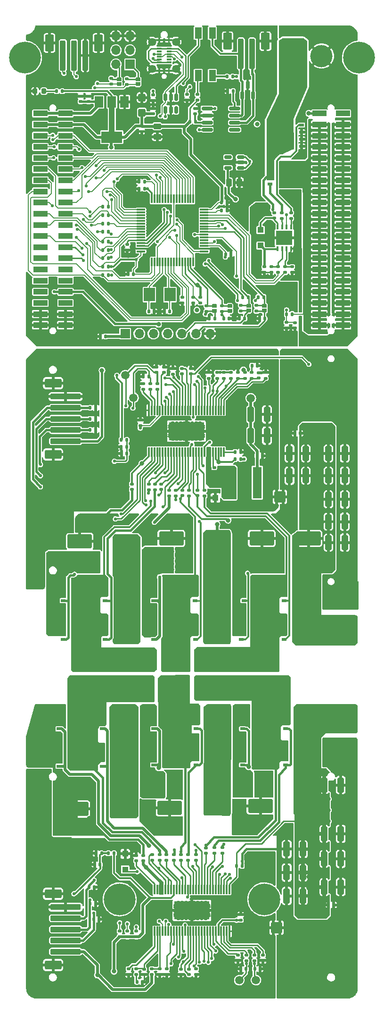
<source format=gbr>
%TF.GenerationSoftware,KiCad,Pcbnew,(6.0.10)*%
%TF.CreationDate,2023-04-24T21:45:00+09:00*%
%TF.ProjectId,qdrive_hw,71647269-7665-45f6-9877-2e6b69636164,rev?*%
%TF.SameCoordinates,Original*%
%TF.FileFunction,Copper,L1,Top*%
%TF.FilePolarity,Positive*%
%FSLAX46Y46*%
G04 Gerber Fmt 4.6, Leading zero omitted, Abs format (unit mm)*
G04 Created by KiCad (PCBNEW (6.0.10)) date 2023-04-24 21:45:00*
%MOMM*%
%LPD*%
G01*
G04 APERTURE LIST*
G04 Aperture macros list*
%AMRoundRect*
0 Rectangle with rounded corners*
0 $1 Rounding radius*
0 $2 $3 $4 $5 $6 $7 $8 $9 X,Y pos of 4 corners*
0 Add a 4 corners polygon primitive as box body*
4,1,4,$2,$3,$4,$5,$6,$7,$8,$9,$2,$3,0*
0 Add four circle primitives for the rounded corners*
1,1,$1+$1,$2,$3*
1,1,$1+$1,$4,$5*
1,1,$1+$1,$6,$7*
1,1,$1+$1,$8,$9*
0 Add four rect primitives between the rounded corners*
20,1,$1+$1,$2,$3,$4,$5,0*
20,1,$1+$1,$4,$5,$6,$7,0*
20,1,$1+$1,$6,$7,$8,$9,0*
20,1,$1+$1,$8,$9,$2,$3,0*%
%AMFreePoly0*
4,1,15,-0.350000,0.260000,-0.210000,0.400000,0.280000,0.400000,0.306788,0.394672,0.329497,0.379497,0.344672,0.356788,0.350000,0.330000,0.350000,-0.330000,0.344672,-0.356788,0.329497,-0.379497,0.306788,-0.394672,0.280000,-0.400000,-0.210000,-0.400000,-0.350000,-0.260000,-0.350000,0.260000,-0.350000,0.260000,$1*%
%AMFreePoly1*
4,1,15,-0.350000,0.330000,-0.344672,0.356788,-0.329497,0.379497,-0.306788,0.394672,-0.280000,0.400000,0.210000,0.400000,0.350000,0.260000,0.350000,-0.260000,0.210000,-0.400000,-0.280000,-0.400000,-0.306788,-0.394672,-0.329497,-0.379497,-0.344672,-0.356788,-0.350000,-0.330000,-0.350000,0.330000,-0.350000,0.330000,$1*%
G04 Aperture macros list end*
%TA.AperFunction,SMDPad,CuDef*%
%ADD10RoundRect,0.250000X-0.325000X-1.100000X0.325000X-1.100000X0.325000X1.100000X-0.325000X1.100000X0*%
%TD*%
%TA.AperFunction,SMDPad,CuDef*%
%ADD11RoundRect,0.140000X0.170000X-0.140000X0.170000X0.140000X-0.170000X0.140000X-0.170000X-0.140000X0*%
%TD*%
%TA.AperFunction,SMDPad,CuDef*%
%ADD12R,1.200000X2.000000*%
%TD*%
%TA.AperFunction,SMDPad,CuDef*%
%ADD13RoundRect,0.140000X-0.140000X-0.170000X0.140000X-0.170000X0.140000X0.170000X-0.140000X0.170000X0*%
%TD*%
%TA.AperFunction,SMDPad,CuDef*%
%ADD14RoundRect,0.200000X-0.200000X-0.800000X0.200000X-0.800000X0.200000X0.800000X-0.200000X0.800000X0*%
%TD*%
%TA.AperFunction,SMDPad,CuDef*%
%ADD15RoundRect,0.135000X0.135000X0.185000X-0.135000X0.185000X-0.135000X-0.185000X0.135000X-0.185000X0*%
%TD*%
%TA.AperFunction,SMDPad,CuDef*%
%ADD16C,1.500000*%
%TD*%
%TA.AperFunction,SMDPad,CuDef*%
%ADD17RoundRect,0.135000X0.185000X-0.135000X0.185000X0.135000X-0.185000X0.135000X-0.185000X-0.135000X0*%
%TD*%
%TA.AperFunction,SMDPad,CuDef*%
%ADD18RoundRect,0.135000X-0.185000X0.135000X-0.185000X-0.135000X0.185000X-0.135000X0.185000X0.135000X0*%
%TD*%
%TA.AperFunction,SMDPad,CuDef*%
%ADD19RoundRect,0.135000X-0.135000X-0.185000X0.135000X-0.185000X0.135000X0.185000X-0.135000X0.185000X0*%
%TD*%
%TA.AperFunction,SMDPad,CuDef*%
%ADD20R,2.500000X1.000000*%
%TD*%
%TA.AperFunction,SMDPad,CuDef*%
%ADD21FreePoly0,270.000000*%
%TD*%
%TA.AperFunction,SMDPad,CuDef*%
%ADD22FreePoly1,270.000000*%
%TD*%
%TA.AperFunction,SMDPad,CuDef*%
%ADD23RoundRect,0.140000X-0.170000X0.140000X-0.170000X-0.140000X0.170000X-0.140000X0.170000X0.140000X0*%
%TD*%
%TA.AperFunction,ComponentPad*%
%ADD24RoundRect,0.250000X-1.750000X1.750000X-1.750000X-1.750000X1.750000X-1.750000X1.750000X1.750000X0*%
%TD*%
%TA.AperFunction,SMDPad,CuDef*%
%ADD25R,0.850000X0.500000*%
%TD*%
%TA.AperFunction,SMDPad,CuDef*%
%ADD26R,4.550000X4.410000*%
%TD*%
%TA.AperFunction,SMDPad,CuDef*%
%ADD27RoundRect,0.140000X0.140000X0.170000X-0.140000X0.170000X-0.140000X-0.170000X0.140000X-0.170000X0*%
%TD*%
%TA.AperFunction,SMDPad,CuDef*%
%ADD28RoundRect,0.150000X0.512500X0.150000X-0.512500X0.150000X-0.512500X-0.150000X0.512500X-0.150000X0*%
%TD*%
%TA.AperFunction,SMDPad,CuDef*%
%ADD29RoundRect,0.150000X0.150000X-0.587500X0.150000X0.587500X-0.150000X0.587500X-0.150000X-0.587500X0*%
%TD*%
%TA.AperFunction,SMDPad,CuDef*%
%ADD30RoundRect,0.250000X2.500000X-0.250000X2.500000X0.250000X-2.500000X0.250000X-2.500000X-0.250000X0*%
%TD*%
%TA.AperFunction,SMDPad,CuDef*%
%ADD31RoundRect,0.250000X1.250000X-0.550000X1.250000X0.550000X-1.250000X0.550000X-1.250000X-0.550000X0*%
%TD*%
%TA.AperFunction,SMDPad,CuDef*%
%ADD32R,1.100000X1.100000*%
%TD*%
%TA.AperFunction,ComponentPad*%
%ADD33RoundRect,0.250000X-1.750000X-1.750000X1.750000X-1.750000X1.750000X1.750000X-1.750000X1.750000X0*%
%TD*%
%TA.AperFunction,SMDPad,CuDef*%
%ADD34R,2.000000X2.400000*%
%TD*%
%TA.AperFunction,SMDPad,CuDef*%
%ADD35RoundRect,0.011200X0.128800X-0.773800X0.128800X0.773800X-0.128800X0.773800X-0.128800X-0.773800X0*%
%TD*%
%TA.AperFunction,ComponentPad*%
%ADD36C,0.500000*%
%TD*%
%TA.AperFunction,SMDPad,CuDef*%
%ADD37R,6.350000X3.235000*%
%TD*%
%TA.AperFunction,ComponentPad*%
%ADD38RoundRect,0.250000X1.750000X1.750000X-1.750000X1.750000X-1.750000X-1.750000X1.750000X-1.750000X0*%
%TD*%
%TA.AperFunction,ComponentPad*%
%ADD39C,4.000000*%
%TD*%
%TA.AperFunction,SMDPad,CuDef*%
%ADD40R,0.870000X0.300000*%
%TD*%
%TA.AperFunction,ComponentPad*%
%ADD41C,1.460000*%
%TD*%
%TA.AperFunction,SMDPad,CuDef*%
%ADD42RoundRect,0.250000X0.250000X0.475000X-0.250000X0.475000X-0.250000X-0.475000X0.250000X-0.475000X0*%
%TD*%
%TA.AperFunction,SMDPad,CuDef*%
%ADD43RoundRect,0.250000X-0.250000X-2.500000X0.250000X-2.500000X0.250000X2.500000X-0.250000X2.500000X0*%
%TD*%
%TA.AperFunction,SMDPad,CuDef*%
%ADD44RoundRect,0.250000X-0.550000X-1.250000X0.550000X-1.250000X0.550000X1.250000X-0.550000X1.250000X0*%
%TD*%
%TA.AperFunction,SMDPad,CuDef*%
%ADD45RoundRect,0.075000X0.075000X-0.700000X0.075000X0.700000X-0.075000X0.700000X-0.075000X-0.700000X0*%
%TD*%
%TA.AperFunction,SMDPad,CuDef*%
%ADD46RoundRect,0.075000X0.700000X-0.075000X0.700000X0.075000X-0.700000X0.075000X-0.700000X-0.075000X0*%
%TD*%
%TA.AperFunction,ComponentPad*%
%ADD47C,5.700000*%
%TD*%
%TA.AperFunction,SMDPad,CuDef*%
%ADD48RoundRect,0.250000X0.325000X1.100000X-0.325000X1.100000X-0.325000X-1.100000X0.325000X-1.100000X0*%
%TD*%
%TA.AperFunction,ComponentPad*%
%ADD49C,3.600000*%
%TD*%
%TA.AperFunction,ConnectorPad*%
%ADD50C,5.700000*%
%TD*%
%TA.AperFunction,SMDPad,CuDef*%
%ADD51RoundRect,0.250000X0.425000X-0.450000X0.425000X0.450000X-0.425000X0.450000X-0.425000X-0.450000X0*%
%TD*%
%TA.AperFunction,SMDPad,CuDef*%
%ADD52RoundRect,0.250000X1.950000X1.000000X-1.950000X1.000000X-1.950000X-1.000000X1.950000X-1.000000X0*%
%TD*%
%TA.AperFunction,ComponentPad*%
%ADD53R,1.700000X1.700000*%
%TD*%
%TA.AperFunction,ComponentPad*%
%ADD54O,1.700000X1.700000*%
%TD*%
%TA.AperFunction,SMDPad,CuDef*%
%ADD55RoundRect,0.218750X-0.218750X-0.256250X0.218750X-0.256250X0.218750X0.256250X-0.218750X0.256250X0*%
%TD*%
%TA.AperFunction,SMDPad,CuDef*%
%ADD56R,1.600000X5.700000*%
%TD*%
%TA.AperFunction,SMDPad,CuDef*%
%ADD57R,1.500000X2.000000*%
%TD*%
%TA.AperFunction,SMDPad,CuDef*%
%ADD58R,3.800000X2.000000*%
%TD*%
%TA.AperFunction,SMDPad,CuDef*%
%ADD59RoundRect,0.150000X-0.825000X-0.150000X0.825000X-0.150000X0.825000X0.150000X-0.825000X0.150000X0*%
%TD*%
%TA.AperFunction,SMDPad,CuDef*%
%ADD60RoundRect,0.250000X0.475000X-0.250000X0.475000X0.250000X-0.475000X0.250000X-0.475000X-0.250000X0*%
%TD*%
%TA.AperFunction,SMDPad,CuDef*%
%ADD61RoundRect,0.011200X-0.128800X0.773800X-0.128800X-0.773800X0.128800X-0.773800X0.128800X0.773800X0*%
%TD*%
%TA.AperFunction,SMDPad,CuDef*%
%ADD62RoundRect,0.075000X0.075000X-0.362500X0.075000X0.362500X-0.075000X0.362500X-0.075000X-0.362500X0*%
%TD*%
%TA.AperFunction,SMDPad,CuDef*%
%ADD63R,3.000000X2.600000*%
%TD*%
%TA.AperFunction,SMDPad,CuDef*%
%ADD64FreePoly0,90.000000*%
%TD*%
%TA.AperFunction,SMDPad,CuDef*%
%ADD65FreePoly1,90.000000*%
%TD*%
%TA.AperFunction,SMDPad,CuDef*%
%ADD66RoundRect,0.150000X-0.150000X0.512500X-0.150000X-0.512500X0.150000X-0.512500X0.150000X0.512500X0*%
%TD*%
%TA.AperFunction,ViaPad*%
%ADD67C,0.800000*%
%TD*%
%TA.AperFunction,ViaPad*%
%ADD68C,0.550000*%
%TD*%
%TA.AperFunction,ViaPad*%
%ADD69C,1.000000*%
%TD*%
%TA.AperFunction,Conductor*%
%ADD70C,0.200000*%
%TD*%
%TA.AperFunction,Conductor*%
%ADD71C,0.250000*%
%TD*%
%TA.AperFunction,Conductor*%
%ADD72C,0.500000*%
%TD*%
%TA.AperFunction,Conductor*%
%ADD73C,1.000000*%
%TD*%
%TA.AperFunction,Conductor*%
%ADD74C,0.300000*%
%TD*%
%TA.AperFunction,Conductor*%
%ADD75C,0.400000*%
%TD*%
G04 APERTURE END LIST*
%TO.C,NT403*%
G36*
X203800000Y-208100000D02*
G01*
X202600000Y-208100000D01*
X202600000Y-206100000D01*
X203800000Y-206100000D01*
X203800000Y-208100000D01*
G37*
%TO.C,NT303*%
G36*
X204400000Y-130800000D02*
G01*
X203200000Y-130800000D01*
X203200000Y-128800000D01*
X204400000Y-128800000D01*
X204400000Y-130800000D01*
G37*
%TD*%
D10*
%TO.P,C308,1*%
%TO.N,VPP_M0*%
X212525000Y-134250000D03*
%TO.P,C308,2*%
%TO.N,PGND_M0*%
X215475000Y-134250000D03*
%TD*%
D11*
%TO.P,C215,1*%
%TO.N,+5VA*%
X168000000Y-58880000D03*
%TO.P,C215,2*%
%TO.N,GND*%
X168000000Y-57920000D03*
%TD*%
D12*
%TO.P,SW201,1*%
%TO.N,/main_board/CAN1_H*%
X191670000Y-46590000D03*
%TO.P,SW201,2*%
%TO.N,/main_board/BOOT0*%
X189130000Y-46590000D03*
%TO.P,SW201,3*%
%TO.N,Net-(R229-Pad1)*%
X189130000Y-54210000D03*
%TO.P,SW201,4*%
%TO.N,Net-(R202-Pad1)*%
X191670000Y-54210000D03*
%TD*%
D13*
%TO.P,C226,1*%
%TO.N,GND*%
X191120000Y-97800000D03*
%TO.P,C226,2*%
%TO.N,Net-(C226-Pad2)*%
X192080000Y-97800000D03*
%TD*%
D10*
%TO.P,C401,1*%
%TO.N,VPP_M1*%
X211775000Y-194750000D03*
%TO.P,C401,2*%
%TO.N,PGND_M1*%
X214725000Y-194750000D03*
%TD*%
D14*
%TO.P,NT403,1,1*%
%TO.N,GND2*%
X202600000Y-207100000D03*
%TO.P,NT403,2,2*%
%TO.N,PGND_M1*%
X203800000Y-207100000D03*
%TD*%
D15*
%TO.P,R216,1*%
%TO.N,+3V3*%
X173010000Y-88500000D03*
%TO.P,R216,2*%
%TO.N,/main_board/M1_ENC_B*%
X171990000Y-88500000D03*
%TD*%
D16*
%TO.P,TP302,1,1*%
%TO.N,/M0_board/M0B_SO2*%
X177500000Y-112000000D03*
%TD*%
D17*
%TO.P,R304,1*%
%TO.N,Net-(R304-Pad1)*%
X191000000Y-108510000D03*
%TO.P,R304,2*%
%TO.N,GND1*%
X191000000Y-107490000D03*
%TD*%
D16*
%TO.P,TP301,1,1*%
%TO.N,/M0_board/M0B_SO1*%
X176000000Y-108000000D03*
%TD*%
D11*
%TO.P,C217,1*%
%TO.N,GND*%
X179000000Y-64230000D03*
%TO.P,C217,2*%
%TO.N,+3V3*%
X179000000Y-63270000D03*
%TD*%
D17*
%TO.P,R411,1*%
%TO.N,/M1_board/M1_GL_B*%
X188750000Y-195010000D03*
%TO.P,R411,2*%
%TO.N,Net-(Q407-Pad4)*%
X188750000Y-193990000D03*
%TD*%
D18*
%TO.P,R418,1*%
%TO.N,Net-(R418-Pad1)*%
X199250000Y-211990000D03*
%TO.P,R418,2*%
%TO.N,/M1_board/M1B_SO2*%
X199250000Y-213010000D03*
%TD*%
%TO.P,R404,1*%
%TO.N,Net-(R404-Pad1)*%
X183500000Y-214490000D03*
%TO.P,R404,2*%
%TO.N,GND2*%
X183500000Y-215510000D03*
%TD*%
D19*
%TO.P,R202,1*%
%TO.N,Net-(R202-Pad1)*%
X194290000Y-54400000D03*
%TO.P,R202,2*%
%TO.N,/main_board/CAN1_L*%
X195310000Y-54400000D03*
%TD*%
D20*
%TO.P,J204,1,Pin_1*%
%TO.N,+5VA*%
X165250000Y-61000000D03*
%TO.P,J204,2,Pin_2*%
X160750000Y-61000000D03*
%TO.P,J204,3,Pin_3*%
%TO.N,+3V3*%
X165250000Y-63000000D03*
%TO.P,J204,4,Pin_4*%
X160750000Y-63000000D03*
%TO.P,J204,5,Pin_5*%
%TO.N,/main_board/EN_GATE*%
X165250000Y-65000000D03*
%TO.P,J204,6,Pin_6*%
%TO.N,/main_board/SPI_MOSI*%
X160750000Y-65000000D03*
%TO.P,J204,7,Pin_7*%
%TO.N,/main_board/M0_AH*%
X165250000Y-67000000D03*
%TO.P,J204,8,Pin_8*%
%TO.N,/main_board/SPI_MISO*%
X160750000Y-67000000D03*
%TO.P,J204,9,Pin_9*%
%TO.N,/main_board/M0_AL*%
X165250000Y-69000000D03*
%TO.P,J204,10,Pin_10*%
%TO.N,/main_board/SPI_SCK*%
X160750000Y-69000000D03*
%TO.P,J204,11,Pin_11*%
%TO.N,/main_board/M0_BH*%
X165250000Y-71000000D03*
%TO.P,J204,12,Pin_12*%
%TO.N,/main_board/M0_nCS*%
X160750000Y-71000000D03*
%TO.P,J204,13,Pin_13*%
%TO.N,/main_board/M0_BL*%
X165250000Y-73000000D03*
%TO.P,J204,14,Pin_14*%
%TO.N,/main_board/M0_SO1*%
X160750000Y-73000000D03*
%TO.P,J204,15,Pin_15*%
%TO.N,/main_board/M0_CH*%
X165250000Y-75000000D03*
%TO.P,J204,16,Pin_16*%
%TO.N,/main_board/M0_SO2*%
X160750000Y-75000000D03*
%TO.P,J204,17,Pin_17*%
%TO.N,/main_board/M0_CL*%
X165250000Y-77000000D03*
%TO.P,J204,18,Pin_18*%
%TO.N,/main_board/M0_TEMP*%
X160750000Y-77000000D03*
%TO.P,J204,19,Pin_19*%
%TO.N,/main_board/nFAULT*%
X165250000Y-79000000D03*
%TO.P,J204,20,Pin_20*%
%TO.N,/main_board/M0_ENC_A*%
X160750000Y-79000000D03*
%TO.P,J204,21,Pin_21*%
%TO.N,unconnected-(J204-Pad21)*%
X165250000Y-81000000D03*
%TO.P,J204,22,Pin_22*%
%TO.N,/main_board/M0_ENC_B*%
X160750000Y-81000000D03*
%TO.P,J204,23,Pin_23*%
%TO.N,/main_board/M0_PWRGD*%
X165250000Y-83000000D03*
%TO.P,J204,24,Pin_24*%
%TO.N,/main_board/M0_ENC_Z*%
X160750000Y-83000000D03*
%TO.P,J204,25,Pin_25*%
%TO.N,Net-(J204-Pad25)*%
X165250000Y-85000000D03*
%TO.P,J204,26,Pin_26*%
%TO.N,/main_board/M0_DC_CAL*%
X160750000Y-85000000D03*
%TO.P,J204,27,Pin_27*%
%TO.N,Net-(J204-Pad27)*%
X165250000Y-87000000D03*
%TO.P,J204,28,Pin_28*%
%TO.N,unconnected-(J204-Pad28)*%
X160750000Y-87000000D03*
%TO.P,J204,29,Pin_29*%
%TO.N,unconnected-(J204-Pad29)*%
X165250000Y-89000000D03*
%TO.P,J204,30,Pin_30*%
%TO.N,unconnected-(J204-Pad30)*%
X160750000Y-89000000D03*
%TO.P,J204,31,Pin_31*%
%TO.N,unconnected-(J204-Pad31)*%
X165250000Y-91000000D03*
%TO.P,J204,32,Pin_32*%
%TO.N,unconnected-(J204-Pad32)*%
X160750000Y-91000000D03*
%TO.P,J204,33,Pin_33*%
%TO.N,+3.3VA*%
X165250000Y-93000000D03*
%TO.P,J204,34,Pin_34*%
%TO.N,unconnected-(J204-Pad34)*%
X160750000Y-93000000D03*
%TO.P,J204,35,Pin_35*%
%TO.N,unconnected-(J204-Pad35)*%
X165250000Y-95000000D03*
%TO.P,J204,36,Pin_36*%
%TO.N,unconnected-(J204-Pad36)*%
X160750000Y-95000000D03*
%TO.P,J204,37,Pin_37*%
%TO.N,GND*%
X165250000Y-97000000D03*
%TO.P,J204,38,Pin_38*%
X160750000Y-97000000D03*
%TO.P,J204,39,Pin_39*%
X165250000Y-99000000D03*
%TO.P,J204,40,Pin_40*%
X160750000Y-99000000D03*
%TD*%
D18*
%TO.P,R201,1*%
%TO.N,/main_board/BOOT0*%
X176400000Y-84490000D03*
%TO.P,R201,2*%
%TO.N,GND*%
X176400000Y-85510000D03*
%TD*%
D13*
%TO.P,C335,1*%
%TO.N,/M0_board/M0B_ENC_Z*%
X169720000Y-113800000D03*
%TO.P,C335,2*%
%TO.N,GND1*%
X170680000Y-113800000D03*
%TD*%
%TO.P,C209,1*%
%TO.N,GND*%
X183020000Y-96500000D03*
%TO.P,C209,2*%
%TO.N,/main_board/OSC_OUT*%
X183980000Y-96500000D03*
%TD*%
D21*
%TO.P,JP204,1,A*%
%TO.N,/main_board/GPIO_1*%
X192000000Y-95550000D03*
D22*
%TO.P,JP204,2,B*%
%TO.N,Net-(C226-Pad2)*%
X192000000Y-96450000D03*
%TD*%
D23*
%TO.P,C204,1*%
%TO.N,/main_board/nRST*%
X186250000Y-94020000D03*
%TO.P,C204,2*%
%TO.N,GND*%
X186250000Y-94980000D03*
%TD*%
D17*
%TO.P,R205,1*%
%TO.N,/main_board/AUX_N*%
X204750000Y-89510000D03*
%TO.P,R205,2*%
%TO.N,Net-(R205-Pad2)*%
X204750000Y-88490000D03*
%TD*%
D24*
%TO.P,J306,1,Pin_1*%
%TO.N,/M0_board/M0_SH_B*%
X185000000Y-159000000D03*
%TD*%
D11*
%TO.P,C216,1*%
%TO.N,+3V3*%
X181000000Y-61080000D03*
%TO.P,C216,2*%
%TO.N,GND*%
X181000000Y-60120000D03*
%TD*%
D17*
%TO.P,R414,1*%
%TO.N,/M1_board/M1_GL_C*%
X193500000Y-193760000D03*
%TO.P,R414,2*%
%TO.N,Net-(Q411-Pad4)*%
X193500000Y-192740000D03*
%TD*%
D25*
%TO.P,Q308,1,S*%
%TO.N,/M0_board/M0_SL_B*%
X181100000Y-151595000D03*
%TO.P,Q308,2,S*%
X181100000Y-152865000D03*
%TO.P,Q308,3,S*%
X181100000Y-154135000D03*
%TO.P,Q308,4,G*%
%TO.N,Net-(Q307-Pad4)*%
X181100000Y-155405000D03*
D26*
%TO.P,Q308,5,D*%
%TO.N,/M0_board/M0_SH_B*%
X185050000Y-153500000D03*
%TD*%
D17*
%TO.P,R403,1*%
%TO.N,GND2*%
X188750000Y-215510000D03*
%TO.P,R403,2*%
%TO.N,/M1_board/M1B_EN_GATE*%
X188750000Y-214490000D03*
%TD*%
D27*
%TO.P,C423,1*%
%TO.N,/M1_board/M1B_TEMP*%
X171480000Y-195750000D03*
%TO.P,C423,2*%
%TO.N,GND2*%
X170520000Y-195750000D03*
%TD*%
%TO.P,C201,1*%
%TO.N,GND*%
X194280000Y-78400000D03*
%TO.P,C201,2*%
%TO.N,Net-(C201-Pad2)*%
X193320000Y-78400000D03*
%TD*%
D18*
%TO.P,R229,1*%
%TO.N,Net-(R229-Pad1)*%
X189000000Y-57590000D03*
%TO.P,R229,2*%
%TO.N,+3V3*%
X189000000Y-58610000D03*
%TD*%
D28*
%TO.P,U205,1,IN*%
%TO.N,+5VA*%
X196737500Y-70750000D03*
%TO.P,U205,2,GND*%
%TO.N,GND*%
X196737500Y-69800000D03*
%TO.P,U205,3,EN*%
%TO.N,+5VA*%
X196737500Y-68850000D03*
%TO.P,U205,4,NC*%
%TO.N,unconnected-(U205-Pad4)*%
X194462500Y-68850000D03*
%TO.P,U205,5,OUT*%
%TO.N,+3.3VA*%
X194462500Y-70750000D03*
%TD*%
D27*
%TO.P,C326,1*%
%TO.N,/M0_board/M0B_TEMP*%
X176280000Y-122000000D03*
%TO.P,C326,2*%
%TO.N,GND1*%
X175320000Y-122000000D03*
%TD*%
D25*
%TO.P,Q404,1,S*%
%TO.N,PGND_M1*%
X164100000Y-167595000D03*
%TO.P,Q404,2,S*%
X164100000Y-168865000D03*
%TO.P,Q404,3,S*%
X164100000Y-170135000D03*
%TO.P,Q404,4,G*%
%TO.N,Net-(Q403-Pad4)*%
X164100000Y-171405000D03*
D26*
%TO.P,Q404,5,D*%
%TO.N,/M1_board/M1_SH_A*%
X168050000Y-169500000D03*
%TD*%
D25*
%TO.P,Q401,1,S*%
%TO.N,/M1_board/M1_SH_A*%
X171900000Y-174295000D03*
%TO.P,Q401,2,S*%
X171900000Y-175565000D03*
%TO.P,Q401,3,S*%
X171900000Y-176835000D03*
%TO.P,Q401,4,G*%
%TO.N,Net-(Q401-Pad4)*%
X171900000Y-178105000D03*
D26*
%TO.P,Q401,5,D*%
%TO.N,VPP_M1*%
X175850000Y-176200000D03*
%TD*%
D18*
%TO.P,R419,1*%
%TO.N,/M1_board/M1B_PWRGD*%
X175000000Y-207690000D03*
%TO.P,R419,2*%
%TO.N,3V3B*%
X175000000Y-208710000D03*
%TD*%
D13*
%TO.P,C219,1*%
%TO.N,GND*%
X171520000Y-101000000D03*
%TO.P,C219,2*%
%TO.N,+5VA*%
X172480000Y-101000000D03*
%TD*%
D25*
%TO.P,Q304,1,S*%
%TO.N,PGND_M0*%
X196850000Y-151595000D03*
%TO.P,Q304,2,S*%
X196850000Y-152865000D03*
%TO.P,Q304,3,S*%
X196850000Y-154135000D03*
%TO.P,Q304,4,G*%
%TO.N,Net-(Q303-Pad4)*%
X196850000Y-155405000D03*
D26*
%TO.P,Q304,5,D*%
%TO.N,/M0_board/M0_SH_A*%
X200800000Y-153500000D03*
%TD*%
D29*
%TO.P,D203,1,K*%
%TO.N,/main_board/CAN1_H*%
X197050000Y-57737500D03*
%TO.P,D203,2,K*%
%TO.N,/main_board/CAN1_L*%
X198950000Y-57737500D03*
%TO.P,D203,3,A*%
%TO.N,GND*%
X198000000Y-55862500D03*
%TD*%
D21*
%TO.P,JP203,1,A*%
%TO.N,/main_board/GPIO_2*%
X194800000Y-95550000D03*
D22*
%TO.P,JP203,2,B*%
%TO.N,Net-(C223-Pad2)*%
X194800000Y-96450000D03*
%TD*%
D15*
%TO.P,R213,1*%
%TO.N,+3V3*%
X173010000Y-85500000D03*
%TO.P,R213,2*%
%TO.N,/main_board/M0_ENC_B*%
X171990000Y-85500000D03*
%TD*%
D19*
%TO.P,R209,1*%
%TO.N,/main_board/VBUS_S*%
X205000000Y-97000000D03*
%TO.P,R209,2*%
%TO.N,+48V*%
X206020000Y-97000000D03*
%TD*%
D25*
%TO.P,Q201,1,S*%
%TO.N,/main_board/BRAKE_OUT*%
X202000000Y-69895000D03*
%TO.P,Q201,2,S*%
X202000000Y-71165000D03*
%TO.P,Q201,3,S*%
X202000000Y-72435000D03*
%TO.P,Q201,4,G*%
%TO.N,Net-(Q201-Pad4)*%
X202000000Y-73705000D03*
D26*
%TO.P,Q201,5,D*%
%TO.N,+48V*%
X205950000Y-71800000D03*
%TD*%
D27*
%TO.P,C207,1*%
%TO.N,GND*%
X194980000Y-86250000D03*
%TO.P,C207,2*%
%TO.N,+3V3*%
X194020000Y-86250000D03*
%TD*%
D18*
%TO.P,R222,1*%
%TO.N,/main_board/GPIO_1*%
X190600000Y-95490000D03*
%TO.P,R222,2*%
%TO.N,Net-(C226-Pad2)*%
X190600000Y-96510000D03*
%TD*%
D25*
%TO.P,Q412,1,S*%
%TO.N,/M1_board/M1_SL_C*%
X197100000Y-167595000D03*
%TO.P,Q412,2,S*%
X197100000Y-168865000D03*
%TO.P,Q412,3,S*%
X197100000Y-170135000D03*
%TO.P,Q412,4,G*%
%TO.N,Net-(Q411-Pad4)*%
X197100000Y-171405000D03*
D26*
%TO.P,Q412,5,D*%
%TO.N,/M1_board/M1_SH_C*%
X201050000Y-169500000D03*
%TD*%
D23*
%TO.P,C413,1*%
%TO.N,Net-(C413-Pad1)*%
X180860000Y-194020000D03*
%TO.P,C413,2*%
%TO.N,Net-(C413-Pad2)*%
X180860000Y-194980000D03*
%TD*%
D17*
%TO.P,R318,1*%
%TO.N,Net-(R318-Pad1)*%
X180500000Y-110510000D03*
%TO.P,R318,2*%
%TO.N,/M0_board/M0B_SO2*%
X180500000Y-109490000D03*
%TD*%
D30*
%TO.P,J303,1,Pin_1*%
%TO.N,+5V*%
X165300000Y-119800000D03*
%TO.P,J303,2,Pin_2*%
%TO.N,/M0_board/M0B_ENC_A*%
X165300000Y-117800000D03*
%TO.P,J303,3,Pin_3*%
%TO.N,/M0_board/M0B_ENC_B*%
X165300000Y-115800000D03*
%TO.P,J303,4,Pin_4*%
%TO.N,/M0_board/M0B_ENC_Z*%
X165300000Y-113800000D03*
%TO.P,J303,5,Pin_5*%
%TO.N,GND1*%
X165300000Y-111800000D03*
D31*
%TO.P,J303,MP,MountPin*%
X163050000Y-109400000D03*
X163050000Y-122200000D03*
%TD*%
D32*
%TO.P,D301,1,K*%
%TO.N,Net-(C313-Pad2)*%
X192200000Y-127200000D03*
%TO.P,D301,2,A*%
%TO.N,GND1*%
X192200000Y-130000000D03*
%TD*%
D13*
%TO.P,C409,1*%
%TO.N,GND2*%
X196770000Y-214500000D03*
%TO.P,C409,2*%
%TO.N,/M1_board/M1B_SO1*%
X197730000Y-214500000D03*
%TD*%
D11*
%TO.P,C218,1*%
%TO.N,+5VA*%
X169400000Y-58880000D03*
%TO.P,C218,2*%
%TO.N,GND*%
X169400000Y-57920000D03*
%TD*%
D19*
%TO.P,R423,1*%
%TO.N,GND2*%
X170740000Y-193750000D03*
%TO.P,R423,2*%
%TO.N,/M1_board/M1B_TEMP*%
X171760000Y-193750000D03*
%TD*%
D25*
%TO.P,Q309,1,S*%
%TO.N,/M0_board/M0_SH_C*%
X172350000Y-144595000D03*
%TO.P,Q309,2,S*%
X172350000Y-145865000D03*
%TO.P,Q309,3,S*%
X172350000Y-147135000D03*
%TO.P,Q309,4,G*%
%TO.N,Net-(Q309-Pad4)*%
X172350000Y-148405000D03*
D26*
%TO.P,Q309,5,D*%
%TO.N,VPP_M0*%
X176300000Y-146500000D03*
%TD*%
D19*
%TO.P,TH301,1*%
%TO.N,3V3A*%
X175290000Y-119600000D03*
%TO.P,TH301,2*%
%TO.N,/M0_board/M0B_TEMP*%
X176310000Y-119600000D03*
%TD*%
D11*
%TO.P,C417,1*%
%TO.N,Net-(C417-Pad1)*%
X190500000Y-193730000D03*
%TO.P,C417,2*%
%TO.N,/M1_board/M1_SH_C*%
X190500000Y-192770000D03*
%TD*%
D13*
%TO.P,C324,1*%
%TO.N,Net-(C324-Pad1)*%
X198770000Y-106250000D03*
%TO.P,C324,2*%
%TO.N,GND1*%
X199730000Y-106250000D03*
%TD*%
D19*
%TO.P,R206,1*%
%TO.N,+3V3*%
X187590000Y-62500000D03*
%TO.P,R206,2*%
%TO.N,Net-(C212-Pad2)*%
X188610000Y-62500000D03*
%TD*%
D33*
%TO.P,J401,1,Pin_1*%
%TO.N,/M1_board/M1_SH_A*%
X179200000Y-164100000D03*
%TD*%
D15*
%TO.P,R220,1*%
%TO.N,/main_board/GPIO_7*%
X173010000Y-77750000D03*
%TO.P,R220,2*%
%TO.N,Net-(J206-Pad25)*%
X171990000Y-77750000D03*
%TD*%
D10*
%TO.P,C304,1*%
%TO.N,VPP_M0*%
X212525000Y-138000000D03*
%TO.P,C304,2*%
%TO.N,PGND_M0*%
X215475000Y-138000000D03*
%TD*%
D11*
%TO.P,C311,1*%
%TO.N,/M0_board/AVDD_M0*%
X179250000Y-110480000D03*
%TO.P,C311,2*%
%TO.N,GND1*%
X179250000Y-109520000D03*
%TD*%
D32*
%TO.P,D201,1,K*%
%TO.N,Net-(C213-Pad2)*%
X200350000Y-81912500D03*
%TO.P,D201,2,A*%
%TO.N,/main_board/VDD_M*%
X200350000Y-84712500D03*
%TD*%
D27*
%TO.P,C202,1*%
%TO.N,GND*%
X194280000Y-77000000D03*
%TO.P,C202,2*%
%TO.N,+3V3*%
X193320000Y-77000000D03*
%TD*%
D25*
%TO.P,Q407,1,S*%
%TO.N,/M1_board/M1_SL_B*%
X181100000Y-174095000D03*
%TO.P,Q407,2,S*%
X181100000Y-175365000D03*
%TO.P,Q407,3,S*%
X181100000Y-176635000D03*
%TO.P,Q407,4,G*%
%TO.N,Net-(Q407-Pad4)*%
X181100000Y-177905000D03*
D26*
%TO.P,Q407,5,D*%
%TO.N,/M1_board/M1_SH_B*%
X185050000Y-176000000D03*
%TD*%
D17*
%TO.P,R210,1*%
%TO.N,GND*%
X205000000Y-99510000D03*
%TO.P,R210,2*%
%TO.N,/main_board/VBUS_S*%
X205000000Y-98490000D03*
%TD*%
%TO.P,R305,1*%
%TO.N,Net-(R305-Pad1)*%
X201250000Y-108510000D03*
%TO.P,R305,2*%
%TO.N,GND1*%
X201250000Y-107490000D03*
%TD*%
D13*
%TO.P,C334,1*%
%TO.N,/M0_board/M0B_ENC_B*%
X169720000Y-115800000D03*
%TO.P,C334,2*%
%TO.N,GND1*%
X170680000Y-115800000D03*
%TD*%
D25*
%TO.P,Q405,1,S*%
%TO.N,/M1_board/M1_SH_B*%
X188700000Y-174095000D03*
%TO.P,Q405,2,S*%
X188700000Y-175365000D03*
%TO.P,Q405,3,S*%
X188700000Y-176635000D03*
%TO.P,Q405,4,G*%
%TO.N,Net-(Q405-Pad4)*%
X188700000Y-177905000D03*
D26*
%TO.P,Q405,5,D*%
%TO.N,VPP_M1*%
X192650000Y-176000000D03*
%TD*%
D34*
%TO.P,Y201,1,1*%
%TO.N,/main_board/OSC_OUT*%
X184050000Y-93500000D03*
%TO.P,Y201,2,2*%
%TO.N,/main_board/OSC_IN*%
X180350000Y-93500000D03*
%TD*%
D11*
%TO.P,C320,1*%
%TO.N,Net-(C320-Pad1)*%
X200000000Y-108480000D03*
%TO.P,C320,2*%
%TO.N,GND1*%
X200000000Y-107520000D03*
%TD*%
D35*
%TO.P,U401,1,RT_CLK*%
%TO.N,Net-(R405-Pad1)*%
X181250000Y-207720000D03*
%TO.P,U401,2,COMP*%
%TO.N,Net-(C419-Pad1)*%
X181750000Y-207720000D03*
%TO.P,U401,3,VSENSE*%
%TO.N,Net-(R406-Pad1)*%
X182250000Y-207720000D03*
%TO.P,U401,4,PWRGD*%
%TO.N,/M1_board/M1B_PWRGD*%
X182750000Y-207720000D03*
%TO.P,U401,5,~{OCTW}*%
%TO.N,/M1_board/M1BnOCTW*%
X183250000Y-207720000D03*
%TO.P,U401,6,~{FAULT}*%
%TO.N,/M1_board/M1BnFAULT*%
X183750000Y-207720000D03*
%TO.P,U401,7,DTC*%
%TO.N,Net-(R404-Pad1)*%
X184250000Y-207720000D03*
%TO.P,U401,8,~{SCS}*%
%TO.N,/M1_board/M1B_nCS*%
X184750000Y-207720000D03*
%TO.P,U401,9,SDI*%
%TO.N,/M1_board/M1B_SPI_MOSI*%
X185250000Y-207720000D03*
%TO.P,U401,10,SDO*%
%TO.N,/M1_board/M1B_SPI_MISO*%
X185750000Y-207720000D03*
%TO.P,U401,11,SCLK*%
%TO.N,/M1_board/M1B_SPI_SCK*%
X186250000Y-207720000D03*
%TO.P,U401,12,DC_CAL*%
%TO.N,/M1_board/M1B_DC_CAL*%
X186750000Y-207720000D03*
%TO.P,U401,13,GVDD*%
%TO.N,GVDD_M1*%
X187250000Y-207720000D03*
%TO.P,U401,14,CP1*%
%TO.N,Net-(C406-Pad1)*%
X187750000Y-207720000D03*
%TO.P,U401,15,CP2*%
%TO.N,Net-(C406-Pad2)*%
X188250000Y-207720000D03*
%TO.P,U401,16,EN_GATE*%
%TO.N,/M1_board/M1B_EN_GATE*%
X188750000Y-207720000D03*
%TO.P,U401,17,INH_A*%
%TO.N,/M1_board/M1B_AH*%
X189250000Y-207720000D03*
%TO.P,U401,18,INL_A*%
%TO.N,/M1_board/M1B_AL*%
X189750000Y-207720000D03*
%TO.P,U401,19,INH_B*%
%TO.N,/M1_board/M1B_BH*%
X190250000Y-207720000D03*
%TO.P,U401,20,INL_B*%
%TO.N,/M1_board/M1B_BL*%
X190750000Y-207720000D03*
%TO.P,U401,21,INH_C*%
%TO.N,/M1_board/M1B_CH*%
X191250000Y-207720000D03*
%TO.P,U401,22,INL_C*%
%TO.N,/M1_board/M1B_CL*%
X191750000Y-207720000D03*
%TO.P,U401,23,DVDD*%
%TO.N,/M1_board/DVDD_M1*%
X192250000Y-207720000D03*
%TO.P,U401,24,REF*%
%TO.N,M1_3V3A*%
X192750000Y-207720000D03*
%TO.P,U401,25,SO1*%
%TO.N,Net-(R417-Pad1)*%
X193250000Y-207720000D03*
%TO.P,U401,26,SO2*%
%TO.N,Net-(R418-Pad1)*%
X193750000Y-207720000D03*
%TO.P,U401,27,AVDD*%
%TO.N,/M1_board/AVDD_M1*%
X194250000Y-207720000D03*
%TO.P,U401,28,AGND*%
%TO.N,GND2*%
X194750000Y-207720000D03*
%TO.P,U401,29,PVDD1*%
%TO.N,VPP_M1*%
X194750000Y-200280000D03*
%TO.P,U401,30,SP2*%
%TO.N,/M1_board/M1_SP2*%
X194250000Y-200280000D03*
%TO.P,U401,31,SN2*%
%TO.N,/M1_board/M1_SN2*%
X193750000Y-200280000D03*
%TO.P,U401,32,SP1*%
%TO.N,/M1_board/M1_SP1*%
X193250000Y-200280000D03*
%TO.P,U401,33,SN1*%
%TO.N,/M1_board/M1_SN1*%
X192750000Y-200280000D03*
%TO.P,U401,34,SL_C*%
%TO.N,/M1_board/M1_SL_C*%
X192250000Y-200280000D03*
%TO.P,U401,35,GL_C*%
%TO.N,/M1_board/M1_GL_C*%
X191750000Y-200280000D03*
%TO.P,U401,36,SH_C*%
%TO.N,/M1_board/M1_SH_C*%
X191250000Y-200280000D03*
%TO.P,U401,37,GH_C*%
%TO.N,/M1_board/M1_GH_C*%
X190750000Y-200280000D03*
%TO.P,U401,38,BST_C*%
%TO.N,Net-(C417-Pad1)*%
X190250000Y-200280000D03*
%TO.P,U401,39,SL_B*%
%TO.N,/M1_board/M1_SL_B*%
X189750000Y-200280000D03*
%TO.P,U401,40,GL_B*%
%TO.N,/M1_board/M1_GL_B*%
X189250000Y-200280000D03*
%TO.P,U401,41,SH_B*%
%TO.N,/M1_board/M1_SH_B*%
X188750000Y-200280000D03*
%TO.P,U401,42,GH_B*%
%TO.N,/M1_board/M1_GH_B*%
X188250000Y-200280000D03*
%TO.P,U401,43,BST_B*%
%TO.N,Net-(C416-Pad1)*%
X187750000Y-200280000D03*
%TO.P,U401,44,SL_A*%
%TO.N,PGND_M1*%
X187250000Y-200280000D03*
%TO.P,U401,45,GL_A*%
%TO.N,/M1_board/M1_GL_A*%
X186750000Y-200280000D03*
%TO.P,U401,46,SH_A*%
%TO.N,/M1_board/M1_SH_A*%
X186250000Y-200280000D03*
%TO.P,U401,47,GH_A*%
%TO.N,/M1_board/M1_GH_A*%
X185750000Y-200280000D03*
%TO.P,U401,48,BST_A*%
%TO.N,Net-(C415-Pad1)*%
X185250000Y-200280000D03*
%TO.P,U401,49,VDD_SPI*%
%TO.N,3V3B*%
X184750000Y-200280000D03*
%TO.P,U401,50,PH*%
%TO.N,Net-(C413-Pad2)*%
X184250000Y-200280000D03*
%TO.P,U401,51,PH*%
X183750000Y-200280000D03*
%TO.P,U401,52,BST_BK*%
%TO.N,Net-(C413-Pad1)*%
X183250000Y-200280000D03*
%TO.P,U401,53,PVDD2*%
%TO.N,VPP_M1*%
X182750000Y-200280000D03*
%TO.P,U401,54,PVDD2*%
X182250000Y-200280000D03*
%TO.P,U401,55,EN_BUCK*%
%TO.N,unconnected-(U401-Pad55)*%
X181750000Y-200280000D03*
%TO.P,U401,56,SS_TR*%
%TO.N,Net-(C402-Pad2)*%
X181250000Y-200280000D03*
D36*
%TO.P,U401,57,GND*%
%TO.N,GND2*%
X187300000Y-202800000D03*
X188700000Y-204400000D03*
X190800000Y-202800000D03*
X185200000Y-205200000D03*
X190100000Y-204400000D03*
D37*
X188000000Y-204000000D03*
D36*
X186600000Y-204400000D03*
X189400000Y-203600000D03*
X189400000Y-204400000D03*
X190800000Y-205200000D03*
X190800000Y-204400000D03*
X188000000Y-202800000D03*
X189400000Y-205200000D03*
X187300000Y-205200000D03*
X190100000Y-203600000D03*
X190100000Y-205200000D03*
X185900000Y-205200000D03*
X190100000Y-202800000D03*
X185900000Y-204400000D03*
X188000000Y-203600000D03*
X186600000Y-202800000D03*
X185900000Y-203600000D03*
X185900000Y-202800000D03*
X186600000Y-205200000D03*
X185200000Y-203600000D03*
X188700000Y-203600000D03*
X187300000Y-203600000D03*
X186600000Y-203600000D03*
X189400000Y-202800000D03*
X190800000Y-203600000D03*
X185200000Y-204400000D03*
X187300000Y-204400000D03*
X188000000Y-204400000D03*
X185200000Y-202800000D03*
X188000000Y-205200000D03*
X188700000Y-202800000D03*
X188700000Y-205200000D03*
%TD*%
D11*
%TO.P,C318,1*%
%TO.N,/M0_board/M0_SH_C*%
X182500000Y-128480000D03*
%TO.P,C318,2*%
%TO.N,Net-(C318-Pad2)*%
X182500000Y-127520000D03*
%TD*%
D15*
%TO.P,R211,1*%
%TO.N,/main_board/nFAULT*%
X173010000Y-79250000D03*
%TO.P,R211,2*%
%TO.N,Net-(J206-Pad19)*%
X171990000Y-79250000D03*
%TD*%
D38*
%TO.P,J302,1,Pin_1*%
%TO.N,VPP_M0*%
X215500000Y-153500000D03*
%TD*%
D17*
%TO.P,R233,1*%
%TO.N,GND*%
X187100000Y-58610000D03*
%TO.P,R233,2*%
%TO.N,Net-(J201-PadB5)*%
X187100000Y-57590000D03*
%TD*%
D18*
%TO.P,R313,1*%
%TO.N,/M0_board/M0_GH_C*%
X181380000Y-127490000D03*
%TO.P,R313,2*%
%TO.N,Net-(Q309-Pad4)*%
X181380000Y-128510000D03*
%TD*%
D32*
%TO.P,D401,1,K*%
%TO.N,Net-(C413-Pad2)*%
X176000000Y-196650000D03*
%TO.P,D401,2,A*%
%TO.N,GND2*%
X176000000Y-193850000D03*
%TD*%
D11*
%TO.P,C406,1*%
%TO.N,Net-(C406-Pad1)*%
X187500000Y-215480000D03*
%TO.P,C406,2*%
%TO.N,Net-(C406-Pad2)*%
X187500000Y-214520000D03*
%TD*%
D17*
%TO.P,R203,1*%
%TO.N,/main_board/AUX_P*%
X203500000Y-89510000D03*
%TO.P,R203,2*%
%TO.N,Net-(R203-Pad2)*%
X203500000Y-88490000D03*
%TD*%
D11*
%TO.P,C415,1*%
%TO.N,Net-(C415-Pad1)*%
X182200000Y-194980000D03*
%TO.P,C415,2*%
%TO.N,/M1_board/M1_SH_A*%
X182200000Y-194020000D03*
%TD*%
D17*
%TO.P,R208,1*%
%TO.N,Net-(R208-Pad1)*%
X205800000Y-79822500D03*
%TO.P,R208,2*%
%TO.N,Net-(Q202-Pad4)*%
X205800000Y-78802500D03*
%TD*%
D33*
%TO.P,J307,1,Pin_1*%
%TO.N,/M0_board/M0_SH_C*%
X179200000Y-159000000D03*
%TD*%
D39*
%TO.P,J203,1,Pin_1*%
%TO.N,/main_board/BRAKE_OUT*%
X206200000Y-50700000D03*
%TO.P,J203,2,Pin_2*%
%TO.N,PGND_MB*%
X211280000Y-50700000D03*
%TD*%
D27*
%TO.P,C208,1*%
%TO.N,GND*%
X181230000Y-96500000D03*
%TO.P,C208,2*%
%TO.N,/main_board/OSC_IN*%
X180270000Y-96500000D03*
%TD*%
D18*
%TO.P,R417,1*%
%TO.N,Net-(R417-Pad1)*%
X197750000Y-211990000D03*
%TO.P,R417,2*%
%TO.N,/M1_board/M1B_SO1*%
X197750000Y-213010000D03*
%TD*%
%TO.P,R225,1*%
%TO.N,/main_board/GPIO_6*%
X199600000Y-95440000D03*
%TO.P,R225,2*%
%TO.N,Net-(C225-Pad2)*%
X199600000Y-96460000D03*
%TD*%
D11*
%TO.P,C210,1*%
%TO.N,GNDA*%
X189500000Y-94980000D03*
%TO.P,C210,2*%
%TO.N,+3.3VA*%
X189500000Y-94020000D03*
%TD*%
D13*
%TO.P,C432,1*%
%TO.N,VPP_M1*%
X212520000Y-203000000D03*
%TO.P,C432,2*%
%TO.N,PGND_M1*%
X213480000Y-203000000D03*
%TD*%
D40*
%TO.P,J201,A1,GND_1*%
%TO.N,GND*%
X182135000Y-53350000D03*
%TO.P,J201,A4,VBUS_1*%
%TO.N,/main_board/USB_V*%
X182135000Y-51850000D03*
%TO.P,J201,A5,CC1*%
%TO.N,Net-(J201-PadA5)*%
X182135000Y-51350000D03*
%TO.P,J201,A6,DP1*%
%TO.N,/main_board/USB_D+*%
X182135000Y-50850000D03*
%TO.P,J201,A7,DN1*%
%TO.N,/main_board/USB_D-*%
X182135000Y-50350000D03*
%TO.P,J201,A8,SBU1*%
%TO.N,unconnected-(J201-PadA8)*%
X182135000Y-49850000D03*
%TO.P,J201,A9,VBUS_2*%
%TO.N,/main_board/USB_V*%
X182135000Y-49350000D03*
%TO.P,J201,A12,GND_2*%
%TO.N,GND*%
X182135000Y-47850000D03*
%TO.P,J201,B1,GND_3*%
X183865000Y-47850000D03*
%TO.P,J201,B4,VBUS_3*%
%TO.N,/main_board/USB_V*%
X183865000Y-49350000D03*
%TO.P,J201,B5,CC2*%
%TO.N,Net-(J201-PadB5)*%
X183865000Y-49850000D03*
%TO.P,J201,B6,DP2*%
%TO.N,/main_board/USB_D+*%
X183865000Y-50350000D03*
%TO.P,J201,B7,DN2*%
%TO.N,/main_board/USB_D-*%
X183865000Y-50850000D03*
%TO.P,J201,B8,SBU2*%
%TO.N,unconnected-(J201-PadB8)*%
X183865000Y-51350000D03*
%TO.P,J201,B9,VBUS_4*%
%TO.N,/main_board/USB_V*%
X183865000Y-51850000D03*
%TO.P,J201,B12,GND_4*%
%TO.N,GND*%
X183865000Y-53350000D03*
D41*
%TO.P,J201,MH1,MH1*%
X180850000Y-53000000D03*
%TO.P,J201,MH2,MH2*%
X180850000Y-48200000D03*
%TO.P,J201,MH3,MH3*%
X185150000Y-48200000D03*
%TO.P,J201,MH4,MH4*%
X185150000Y-53000000D03*
%TD*%
D15*
%TO.P,TH401,1*%
%TO.N,3V3B*%
X174010000Y-193750000D03*
%TO.P,TH401,2*%
%TO.N,/M1_board/M1B_TEMP*%
X172990000Y-193750000D03*
%TD*%
D25*
%TO.P,Q402,1,S*%
%TO.N,/M1_board/M1_SH_A*%
X171900000Y-167595000D03*
%TO.P,Q402,2,S*%
X171900000Y-168865000D03*
%TO.P,Q402,3,S*%
X171900000Y-170135000D03*
%TO.P,Q402,4,G*%
%TO.N,Net-(Q401-Pad4)*%
X171900000Y-171405000D03*
D26*
%TO.P,Q402,5,D*%
%TO.N,VPP_M1*%
X175850000Y-169500000D03*
%TD*%
D33*
%TO.P,J309,1,Pin_1*%
%TO.N,PGND_M0*%
X215500000Y-147500000D03*
%TD*%
D27*
%TO.P,C410,1*%
%TO.N,GND2*%
X200230000Y-214500000D03*
%TO.P,C410,2*%
%TO.N,/M1_board/M1B_SO2*%
X199270000Y-214500000D03*
%TD*%
D15*
%TO.P,R221,1*%
%TO.N,/main_board/GPIO_8*%
X173010000Y-80750000D03*
%TO.P,R221,2*%
%TO.N,Net-(J206-Pad27)*%
X171990000Y-80750000D03*
%TD*%
D23*
%TO.P,C307,1*%
%TO.N,GND1*%
X187800000Y-106770000D03*
%TO.P,C307,2*%
%TO.N,GVDD_M0*%
X187800000Y-107730000D03*
%TD*%
D33*
%TO.P,J409,1,Pin_1*%
%TO.N,PGND_M1*%
X215250000Y-175500000D03*
%TD*%
D18*
%TO.P,R307,1*%
%TO.N,GND1*%
X196250000Y-107490000D03*
%TO.P,R307,2*%
%TO.N,Net-(R306-Pad1)*%
X196250000Y-108510000D03*
%TD*%
D27*
%TO.P,C424,1*%
%TO.N,GND2*%
X171280000Y-205600000D03*
%TO.P,C424,2*%
%TO.N,/M1_board/M1B_ENC_A*%
X170320000Y-205600000D03*
%TD*%
D23*
%TO.P,C306,1*%
%TO.N,Net-(C306-Pad1)*%
X186200000Y-106770000D03*
%TO.P,C306,2*%
%TO.N,Net-(C306-Pad2)*%
X186200000Y-107730000D03*
%TD*%
D16*
%TO.P,TP305,1,1*%
%TO.N,+5V*%
X198580000Y-112100000D03*
%TD*%
D23*
%TO.P,C407,1*%
%TO.N,GVDD_M1*%
X186000000Y-214520000D03*
%TO.P,C407,2*%
%TO.N,GND2*%
X186000000Y-215480000D03*
%TD*%
D21*
%TO.P,JP202,1,A*%
%TO.N,/main_board/GPIO_5*%
X198200000Y-95500000D03*
D22*
%TO.P,JP202,2,B*%
%TO.N,Net-(C224-Pad2)*%
X198200000Y-96400000D03*
%TD*%
D42*
%TO.P,C221,1*%
%TO.N,GND*%
X196550000Y-73400000D03*
%TO.P,C221,2*%
%TO.N,+3.3VA*%
X194650000Y-73400000D03*
%TD*%
D25*
%TO.P,Q410,1,S*%
%TO.N,/M1_board/M1_SH_C*%
X204850000Y-167595000D03*
%TO.P,Q410,2,S*%
X204850000Y-168865000D03*
%TO.P,Q410,3,S*%
X204850000Y-170135000D03*
%TO.P,Q410,4,G*%
%TO.N,Net-(Q409-Pad4)*%
X204850000Y-171405000D03*
D26*
%TO.P,Q410,5,D*%
%TO.N,VPP_M1*%
X208800000Y-169500000D03*
%TD*%
D13*
%TO.P,C224,1*%
%TO.N,GND*%
X196520000Y-97800000D03*
%TO.P,C224,2*%
%TO.N,Net-(C224-Pad2)*%
X197480000Y-97800000D03*
%TD*%
D43*
%TO.P,J202,1,Pin_1*%
%TO.N,/main_board/CAN1_H*%
X196800000Y-50300000D03*
%TO.P,J202,2,Pin_2*%
%TO.N,/main_board/CAN1_L*%
X198800000Y-50300000D03*
D44*
%TO.P,J202,MP,MountPin*%
%TO.N,GND*%
X201200000Y-48050000D03*
X194400000Y-48050000D03*
%TD*%
D23*
%TO.P,C419,1*%
%TO.N,Net-(C419-Pad1)*%
X179400000Y-214520000D03*
%TO.P,C419,2*%
%TO.N,GND2*%
X179400000Y-215480000D03*
%TD*%
D17*
%TO.P,R410,1*%
%TO.N,/M1_board/M1_GH_B*%
X187250000Y-195010000D03*
%TO.P,R410,2*%
%TO.N,Net-(Q405-Pad4)*%
X187250000Y-193990000D03*
%TD*%
D25*
%TO.P,Q411,1,S*%
%TO.N,/M1_board/M1_SL_C*%
X197100000Y-174095000D03*
%TO.P,Q411,2,S*%
X197100000Y-175365000D03*
%TO.P,Q411,3,S*%
X197100000Y-176635000D03*
%TO.P,Q411,4,G*%
%TO.N,Net-(Q411-Pad4)*%
X197100000Y-177905000D03*
D26*
%TO.P,Q411,5,D*%
%TO.N,/M1_board/M1_SH_C*%
X201050000Y-176000000D03*
%TD*%
D45*
%TO.P,U201,1,VBAT*%
%TO.N,+3V3*%
X180750000Y-87675000D03*
%TO.P,U201,2,PC13*%
%TO.N,/main_board/M0_nCS*%
X181250000Y-87675000D03*
%TO.P,U201,3,PC14*%
%TO.N,/main_board/M1_nCS*%
X181750000Y-87675000D03*
%TO.P,U201,4,PC15*%
%TO.N,/main_board/M1_ENC_Z*%
X182250000Y-87675000D03*
%TO.P,U201,5,PH0*%
%TO.N,/main_board/OSC_IN*%
X182750000Y-87675000D03*
%TO.P,U201,6,PH1*%
%TO.N,/main_board/OSC_OUT*%
X183250000Y-87675000D03*
%TO.P,U201,7,NRST*%
%TO.N,/main_board/nRST*%
X183750000Y-87675000D03*
%TO.P,U201,8,PC0*%
%TO.N,/main_board/M0_SO1*%
X184250000Y-87675000D03*
%TO.P,U201,9,PC1*%
%TO.N,/main_board/M0_SO2*%
X184750000Y-87675000D03*
%TO.P,U201,10,PC2*%
%TO.N,/main_board/M1_SO2*%
X185250000Y-87675000D03*
%TO.P,U201,11,PC3*%
%TO.N,/main_board/M1_SO1*%
X185750000Y-87675000D03*
%TO.P,U201,12,VSSA*%
%TO.N,GNDA*%
X186250000Y-87675000D03*
%TO.P,U201,13,VDDA*%
%TO.N,+3.3VA*%
X186750000Y-87675000D03*
%TO.P,U201,14,PA0*%
%TO.N,/main_board/GPIO_1*%
X187250000Y-87675000D03*
%TO.P,U201,15,PA1*%
%TO.N,/main_board/GPIO_2*%
X187750000Y-87675000D03*
%TO.P,U201,16,PA2*%
%TO.N,/main_board/GPIO_3*%
X188250000Y-87675000D03*
D46*
%TO.P,U201,17,PA3*%
%TO.N,/main_board/GPIO_4*%
X190175000Y-85750000D03*
%TO.P,U201,18,VSS*%
%TO.N,GND*%
X190175000Y-85250000D03*
%TO.P,U201,19,VDD*%
%TO.N,+3V3*%
X190175000Y-84750000D03*
%TO.P,U201,20,PA4*%
%TO.N,/main_board/M1_TEMP*%
X190175000Y-84250000D03*
%TO.P,U201,21,PA5*%
%TO.N,/main_board/AUX_TEMP*%
X190175000Y-83750000D03*
%TO.P,U201,22,PA6*%
%TO.N,/main_board/VBUS_S*%
X190175000Y-83250000D03*
%TO.P,U201,23,PA7*%
%TO.N,/main_board/M1_AL*%
X190175000Y-82750000D03*
%TO.P,U201,24,PC4*%
%TO.N,/main_board/GPIO_5*%
X190175000Y-82250000D03*
%TO.P,U201,25,PC5*%
%TO.N,/main_board/M0_TEMP*%
X190175000Y-81750000D03*
%TO.P,U201,26,PB0*%
%TO.N,/main_board/M1_BL*%
X190175000Y-81250000D03*
%TO.P,U201,27,PB1*%
%TO.N,/main_board/M1_CL*%
X190175000Y-80750000D03*
%TO.P,U201,28,PB2*%
%TO.N,/main_board/GPIO_6*%
X190175000Y-80250000D03*
%TO.P,U201,29,PB10*%
%TO.N,/main_board/AUX_N*%
X190175000Y-79750000D03*
%TO.P,U201,30,PB11*%
%TO.N,/main_board/AUX_P*%
X190175000Y-79250000D03*
%TO.P,U201,31,VCAP_1*%
%TO.N,Net-(C201-Pad2)*%
X190175000Y-78750000D03*
%TO.P,U201,32,VDD*%
%TO.N,+3V3*%
X190175000Y-78250000D03*
D45*
%TO.P,U201,33,PB12*%
%TO.N,/main_board/EN_GATE*%
X188250000Y-76325000D03*
%TO.P,U201,34,PB13*%
%TO.N,/main_board/M0_AL*%
X187750000Y-76325000D03*
%TO.P,U201,35,PB14*%
%TO.N,/main_board/M0_BL*%
X187250000Y-76325000D03*
%TO.P,U201,36,PB15*%
%TO.N,/main_board/M0_CL*%
X186750000Y-76325000D03*
%TO.P,U201,37,PC6*%
%TO.N,/main_board/M1_AH*%
X186250000Y-76325000D03*
%TO.P,U201,38,PC7*%
%TO.N,/main_board/M1_BH*%
X185750000Y-76325000D03*
%TO.P,U201,39,PC8*%
%TO.N,/main_board/M1_CH*%
X185250000Y-76325000D03*
%TO.P,U201,40,PC9*%
%TO.N,/main_board/M0_ENC_Z*%
X184750000Y-76325000D03*
%TO.P,U201,41,PA8*%
%TO.N,/main_board/M0_AH*%
X184250000Y-76325000D03*
%TO.P,U201,42,PA9*%
%TO.N,/main_board/M0_BH*%
X183750000Y-76325000D03*
%TO.P,U201,43,PA10*%
%TO.N,/main_board/M0_CH*%
X183250000Y-76325000D03*
%TO.P,U201,44,PA11*%
%TO.N,/main_board/USB_D-*%
X182750000Y-76325000D03*
%TO.P,U201,45,PA12*%
%TO.N,/main_board/USB_D+*%
X182250000Y-76325000D03*
%TO.P,U201,46,PA13*%
%TO.N,/main_board/SWDIO*%
X181750000Y-76325000D03*
%TO.P,U201,47,VCAP_2*%
%TO.N,Net-(C205-Pad2)*%
X181250000Y-76325000D03*
%TO.P,U201,48,VDD*%
%TO.N,+3V3*%
X180750000Y-76325000D03*
D46*
%TO.P,U201,49,PA14*%
%TO.N,/main_board/SWCLK*%
X178825000Y-78250000D03*
%TO.P,U201,50,PA15*%
%TO.N,/main_board/GPIO_7*%
X178825000Y-78750000D03*
%TO.P,U201,51,PC10*%
%TO.N,/main_board/SPI_SCK*%
X178825000Y-79250000D03*
%TO.P,U201,52,PC11*%
%TO.N,/main_board/SPI_MISO*%
X178825000Y-79750000D03*
%TO.P,U201,53,PC12*%
%TO.N,/main_board/SPI_MOSI*%
X178825000Y-80250000D03*
%TO.P,U201,54,PD2*%
%TO.N,/main_board/nFAULT*%
X178825000Y-80750000D03*
%TO.P,U201,55,PB3*%
%TO.N,/main_board/GPIO_8*%
X178825000Y-81250000D03*
%TO.P,U201,56,PB4*%
%TO.N,/main_board/M0_ENC_A*%
X178825000Y-81750000D03*
%TO.P,U201,57,PB5*%
%TO.N,/main_board/M0_ENC_B*%
X178825000Y-82250000D03*
%TO.P,U201,58,PB6*%
%TO.N,/main_board/M1_ENC_A*%
X178825000Y-82750000D03*
%TO.P,U201,59,PB7*%
%TO.N,/main_board/M1_ENC_B*%
X178825000Y-83250000D03*
%TO.P,U201,60,BOOT0*%
%TO.N,/main_board/BOOT0*%
X178825000Y-83750000D03*
%TO.P,U201,61,PB8*%
%TO.N,/main_board/CAN_R*%
X178825000Y-84250000D03*
%TO.P,U201,62,PB9*%
%TO.N,/main_board/CAN_D*%
X178825000Y-84750000D03*
%TO.P,U201,63,VSS*%
%TO.N,GND*%
X178825000Y-85250000D03*
%TO.P,U201,64,VDD*%
%TO.N,+3V3*%
X178825000Y-85750000D03*
%TD*%
D10*
%TO.P,C404,1*%
%TO.N,VPP_M1*%
X211775000Y-190250000D03*
%TO.P,C404,2*%
%TO.N,PGND_M1*%
X214725000Y-190250000D03*
%TD*%
D19*
%TO.P,R204,1*%
%TO.N,GND*%
X194390000Y-57000000D03*
%TO.P,R204,2*%
%TO.N,Net-(R204-Pad2)*%
X195410000Y-57000000D03*
%TD*%
D11*
%TO.P,C420,1*%
%TO.N,VPP_M1*%
X179250000Y-195080000D03*
%TO.P,C420,2*%
%TO.N,PGND_M1*%
X179250000Y-194120000D03*
%TD*%
D47*
%TO.P,H401,1,1*%
%TO.N,unconnected-(H401-Pad1)*%
X175000000Y-202000000D03*
%TD*%
D18*
%TO.P,R223,1*%
%TO.N,/main_board/GPIO_2*%
X193400000Y-95490000D03*
%TO.P,R223,2*%
%TO.N,Net-(C223-Pad2)*%
X193400000Y-96510000D03*
%TD*%
D17*
%TO.P,R231,1*%
%TO.N,/main_board/GPIO_3*%
X176300000Y-55810000D03*
%TO.P,R231,2*%
%TO.N,Net-(J208-Pad1)*%
X176300000Y-54790000D03*
%TD*%
D48*
%TO.P,C418,1*%
%TO.N,VPP_M1*%
X207975000Y-197200000D03*
%TO.P,C418,2*%
%TO.N,PGND_M1*%
X205025000Y-197200000D03*
%TD*%
D11*
%TO.P,C312,1*%
%TO.N,/M0_board/DVDD_M0*%
X183000000Y-107480000D03*
%TO.P,C312,2*%
%TO.N,GND1*%
X183000000Y-106520000D03*
%TD*%
D49*
%TO.P,H203,1,1*%
%TO.N,Earth*%
X158000000Y-51000000D03*
D50*
X158000000Y-51000000D03*
%TD*%
D30*
%TO.P,J406,1,Pin_1*%
%TO.N,+5VD*%
X165300000Y-211400000D03*
%TO.P,J406,2,Pin_2*%
%TO.N,/M1_board/M1B_ENC_A*%
X165300000Y-209400000D03*
%TO.P,J406,3,Pin_3*%
%TO.N,/M1_board/M1B_ENC_B*%
X165300000Y-207400000D03*
%TO.P,J406,4,Pin_4*%
%TO.N,/M1_board/M1B_ENC_Z*%
X165300000Y-205400000D03*
%TO.P,J406,5,Pin_5*%
%TO.N,GND2*%
X165300000Y-203400000D03*
D31*
%TO.P,J406,MP,MountPin*%
X163050000Y-201000000D03*
X163050000Y-213800000D03*
%TD*%
D13*
%TO.P,C421,1*%
%TO.N,Net-(C421-Pad1)*%
X178120000Y-216800000D03*
%TO.P,C421,2*%
%TO.N,GND2*%
X179080000Y-216800000D03*
%TD*%
D18*
%TO.P,R303,1*%
%TO.N,GND1*%
X184600000Y-106740000D03*
%TO.P,R303,2*%
%TO.N,/M0_board/M0B_EN_GATE*%
X184600000Y-107760000D03*
%TD*%
D17*
%TO.P,R413,1*%
%TO.N,/M1_board/M1_GH_C*%
X192000000Y-193760000D03*
%TO.P,R413,2*%
%TO.N,Net-(Q409-Pad4)*%
X192000000Y-192740000D03*
%TD*%
D13*
%TO.P,C205,1*%
%TO.N,GND*%
X178520000Y-73250000D03*
%TO.P,C205,2*%
%TO.N,Net-(C205-Pad2)*%
X179480000Y-73250000D03*
%TD*%
%TO.P,C310,1*%
%TO.N,GND1*%
X179270000Y-108200000D03*
%TO.P,C310,2*%
%TO.N,/M0_board/M0B_SO2*%
X180230000Y-108200000D03*
%TD*%
D14*
%TO.P,NT303,1,1*%
%TO.N,GND1*%
X203200000Y-129800000D03*
%TO.P,NT303,2,2*%
%TO.N,PGND_M0*%
X204400000Y-129800000D03*
%TD*%
D21*
%TO.P,JP206,1,A*%
%TO.N,Net-(J208-Pad2)*%
X174900000Y-54850000D03*
D22*
%TO.P,JP206,2,B*%
%TO.N,/main_board/GPIO_4*%
X174900000Y-55750000D03*
%TD*%
D33*
%TO.P,J403,1,Pin_1*%
%TO.N,/M1_board/M1_SH_C*%
X190800000Y-164000000D03*
%TD*%
D17*
%TO.P,R402,1*%
%TO.N,/M1_board/M1_GL_A*%
X184750000Y-195010000D03*
%TO.P,R402,2*%
%TO.N,Net-(Q403-Pad4)*%
X184750000Y-193990000D03*
%TD*%
D18*
%TO.P,R302,1*%
%TO.N,/M0_board/M0_GL_A*%
X187480000Y-128590000D03*
%TO.P,R302,2*%
%TO.N,Net-(Q303-Pad4)*%
X187480000Y-129610000D03*
%TD*%
D17*
%TO.P,R322,1*%
%TO.N,Net-(C320-Pad1)*%
X198750000Y-108510000D03*
%TO.P,R322,2*%
%TO.N,Net-(C324-Pad1)*%
X198750000Y-107490000D03*
%TD*%
D23*
%TO.P,C411,1*%
%TO.N,/M1_board/AVDD_M1*%
X200750000Y-212020000D03*
%TO.P,C411,2*%
%TO.N,GND2*%
X200750000Y-212980000D03*
%TD*%
%TO.P,C211,1*%
%TO.N,/main_board/VDD_M*%
X201000000Y-88520000D03*
%TO.P,C211,2*%
%TO.N,PGND_MB*%
X201000000Y-89480000D03*
%TD*%
D13*
%TO.P,C206,1*%
%TO.N,GND*%
X178520000Y-74500000D03*
%TO.P,C206,2*%
%TO.N,+3V3*%
X179480000Y-74500000D03*
%TD*%
D51*
%TO.P,C220,1*%
%TO.N,+3V3*%
X179000000Y-60850000D03*
%TO.P,C220,2*%
%TO.N,GND*%
X179000000Y-58150000D03*
%TD*%
D16*
%TO.P,TP401,1,1*%
%TO.N,/M1_board/M1B_SO1*%
X196500000Y-216500000D03*
%TD*%
D52*
%TO.P,C327,1*%
%TO.N,VPP_M0*%
X192700000Y-137250000D03*
%TO.P,C327,2*%
%TO.N,PGND_M0*%
X184300000Y-137250000D03*
%TD*%
D18*
%TO.P,R301,1*%
%TO.N,/M0_board/M0_GH_A*%
X190250000Y-128590000D03*
%TO.P,R301,2*%
%TO.N,Net-(Q301-Pad4)*%
X190250000Y-129610000D03*
%TD*%
D25*
%TO.P,Q409,1,S*%
%TO.N,/M1_board/M1_SH_C*%
X204850000Y-174095000D03*
%TO.P,Q409,2,S*%
X204850000Y-175365000D03*
%TO.P,Q409,3,S*%
X204850000Y-176635000D03*
%TO.P,Q409,4,G*%
%TO.N,Net-(Q409-Pad4)*%
X204850000Y-177905000D03*
D26*
%TO.P,Q409,5,D*%
%TO.N,VPP_M1*%
X208800000Y-176000000D03*
%TD*%
D17*
%TO.P,R234,1*%
%TO.N,GND*%
X181000000Y-58710000D03*
%TO.P,R234,2*%
%TO.N,Net-(J201-PadA5)*%
X181000000Y-57690000D03*
%TD*%
%TO.P,R320,1*%
%TO.N,/M0_board/M0BnFAULT*%
X192500000Y-108510000D03*
%TO.P,R320,2*%
%TO.N,3V3A*%
X192500000Y-107490000D03*
%TD*%
D23*
%TO.P,C332,1*%
%TO.N,VPP_M0*%
X177200000Y-127520000D03*
%TO.P,C332,2*%
%TO.N,PGND_M0*%
X177200000Y-128480000D03*
%TD*%
D15*
%TO.P,R212,1*%
%TO.N,+3V3*%
X173010000Y-84000000D03*
%TO.P,R212,2*%
%TO.N,/main_board/M0_ENC_A*%
X171990000Y-84000000D03*
%TD*%
D17*
%TO.P,R321,1*%
%TO.N,/M0_board/M0BnOCTW*%
X193750000Y-108510000D03*
%TO.P,R321,2*%
%TO.N,3V3A*%
X193750000Y-107490000D03*
%TD*%
D52*
%TO.P,C429,1*%
%TO.N,VPP_M1*%
X175600000Y-185800000D03*
%TO.P,C429,2*%
%TO.N,PGND_M1*%
X167200000Y-185800000D03*
%TD*%
D10*
%TO.P,C325,1*%
%TO.N,VPP_M0*%
X212525000Y-130250000D03*
%TO.P,C325,2*%
%TO.N,PGND_M0*%
X215475000Y-130250000D03*
%TD*%
D25*
%TO.P,Q311,1,S*%
%TO.N,/M0_board/M0_SL_C*%
X164850000Y-144595000D03*
%TO.P,Q311,2,S*%
X164850000Y-145865000D03*
%TO.P,Q311,3,S*%
X164850000Y-147135000D03*
%TO.P,Q311,4,G*%
%TO.N,Net-(Q311-Pad4)*%
X164850000Y-148405000D03*
D26*
%TO.P,Q311,5,D*%
%TO.N,/M0_board/M0_SH_C*%
X168800000Y-146500000D03*
%TD*%
D18*
%TO.P,R310,1*%
%TO.N,/M0_board/M0_GH_B*%
X185080000Y-128590000D03*
%TO.P,R310,2*%
%TO.N,Net-(Q305-Pad4)*%
X185080000Y-129610000D03*
%TD*%
D17*
%TO.P,R319,1*%
%TO.N,/M0_board/M0B_PWRGD*%
X195000000Y-108510000D03*
%TO.P,R319,2*%
%TO.N,3V3A*%
X195000000Y-107490000D03*
%TD*%
D23*
%TO.P,C212,1*%
%TO.N,GND*%
X188600000Y-60120000D03*
%TO.P,C212,2*%
%TO.N,Net-(C212-Pad2)*%
X188600000Y-61080000D03*
%TD*%
D53*
%TO.P,J208,1,Pin_1*%
%TO.N,Net-(J208-Pad1)*%
X176875000Y-52200000D03*
D54*
%TO.P,J208,2,Pin_2*%
%TO.N,Net-(J208-Pad2)*%
X174335000Y-52200000D03*
%TO.P,J208,3,Pin_3*%
%TO.N,+5VA*%
X176875000Y-49660000D03*
%TO.P,J208,4,Pin_4*%
X174335000Y-49660000D03*
%TO.P,J208,5,Pin_5*%
%TO.N,GND*%
X176875000Y-47120000D03*
%TO.P,J208,6,Pin_6*%
X174335000Y-47120000D03*
%TD*%
D15*
%TO.P,R219,1*%
%TO.N,/main_board/GPIO_6*%
X200910000Y-93950000D03*
%TO.P,R219,2*%
%TO.N,Net-(J204-Pad27)*%
X199890000Y-93950000D03*
%TD*%
D16*
%TO.P,TP402,1,1*%
%TO.N,/M1_board/M1B_SO2*%
X199500000Y-216500000D03*
%TD*%
D48*
%TO.P,C301,1*%
%TO.N,VPP_M0*%
X208475000Y-126000000D03*
%TO.P,C301,2*%
%TO.N,PGND_M0*%
X205525000Y-126000000D03*
%TD*%
D25*
%TO.P,Q302,1,S*%
%TO.N,/M0_board/M0_SH_A*%
X204600000Y-151595000D03*
%TO.P,Q302,2,S*%
X204600000Y-152865000D03*
%TO.P,Q302,3,S*%
X204600000Y-154135000D03*
%TO.P,Q302,4,G*%
%TO.N,Net-(Q301-Pad4)*%
X204600000Y-155405000D03*
D26*
%TO.P,Q302,5,D*%
%TO.N,VPP_M0*%
X208550000Y-153500000D03*
%TD*%
D11*
%TO.P,C317,1*%
%TO.N,/M0_board/M0_SH_B*%
X186280000Y-129580000D03*
%TO.P,C317,2*%
%TO.N,Net-(C317-Pad2)*%
X186280000Y-128620000D03*
%TD*%
D13*
%TO.P,C302,1*%
%TO.N,Net-(C302-Pad1)*%
X195770000Y-121750000D03*
%TO.P,C302,2*%
%TO.N,GND1*%
X196730000Y-121750000D03*
%TD*%
D15*
%TO.P,R214,1*%
%TO.N,+3V3*%
X173010000Y-82250000D03*
%TO.P,R214,2*%
%TO.N,/main_board/M0_ENC_Z*%
X171990000Y-82250000D03*
%TD*%
D10*
%TO.P,C315,1*%
%TO.N,+5V*%
X198525000Y-115000000D03*
%TO.P,C315,2*%
%TO.N,GND1*%
X201475000Y-115000000D03*
%TD*%
D25*
%TO.P,Q408,1,S*%
%TO.N,/M1_board/M1_SL_B*%
X181100000Y-167595000D03*
%TO.P,Q408,2,S*%
X181100000Y-168865000D03*
%TO.P,Q408,3,S*%
X181100000Y-170135000D03*
%TO.P,Q408,4,G*%
%TO.N,Net-(Q407-Pad4)*%
X181100000Y-171405000D03*
D26*
%TO.P,Q408,5,D*%
%TO.N,/M1_board/M1_SH_B*%
X185050000Y-169500000D03*
%TD*%
D17*
%TO.P,R407,1*%
%TO.N,GND2*%
X182200000Y-215510000D03*
%TO.P,R407,2*%
%TO.N,Net-(R406-Pad1)*%
X182200000Y-214490000D03*
%TD*%
D13*
%TO.P,C225,1*%
%TO.N,GND*%
X200120000Y-97800000D03*
%TO.P,C225,2*%
%TO.N,Net-(C225-Pad2)*%
X201080000Y-97800000D03*
%TD*%
D17*
%TO.P,R401,1*%
%TO.N,/M1_board/M1_GH_A*%
X183400000Y-195010000D03*
%TO.P,R401,2*%
%TO.N,Net-(Q401-Pad4)*%
X183400000Y-193990000D03*
%TD*%
D48*
%TO.P,C422,1*%
%TO.N,VPP_M1*%
X207975000Y-201400000D03*
%TO.P,C422,2*%
%TO.N,PGND_M1*%
X205025000Y-201400000D03*
%TD*%
D25*
%TO.P,Q306,1,S*%
%TO.N,/M0_board/M0_SH_B*%
X188665000Y-151595000D03*
%TO.P,Q306,2,S*%
X188665000Y-152865000D03*
%TO.P,Q306,3,S*%
X188665000Y-154135000D03*
%TO.P,Q306,4,G*%
%TO.N,Net-(Q305-Pad4)*%
X188665000Y-155405000D03*
D26*
%TO.P,Q306,5,D*%
%TO.N,VPP_M0*%
X192615000Y-153500000D03*
%TD*%
D25*
%TO.P,Q305,1,S*%
%TO.N,/M0_board/M0_SH_B*%
X188600000Y-144595000D03*
%TO.P,Q305,2,S*%
X188600000Y-145865000D03*
%TO.P,Q305,3,S*%
X188600000Y-147135000D03*
%TO.P,Q305,4,G*%
%TO.N,Net-(Q305-Pad4)*%
X188600000Y-148405000D03*
D26*
%TO.P,Q305,5,D*%
%TO.N,VPP_M0*%
X192550000Y-146500000D03*
%TD*%
D25*
%TO.P,Q307,1,S*%
%TO.N,/M0_board/M0_SL_B*%
X181100000Y-144595000D03*
%TO.P,Q307,2,S*%
X181100000Y-145865000D03*
%TO.P,Q307,3,S*%
X181100000Y-147135000D03*
%TO.P,Q307,4,G*%
%TO.N,Net-(Q307-Pad4)*%
X181100000Y-148405000D03*
D26*
%TO.P,Q307,5,D*%
%TO.N,/M0_board/M0_SH_B*%
X185050000Y-146500000D03*
%TD*%
D10*
%TO.P,C321,1*%
%TO.N,+5V*%
X198525000Y-118800000D03*
%TO.P,C321,2*%
%TO.N,GND1*%
X201475000Y-118800000D03*
%TD*%
D21*
%TO.P,JP201,1,A*%
%TO.N,/main_board/GPIO_6*%
X201000000Y-95500000D03*
D22*
%TO.P,JP201,2,B*%
%TO.N,Net-(C225-Pad2)*%
X201000000Y-96400000D03*
%TD*%
D17*
%TO.P,R317,1*%
%TO.N,Net-(R317-Pad1)*%
X181750000Y-110510000D03*
%TO.P,R317,2*%
%TO.N,/M0_board/M0B_SO1*%
X181750000Y-109490000D03*
%TD*%
D18*
%TO.P,R228,1*%
%TO.N,GNDA*%
X188250000Y-93990000D03*
%TO.P,R228,2*%
%TO.N,GND*%
X188250000Y-95010000D03*
%TD*%
D15*
%TO.P,R215,1*%
%TO.N,+3V3*%
X173010000Y-87000000D03*
%TO.P,R215,2*%
%TO.N,/main_board/M1_ENC_A*%
X171990000Y-87000000D03*
%TD*%
%TO.P,R218,1*%
%TO.N,/main_board/GPIO_5*%
X198110000Y-93950000D03*
%TO.P,R218,2*%
%TO.N,Net-(J204-Pad25)*%
X197090000Y-93950000D03*
%TD*%
D25*
%TO.P,Q403,1,S*%
%TO.N,PGND_M1*%
X164100000Y-174295000D03*
%TO.P,Q403,2,S*%
X164100000Y-175565000D03*
%TO.P,Q403,3,S*%
X164100000Y-176835000D03*
%TO.P,Q403,4,G*%
%TO.N,Net-(Q403-Pad4)*%
X164100000Y-178105000D03*
D26*
%TO.P,Q403,5,D*%
%TO.N,/M1_board/M1_SH_A*%
X168050000Y-176200000D03*
%TD*%
D18*
%TO.P,R406,1*%
%TO.N,Net-(R406-Pad1)*%
X180800000Y-214490000D03*
%TO.P,R406,2*%
%TO.N,+5VD*%
X180800000Y-215510000D03*
%TD*%
%TO.P,R232,1*%
%TO.N,Net-(J208-Pad2)*%
X173500000Y-54690000D03*
%TO.P,R232,2*%
%TO.N,/main_board/GPIO_4*%
X173500000Y-55710000D03*
%TD*%
D52*
%TO.P,C428,1*%
%TO.N,VPP_M1*%
X208700000Y-185250000D03*
%TO.P,C428,2*%
%TO.N,PGND_M1*%
X200300000Y-185250000D03*
%TD*%
D15*
%TO.P,R217,1*%
%TO.N,+3V3*%
X173010000Y-90000000D03*
%TO.P,R217,2*%
%TO.N,/main_board/M1_ENC_Z*%
X171990000Y-90000000D03*
%TD*%
D20*
%TO.P,J205,1,Pin_1*%
%TO.N,/main_board/VDD_M*%
X210875000Y-61000000D03*
%TO.P,J205,2,Pin_2*%
%TO.N,unconnected-(J205-Pad2)*%
X215125000Y-61000000D03*
%TO.P,J205,3,Pin_3*%
%TO.N,+48V*%
X210875000Y-63000000D03*
%TO.P,J205,4,Pin_4*%
%TO.N,PGND_MB*%
X215125000Y-63000000D03*
%TO.P,J205,5,Pin_5*%
%TO.N,+48V*%
X210875000Y-65000000D03*
%TO.P,J205,6,Pin_6*%
%TO.N,PGND_MB*%
X215125000Y-65000000D03*
%TO.P,J205,7,Pin_7*%
%TO.N,+48V*%
X210875000Y-67000000D03*
%TO.P,J205,8,Pin_8*%
%TO.N,PGND_MB*%
X215125000Y-67000000D03*
%TO.P,J205,9,Pin_9*%
%TO.N,+48V*%
X210875000Y-69000000D03*
%TO.P,J205,10,Pin_10*%
%TO.N,PGND_MB*%
X215125000Y-69000000D03*
%TO.P,J205,11,Pin_11*%
%TO.N,+48V*%
X210875000Y-71000000D03*
%TO.P,J205,12,Pin_12*%
%TO.N,PGND_MB*%
X215125000Y-71000000D03*
%TO.P,J205,13,Pin_13*%
%TO.N,+48V*%
X210875000Y-73000000D03*
%TO.P,J205,14,Pin_14*%
%TO.N,PGND_MB*%
X215125000Y-73000000D03*
%TO.P,J205,15,Pin_15*%
%TO.N,+48V*%
X210875000Y-75000000D03*
%TO.P,J205,16,Pin_16*%
%TO.N,PGND_MB*%
X215125000Y-75000000D03*
%TO.P,J205,17,Pin_17*%
%TO.N,+48V*%
X210875000Y-77000000D03*
%TO.P,J205,18,Pin_18*%
%TO.N,PGND_MB*%
X215125000Y-77000000D03*
%TO.P,J205,19,Pin_19*%
%TO.N,+48V*%
X210875000Y-79000000D03*
%TO.P,J205,20,Pin_20*%
%TO.N,PGND_MB*%
X215125000Y-79000000D03*
%TO.P,J205,21,Pin_21*%
%TO.N,+48V*%
X210875000Y-81000000D03*
%TO.P,J205,22,Pin_22*%
%TO.N,PGND_MB*%
X215125000Y-81000000D03*
%TO.P,J205,23,Pin_23*%
%TO.N,+48V*%
X210875000Y-83000000D03*
%TO.P,J205,24,Pin_24*%
%TO.N,PGND_MB*%
X215125000Y-83000000D03*
%TO.P,J205,25,Pin_25*%
%TO.N,+48V*%
X210875000Y-85000000D03*
%TO.P,J205,26,Pin_26*%
%TO.N,PGND_MB*%
X215125000Y-85000000D03*
%TO.P,J205,27,Pin_27*%
%TO.N,+48V*%
X210875000Y-87000000D03*
%TO.P,J205,28,Pin_28*%
%TO.N,PGND_MB*%
X215125000Y-87000000D03*
%TO.P,J205,29,Pin_29*%
%TO.N,+48V*%
X210875000Y-89000000D03*
%TO.P,J205,30,Pin_30*%
%TO.N,PGND_MB*%
X215125000Y-89000000D03*
%TO.P,J205,31,Pin_31*%
%TO.N,+48V*%
X210875000Y-91000000D03*
%TO.P,J205,32,Pin_32*%
%TO.N,PGND_MB*%
X215125000Y-91000000D03*
%TO.P,J205,33,Pin_33*%
%TO.N,+48V*%
X210875000Y-93000000D03*
%TO.P,J205,34,Pin_34*%
%TO.N,PGND_MB*%
X215125000Y-93000000D03*
%TO.P,J205,35,Pin_35*%
%TO.N,+48V*%
X210875000Y-95000000D03*
%TO.P,J205,36,Pin_36*%
%TO.N,PGND_MB*%
X215125000Y-95000000D03*
%TO.P,J205,37,Pin_37*%
%TO.N,+48V*%
X210875000Y-97000000D03*
%TO.P,J205,38,Pin_38*%
%TO.N,PGND_MB*%
X215125000Y-97000000D03*
%TO.P,J205,39,Pin_39*%
%TO.N,+48V*%
X210875000Y-99000000D03*
%TO.P,J205,40,Pin_40*%
%TO.N,PGND_MB*%
X215125000Y-99000000D03*
%TD*%
D18*
%TO.P,R405,1*%
%TO.N,Net-(R405-Pad1)*%
X176600000Y-214490000D03*
%TO.P,R405,2*%
%TO.N,GND2*%
X176600000Y-215510000D03*
%TD*%
D55*
%TO.P,D204,1,K*%
%TO.N,GND*%
X159812500Y-57000000D03*
%TO.P,D204,2,A*%
%TO.N,Net-(D204-Pad2)*%
X161387500Y-57000000D03*
%TD*%
D13*
%TO.P,C314,1*%
%TO.N,VPP_M0*%
X195770000Y-123000000D03*
%TO.P,C314,2*%
%TO.N,PGND_M0*%
X196730000Y-123000000D03*
%TD*%
D25*
%TO.P,Q310,1,S*%
%TO.N,/M0_board/M0_SH_C*%
X172350000Y-151595000D03*
%TO.P,Q310,2,S*%
X172350000Y-152865000D03*
%TO.P,Q310,3,S*%
X172350000Y-154135000D03*
%TO.P,Q310,4,G*%
%TO.N,Net-(Q309-Pad4)*%
X172350000Y-155405000D03*
D26*
%TO.P,Q310,5,D*%
%TO.N,VPP_M0*%
X176300000Y-153500000D03*
%TD*%
D15*
%TO.P,R226,1*%
%TO.N,+3V3*%
X164710000Y-57000000D03*
%TO.P,R226,2*%
%TO.N,Net-(D204-Pad2)*%
X163690000Y-57000000D03*
%TD*%
D17*
%TO.P,R306,1*%
%TO.N,Net-(R306-Pad1)*%
X197500000Y-108510000D03*
%TO.P,R306,2*%
%TO.N,+5V*%
X197500000Y-107490000D03*
%TD*%
D23*
%TO.P,C214,1*%
%TO.N,/main_board/VBUS_S*%
X206500000Y-98520000D03*
%TO.P,C214,2*%
%TO.N,GND*%
X206500000Y-99480000D03*
%TD*%
D11*
%TO.P,C336,1*%
%TO.N,M0_3V3A*%
X178750000Y-116980000D03*
%TO.P,C336,2*%
%TO.N,GND1*%
X178750000Y-116020000D03*
%TD*%
D23*
%TO.P,C213,1*%
%TO.N,/main_board/BRAKE_OUT*%
X202800000Y-78832500D03*
%TO.P,C213,2*%
%TO.N,Net-(C213-Pad2)*%
X202800000Y-79792500D03*
%TD*%
D56*
%TO.P,L301,1,1*%
%TO.N,Net-(C313-Pad2)*%
X195050000Y-127250000D03*
%TO.P,L301,2,2*%
%TO.N,+5V*%
X199750000Y-127250000D03*
%TD*%
D23*
%TO.P,C412,1*%
%TO.N,/M1_board/DVDD_M1*%
X196250000Y-212020000D03*
%TO.P,C412,2*%
%TO.N,GND2*%
X196250000Y-212980000D03*
%TD*%
D10*
%TO.P,C408,1*%
%TO.N,VPP_M1*%
X211775000Y-181500000D03*
%TO.P,C408,2*%
%TO.N,PGND_M1*%
X214725000Y-181500000D03*
%TD*%
D57*
%TO.P,U204,1,GND*%
%TO.N,GND*%
X175900000Y-58950000D03*
%TO.P,U204,2,VO*%
%TO.N,+3V3*%
X173600000Y-58950000D03*
%TO.P,U204,3,VI*%
%TO.N,+5VA*%
X171300000Y-58950000D03*
D58*
%TO.P,U204,4,VO*%
%TO.N,+3V3*%
X173600000Y-65250000D03*
%TD*%
D27*
%TO.P,C322,1*%
%TO.N,VPP_M0*%
X207480000Y-118400000D03*
%TO.P,C322,2*%
%TO.N,PGND_M0*%
X206520000Y-118400000D03*
%TD*%
D25*
%TO.P,Q312,1,S*%
%TO.N,/M0_board/M0_SL_C*%
X164850000Y-151595000D03*
%TO.P,Q312,2,S*%
X164850000Y-152865000D03*
%TO.P,Q312,3,S*%
X164850000Y-154135000D03*
%TO.P,Q312,4,G*%
%TO.N,Net-(Q311-Pad4)*%
X164850000Y-155405000D03*
D26*
%TO.P,Q312,5,D*%
%TO.N,/M0_board/M0_SH_C*%
X168800000Y-153500000D03*
%TD*%
D10*
%TO.P,C331,1*%
%TO.N,VPP_M0*%
X212525000Y-126000000D03*
%TO.P,C331,2*%
%TO.N,PGND_M0*%
X215475000Y-126000000D03*
%TD*%
D13*
%TO.P,C414,1*%
%TO.N,VPP_M1*%
X196040000Y-196000000D03*
%TO.P,C414,2*%
%TO.N,PGND_M1*%
X197000000Y-196000000D03*
%TD*%
D11*
%TO.P,C316,1*%
%TO.N,/M0_board/M0_SH_A*%
X189000000Y-129580000D03*
%TO.P,C316,2*%
%TO.N,Net-(C316-Pad2)*%
X189000000Y-128620000D03*
%TD*%
D59*
%TO.P,U202,1,TXD*%
%TO.N,/main_board/CAN_D*%
X190725000Y-60095000D03*
%TO.P,U202,2,GND*%
%TO.N,GND*%
X190725000Y-61365000D03*
%TO.P,U202,3,VCC*%
%TO.N,Net-(C212-Pad2)*%
X190725000Y-62635000D03*
%TO.P,U202,4,RXD*%
%TO.N,/main_board/CAN_R*%
X190725000Y-63905000D03*
%TO.P,U202,5,n.c.*%
%TO.N,unconnected-(U202-Pad5)*%
X195675000Y-63905000D03*
%TO.P,U202,6,CANL*%
%TO.N,/main_board/CAN1_L*%
X195675000Y-62635000D03*
%TO.P,U202,7,CANH*%
%TO.N,/main_board/CAN1_H*%
X195675000Y-61365000D03*
%TO.P,U202,8,S*%
%TO.N,Net-(R204-Pad2)*%
X195675000Y-60095000D03*
%TD*%
D60*
%TO.P,C222,1*%
%TO.N,GND*%
X181750000Y-65200000D03*
%TO.P,C222,2*%
%TO.N,+3V3*%
X181750000Y-63300000D03*
%TD*%
D49*
%TO.P,H204,1,1*%
%TO.N,Earth*%
X218000000Y-51000000D03*
D50*
X218000000Y-51000000D03*
%TD*%
D27*
%TO.P,C425,1*%
%TO.N,GND2*%
X170680000Y-202800000D03*
%TO.P,C425,2*%
%TO.N,/M1_board/M1B_ENC_B*%
X169720000Y-202800000D03*
%TD*%
%TO.P,C426,1*%
%TO.N,GND2*%
X170480000Y-199800000D03*
%TO.P,C426,2*%
%TO.N,/M1_board/M1B_ENC_Z*%
X169520000Y-199800000D03*
%TD*%
D33*
%TO.P,J402,1,Pin_1*%
%TO.N,/M1_board/M1_SH_B*%
X185000000Y-164100000D03*
%TD*%
D52*
%TO.P,C328,1*%
%TO.N,VPP_M0*%
X176200000Y-137750000D03*
%TO.P,C328,2*%
%TO.N,PGND_M0*%
X167800000Y-137750000D03*
%TD*%
D61*
%TO.P,U301,1,RT_CLK*%
%TO.N,Net-(R305-Pad1)*%
X193750000Y-114280000D03*
%TO.P,U301,2,COMP*%
%TO.N,Net-(C320-Pad1)*%
X193250000Y-114280000D03*
%TO.P,U301,3,VSENSE*%
%TO.N,Net-(R306-Pad1)*%
X192750000Y-114280000D03*
%TO.P,U301,4,PWRGD*%
%TO.N,/M0_board/M0B_PWRGD*%
X192250000Y-114280000D03*
%TO.P,U301,5,~{OCTW}*%
%TO.N,/M0_board/M0BnOCTW*%
X191750000Y-114280000D03*
%TO.P,U301,6,~{FAULT}*%
%TO.N,/M0_board/M0BnFAULT*%
X191250000Y-114280000D03*
%TO.P,U301,7,DTC*%
%TO.N,Net-(R304-Pad1)*%
X190750000Y-114280000D03*
%TO.P,U301,8,~{SCS}*%
%TO.N,/M0_board/M0B_nCS*%
X190250000Y-114280000D03*
%TO.P,U301,9,SDI*%
%TO.N,/M0_board/M0B_SPI_MOSI*%
X189750000Y-114280000D03*
%TO.P,U301,10,SDO*%
%TO.N,/M0_board/M0B_SPI_MISO*%
X189250000Y-114280000D03*
%TO.P,U301,11,SCLK*%
%TO.N,/M0_board/M0B_SPI_SCK*%
X188750000Y-114280000D03*
%TO.P,U301,12,DC_CAL*%
%TO.N,/M0_board/M0B_DC_CAL*%
X188250000Y-114280000D03*
%TO.P,U301,13,GVDD*%
%TO.N,GVDD_M0*%
X187750000Y-114280000D03*
%TO.P,U301,14,CP1*%
%TO.N,Net-(C306-Pad1)*%
X187250000Y-114280000D03*
%TO.P,U301,15,CP2*%
%TO.N,Net-(C306-Pad2)*%
X186750000Y-114280000D03*
%TO.P,U301,16,EN_GATE*%
%TO.N,/M0_board/M0B_EN_GATE*%
X186250000Y-114280000D03*
%TO.P,U301,17,INH_A*%
%TO.N,/M0_board/M0B_AH*%
X185750000Y-114280000D03*
%TO.P,U301,18,INL_A*%
%TO.N,/M0_board/M0B_AL*%
X185250000Y-114280000D03*
%TO.P,U301,19,INH_B*%
%TO.N,/M0_board/M0B_BH*%
X184750000Y-114280000D03*
%TO.P,U301,20,INL_B*%
%TO.N,/M0_board/M0B_BL*%
X184250000Y-114280000D03*
%TO.P,U301,21,INH_C*%
%TO.N,/M0_board/M0B_CH*%
X183750000Y-114280000D03*
%TO.P,U301,22,INL_C*%
%TO.N,/M0_board/M0B_CL*%
X183250000Y-114280000D03*
%TO.P,U301,23,DVDD*%
%TO.N,/M0_board/DVDD_M0*%
X182750000Y-114280000D03*
%TO.P,U301,24,REF*%
%TO.N,M0_3V3A*%
X182250000Y-114280000D03*
%TO.P,U301,25,SO1*%
%TO.N,Net-(R317-Pad1)*%
X181750000Y-114280000D03*
%TO.P,U301,26,SO2*%
%TO.N,Net-(R318-Pad1)*%
X181250000Y-114280000D03*
%TO.P,U301,27,AVDD*%
%TO.N,/M0_board/AVDD_M0*%
X180750000Y-114280000D03*
%TO.P,U301,28,AGND*%
%TO.N,GND1*%
X180250000Y-114280000D03*
%TO.P,U301,29,PVDD1*%
%TO.N,VPP_M0*%
X180250000Y-121720000D03*
%TO.P,U301,30,SP2*%
%TO.N,/M0_board/M0_SP2*%
X180750000Y-121720000D03*
%TO.P,U301,31,SN2*%
%TO.N,/M0_board/M0_SN2*%
X181250000Y-121720000D03*
%TO.P,U301,32,SP1*%
%TO.N,/M0_board/M0_SP1*%
X181750000Y-121720000D03*
%TO.P,U301,33,SN1*%
%TO.N,/M0_board/M0_SN1*%
X182250000Y-121720000D03*
%TO.P,U301,34,SL_C*%
%TO.N,/M0_board/M0_SL_C*%
X182750000Y-121720000D03*
%TO.P,U301,35,GL_C*%
%TO.N,/M0_board/M0_GL_C*%
X183250000Y-121720000D03*
%TO.P,U301,36,SH_C*%
%TO.N,/M0_board/M0_SH_C*%
X183750000Y-121720000D03*
%TO.P,U301,37,GH_C*%
%TO.N,/M0_board/M0_GH_C*%
X184250000Y-121720000D03*
%TO.P,U301,38,BST_C*%
%TO.N,Net-(C318-Pad2)*%
X184750000Y-121720000D03*
%TO.P,U301,39,SL_B*%
%TO.N,/M0_board/M0_SL_B*%
X185250000Y-121720000D03*
%TO.P,U301,40,GL_B*%
%TO.N,/M0_board/M0_GL_B*%
X185750000Y-121720000D03*
%TO.P,U301,41,SH_B*%
%TO.N,/M0_board/M0_SH_B*%
X186250000Y-121720000D03*
%TO.P,U301,42,GH_B*%
%TO.N,/M0_board/M0_GH_B*%
X186750000Y-121720000D03*
%TO.P,U301,43,BST_B*%
%TO.N,Net-(C317-Pad2)*%
X187250000Y-121720000D03*
%TO.P,U301,44,SL_A*%
%TO.N,PGND_M0*%
X187750000Y-121720000D03*
%TO.P,U301,45,GL_A*%
%TO.N,/M0_board/M0_GL_A*%
X188250000Y-121720000D03*
%TO.P,U301,46,SH_A*%
%TO.N,/M0_board/M0_SH_A*%
X188750000Y-121720000D03*
%TO.P,U301,47,GH_A*%
%TO.N,/M0_board/M0_GH_A*%
X189250000Y-121720000D03*
%TO.P,U301,48,BST_A*%
%TO.N,Net-(C316-Pad2)*%
X189750000Y-121720000D03*
%TO.P,U301,49,VDD_SPI*%
%TO.N,3V3A*%
X190250000Y-121720000D03*
%TO.P,U301,50,PH*%
%TO.N,Net-(C313-Pad2)*%
X190750000Y-121720000D03*
%TO.P,U301,51,PH*%
X191250000Y-121720000D03*
%TO.P,U301,52,BST_BK*%
%TO.N,Net-(C313-Pad1)*%
X191750000Y-121720000D03*
%TO.P,U301,53,PVDD2*%
%TO.N,VPP_M0*%
X192250000Y-121720000D03*
%TO.P,U301,54,PVDD2*%
X192750000Y-121720000D03*
%TO.P,U301,55,EN_BUCK*%
%TO.N,unconnected-(U301-Pad55)*%
X193250000Y-121720000D03*
%TO.P,U301,56,SS_TR*%
%TO.N,Net-(C302-Pad1)*%
X193750000Y-121720000D03*
D36*
%TO.P,U301,57,GND*%
%TO.N,GND1*%
X184900000Y-116800000D03*
X184200000Y-117600000D03*
X186300000Y-117600000D03*
X187700000Y-119200000D03*
X188400000Y-118400000D03*
X185600000Y-116800000D03*
X184200000Y-116800000D03*
X187700000Y-117600000D03*
X188400000Y-117600000D03*
X187000000Y-119200000D03*
X187700000Y-116800000D03*
X184200000Y-119200000D03*
X189800000Y-117600000D03*
X184200000Y-118400000D03*
X184900000Y-118400000D03*
X185600000Y-118400000D03*
X187700000Y-118400000D03*
X189800000Y-119200000D03*
X184900000Y-117600000D03*
X185600000Y-119200000D03*
X187000000Y-116800000D03*
X186300000Y-116800000D03*
X185600000Y-117600000D03*
X189100000Y-119200000D03*
X189100000Y-117600000D03*
X188400000Y-116800000D03*
X189800000Y-116800000D03*
X189800000Y-118400000D03*
X189100000Y-116800000D03*
D37*
X187000000Y-118000000D03*
D36*
X186300000Y-118400000D03*
X186300000Y-119200000D03*
X187000000Y-117600000D03*
X184900000Y-119200000D03*
X187000000Y-118400000D03*
X188400000Y-119200000D03*
X189100000Y-118400000D03*
%TD*%
D18*
%TO.P,R422,1*%
%TO.N,Net-(C419-Pad1)*%
X178000000Y-214490000D03*
%TO.P,R422,2*%
%TO.N,Net-(C421-Pad1)*%
X178000000Y-215510000D03*
%TD*%
D11*
%TO.P,C416,1*%
%TO.N,Net-(C416-Pad1)*%
X186000000Y-194980000D03*
%TO.P,C416,2*%
%TO.N,/M1_board/M1_SH_B*%
X186000000Y-194020000D03*
%TD*%
D38*
%TO.P,J405,1,Pin_1*%
%TO.N,VPP_M1*%
X215250000Y-169500000D03*
%TD*%
D52*
%TO.P,C427,1*%
%TO.N,VPP_M1*%
X192400000Y-185600000D03*
%TO.P,C427,2*%
%TO.N,PGND_M1*%
X184000000Y-185600000D03*
%TD*%
D25*
%TO.P,Q303,1,S*%
%TO.N,PGND_M0*%
X197350000Y-144595000D03*
%TO.P,Q303,2,S*%
X197350000Y-145865000D03*
%TO.P,Q303,3,S*%
X197350000Y-147135000D03*
%TO.P,Q303,4,G*%
%TO.N,Net-(Q303-Pad4)*%
X197350000Y-148405000D03*
D26*
%TO.P,Q303,5,D*%
%TO.N,/M0_board/M0_SH_A*%
X201300000Y-146500000D03*
%TD*%
D13*
%TO.P,C323,1*%
%TO.N,+5V*%
X199720000Y-122400000D03*
%TO.P,C323,2*%
%TO.N,GND1*%
X200680000Y-122400000D03*
%TD*%
D18*
%TO.P,R230,1*%
%TO.N,Net-(R205-Pad2)*%
X206000000Y-88490000D03*
%TO.P,R230,2*%
%TO.N,PGND_MB*%
X206000000Y-89510000D03*
%TD*%
D43*
%TO.P,J209,1,Pin_1*%
%TO.N,/main_board/SWDIO*%
X164800000Y-50600000D03*
%TO.P,J209,2,Pin_2*%
%TO.N,/main_board/SWCLK*%
X166800000Y-50600000D03*
%TO.P,J209,3,Pin_3*%
%TO.N,GND*%
X168800000Y-50600000D03*
D44*
%TO.P,J209,MP,MountPin*%
X171200000Y-48350000D03*
X162400000Y-48350000D03*
%TD*%
D49*
%TO.P,H402,1,1*%
%TO.N,unconnected-(H402-Pad1)*%
X201000000Y-202000000D03*
D50*
X201000000Y-202000000D03*
%TD*%
D19*
%TO.P,R323,1*%
%TO.N,GND1*%
X175290000Y-120800000D03*
%TO.P,R323,2*%
%TO.N,/M0_board/M0B_TEMP*%
X176310000Y-120800000D03*
%TD*%
D10*
%TO.P,C319,1*%
%TO.N,VPP_M0*%
X212525000Y-122000000D03*
%TO.P,C319,2*%
%TO.N,PGND_M0*%
X215475000Y-122000000D03*
%TD*%
D62*
%TO.P,U203,1,VDD*%
%TO.N,/main_board/VDD_M*%
X203400000Y-85250000D03*
%TO.P,U203,2,HI*%
%TO.N,Net-(R203-Pad2)*%
X204200000Y-85250000D03*
%TO.P,U203,3,LI*%
%TO.N,Net-(R205-Pad2)*%
X205000000Y-85250000D03*
%TO.P,U203,4,VSS*%
%TO.N,PGND_MB*%
X205800000Y-85250000D03*
%TO.P,U203,5,LO*%
%TO.N,Net-(R208-Pad1)*%
X205800000Y-81375000D03*
%TO.P,U203,6,HS*%
%TO.N,/main_board/BRAKE_OUT*%
X205000000Y-81375000D03*
%TO.P,U203,7,HO*%
%TO.N,Net-(R207-Pad1)*%
X204200000Y-81375000D03*
%TO.P,U203,8,HB*%
%TO.N,Net-(C213-Pad2)*%
X203400000Y-81375000D03*
D63*
%TO.P,U203,9,VSS*%
%TO.N,PGND_MB*%
X204600000Y-83312500D03*
D36*
X205850000Y-83312500D03*
X203350000Y-83312500D03*
X204600000Y-83312500D03*
X204600000Y-82312500D03*
X204600000Y-84312500D03*
%TD*%
D10*
%TO.P,C430,1*%
%TO.N,VPP_M1*%
X211775000Y-199800000D03*
%TO.P,C430,2*%
%TO.N,PGND_M1*%
X214725000Y-199800000D03*
%TD*%
D18*
%TO.P,R421,1*%
%TO.N,/M1_board/M1BnOCTW*%
X176400000Y-207690000D03*
%TO.P,R421,2*%
%TO.N,3V3B*%
X176400000Y-208710000D03*
%TD*%
D11*
%TO.P,C433,1*%
%TO.N,M1_3V3A*%
X196750000Y-205730000D03*
%TO.P,C433,2*%
%TO.N,GND2*%
X196750000Y-204770000D03*
%TD*%
D25*
%TO.P,Q406,1,S*%
%TO.N,/M1_board/M1_SH_B*%
X188700000Y-167595000D03*
%TO.P,Q406,2,S*%
X188700000Y-168865000D03*
%TO.P,Q406,3,S*%
X188700000Y-170135000D03*
%TO.P,Q406,4,G*%
%TO.N,Net-(Q405-Pad4)*%
X188700000Y-171405000D03*
D26*
%TO.P,Q406,5,D*%
%TO.N,VPP_M1*%
X192650000Y-169500000D03*
%TD*%
D18*
%TO.P,R420,1*%
%TO.N,/M1_board/M1BnFAULT*%
X178000000Y-207690000D03*
%TO.P,R420,2*%
%TO.N,3V3B*%
X178000000Y-208710000D03*
%TD*%
D23*
%TO.P,C309,1*%
%TO.N,GND1*%
X181600000Y-106520000D03*
%TO.P,C309,2*%
%TO.N,/M0_board/M0B_SO1*%
X181600000Y-107480000D03*
%TD*%
D38*
%TO.P,J301,1,Pin_1*%
%TO.N,/M0_board/M0_SH_A*%
X190800000Y-159000000D03*
%TD*%
D23*
%TO.P,C402,1*%
%TO.N,GND2*%
X178000000Y-194120000D03*
%TO.P,C402,2*%
%TO.N,Net-(C402-Pad2)*%
X178000000Y-195080000D03*
%TD*%
D18*
%TO.P,R224,1*%
%TO.N,/main_board/GPIO_5*%
X196800000Y-95440000D03*
%TO.P,R224,2*%
%TO.N,Net-(C224-Pad2)*%
X196800000Y-96460000D03*
%TD*%
D13*
%TO.P,C203,1*%
%TO.N,GND*%
X176520000Y-89860000D03*
%TO.P,C203,2*%
%TO.N,+3V3*%
X177480000Y-89860000D03*
%TD*%
D25*
%TO.P,Q301,1,S*%
%TO.N,/M0_board/M0_SH_A*%
X204600000Y-144595000D03*
%TO.P,Q301,2,S*%
X204600000Y-145865000D03*
%TO.P,Q301,3,S*%
X204600000Y-147135000D03*
%TO.P,Q301,4,G*%
%TO.N,Net-(Q301-Pad4)*%
X204600000Y-148405000D03*
D26*
%TO.P,Q301,5,D*%
%TO.N,VPP_M0*%
X208550000Y-146500000D03*
%TD*%
D17*
%TO.P,R207,1*%
%TO.N,Net-(R207-Pad1)*%
X204100000Y-79822500D03*
%TO.P,R207,2*%
%TO.N,Net-(Q201-Pad4)*%
X204100000Y-78802500D03*
%TD*%
D23*
%TO.P,C313,1*%
%TO.N,Net-(C313-Pad1)*%
X192000000Y-124520000D03*
%TO.P,C313,2*%
%TO.N,Net-(C313-Pad2)*%
X192000000Y-125480000D03*
%TD*%
D48*
%TO.P,C431,1*%
%TO.N,VPP_M1*%
X207975000Y-193000000D03*
%TO.P,C431,2*%
%TO.N,PGND_M1*%
X205025000Y-193000000D03*
%TD*%
D25*
%TO.P,Q202,1,S*%
%TO.N,PGND_MB*%
X207700000Y-66905000D03*
%TO.P,Q202,2,S*%
X207700000Y-65635000D03*
%TO.P,Q202,3,S*%
X207700000Y-64365000D03*
%TO.P,Q202,4,G*%
%TO.N,Net-(Q202-Pad4)*%
X207700000Y-63095000D03*
D26*
%TO.P,Q202,5,D*%
%TO.N,/main_board/BRAKE_OUT*%
X203750000Y-65000000D03*
%TD*%
D13*
%TO.P,C333,1*%
%TO.N,/M0_board/M0B_ENC_A*%
X169720000Y-117800000D03*
%TO.P,C333,2*%
%TO.N,GND1*%
X170680000Y-117800000D03*
%TD*%
D64*
%TO.P,JP205,1,A*%
%TO.N,/main_board/GPIO_3*%
X178300000Y-55750000D03*
D65*
%TO.P,JP205,2,B*%
%TO.N,Net-(J208-Pad1)*%
X178300000Y-54850000D03*
%TD*%
D18*
%TO.P,R227,1*%
%TO.N,Net-(R203-Pad2)*%
X202250000Y-88490000D03*
%TO.P,R227,2*%
%TO.N,PGND_MB*%
X202250000Y-89510000D03*
%TD*%
D53*
%TO.P,J210,1,Pin_1*%
%TO.N,+5VA*%
X176000000Y-100500000D03*
D54*
%TO.P,J210,2,Pin_2*%
%TO.N,+3V3*%
X178540000Y-100500000D03*
%TO.P,J210,3,Pin_3*%
%TO.N,Net-(C226-Pad2)*%
X181080000Y-100500000D03*
%TO.P,J210,4,Pin_4*%
%TO.N,Net-(C223-Pad2)*%
X183620000Y-100500000D03*
%TO.P,J210,5,Pin_5*%
%TO.N,Net-(C224-Pad2)*%
X186160000Y-100500000D03*
%TO.P,J210,6,Pin_6*%
%TO.N,Net-(C225-Pad2)*%
X188700000Y-100500000D03*
%TO.P,J210,7,Pin_7*%
%TO.N,GND*%
X191240000Y-100500000D03*
%TD*%
D66*
%TO.P,D202,1,TVS1*%
%TO.N,/main_board/USB_V*%
X185150000Y-58062500D03*
%TO.P,D202,2,COM*%
%TO.N,GND*%
X184200000Y-58062500D03*
%TO.P,D202,3,TVS2*%
%TO.N,/main_board/USB_D+*%
X183250000Y-58062500D03*
%TO.P,D202,4,TVS3*%
%TO.N,/main_board/USB_D-*%
X183250000Y-60337500D03*
%TO.P,D202,5,COM*%
%TO.N,GND*%
X184200000Y-60337500D03*
%TO.P,D202,6,TVS4*%
%TO.N,unconnected-(D202-Pad6)*%
X185150000Y-60337500D03*
%TD*%
D18*
%TO.P,R311,1*%
%TO.N,/M0_board/M0_GL_B*%
X183880000Y-128590000D03*
%TO.P,R311,2*%
%TO.N,Net-(Q307-Pad4)*%
X183880000Y-129610000D03*
%TD*%
D48*
%TO.P,C330,1*%
%TO.N,VPP_M0*%
X208475000Y-122000000D03*
%TO.P,C330,2*%
%TO.N,PGND_M0*%
X205525000Y-122000000D03*
%TD*%
D18*
%TO.P,R314,1*%
%TO.N,/M0_board/M0_GL_C*%
X180250000Y-127490000D03*
%TO.P,R314,2*%
%TO.N,Net-(Q311-Pad4)*%
X180250000Y-128510000D03*
%TD*%
D27*
%TO.P,C223,1*%
%TO.N,GND*%
X194680000Y-97800000D03*
%TO.P,C223,2*%
%TO.N,Net-(C223-Pad2)*%
X193720000Y-97800000D03*
%TD*%
D52*
%TO.P,C329,1*%
%TO.N,VPP_M0*%
X208950000Y-137250000D03*
%TO.P,C329,2*%
%TO.N,PGND_M0*%
X200550000Y-137250000D03*
%TD*%
D67*
%TO.N,*%
X199700000Y-62900000D03*
X188900000Y-96300000D03*
D68*
%TO.N,GND*%
X167000000Y-59000000D03*
D67*
X158750000Y-66000000D03*
X197400000Y-73800000D03*
X173000000Y-102000000D03*
X161000000Y-46250000D03*
X194000000Y-88800000D03*
X204000000Y-95000000D03*
X185800000Y-46200000D03*
X193200000Y-61400000D03*
X169000000Y-91500000D03*
X206500000Y-101000000D03*
X192800000Y-71400000D03*
X164500000Y-102000000D03*
X186200000Y-68400000D03*
D68*
X192500000Y-85600000D03*
D67*
X166250000Y-55500000D03*
X192500000Y-52000000D03*
X180250000Y-65250000D03*
X198200000Y-92600000D03*
X161000000Y-54000000D03*
X178750000Y-75750000D03*
X168250000Y-99250000D03*
X158750000Y-92000000D03*
D68*
X189100000Y-87600000D03*
D67*
X197500000Y-102000000D03*
X181000000Y-67000000D03*
X201200000Y-45700000D03*
X176500000Y-86500000D03*
X167500000Y-102000000D03*
D68*
X163000000Y-70750000D03*
D67*
X163000000Y-98250000D03*
X185000000Y-99500000D03*
X170500000Y-102000000D03*
X158750000Y-68000000D03*
X190200000Y-49800000D03*
X189000000Y-65600000D03*
X187500000Y-81500000D03*
X159750000Y-59000000D03*
X199400000Y-76000000D03*
X176750000Y-88250000D03*
X158750000Y-64000000D03*
X177000000Y-96000000D03*
X158750000Y-62000000D03*
X158750000Y-96000000D03*
X183400000Y-66800000D03*
D68*
X167000000Y-64000000D03*
D67*
X201300000Y-51700000D03*
X195800000Y-100200000D03*
X192000000Y-57800000D03*
X188250000Y-71000000D03*
X199800000Y-67400000D03*
D68*
X179250000Y-87750000D03*
X177200000Y-57000000D03*
D67*
X193200000Y-92200000D03*
X182000000Y-95500000D03*
X199500000Y-102000000D03*
X195600000Y-67400000D03*
X185600000Y-65600000D03*
X180400000Y-46200000D03*
X175000000Y-94000000D03*
X202400000Y-93400000D03*
X206200000Y-93800000D03*
X191600000Y-90800000D03*
X158750000Y-72000000D03*
D68*
X167000000Y-62000000D03*
X193600000Y-84400000D03*
D67*
X158750000Y-94000000D03*
X170500000Y-54500000D03*
X175200000Y-97800000D03*
X179000000Y-57000000D03*
X158750000Y-60000000D03*
X171000000Y-94000000D03*
X161500000Y-102000000D03*
X202000000Y-102000000D03*
X178600000Y-66800000D03*
X159750000Y-101250000D03*
X191100000Y-67800000D03*
D68*
X175000000Y-89250000D03*
D67*
X171750000Y-61750000D03*
X191600000Y-74000000D03*
X192000000Y-76000000D03*
X158750000Y-99000000D03*
X172500000Y-95500000D03*
D68*
X176250000Y-72500000D03*
D67*
X195000000Y-102000000D03*
X198600000Y-97800000D03*
X190500000Y-77000000D03*
X186400000Y-62300000D03*
X170000000Y-101000000D03*
X179750000Y-75750000D03*
X189000000Y-74000000D03*
D68*
X176000000Y-66900000D03*
X196200000Y-91600000D03*
D67*
X179000000Y-96500000D03*
X196400000Y-74600000D03*
X180500000Y-62000000D03*
X200800000Y-60400000D03*
X189500000Y-75500000D03*
X175750000Y-61000000D03*
X201800000Y-57800000D03*
X158750000Y-70000000D03*
X205000000Y-102000000D03*
D68*
X178250000Y-93750000D03*
X180750000Y-85500000D03*
D67*
X165750000Y-59000000D03*
X186000000Y-78500000D03*
X180600000Y-55200000D03*
X195600000Y-97800000D03*
D68*
X182250000Y-91500000D03*
D67*
X170250000Y-97250000D03*
X188000000Y-78500000D03*
D68*
X171000000Y-90750000D03*
%TO.N,+3V3*%
X173500000Y-88500000D03*
X173551574Y-89989040D03*
D67*
X173500000Y-67050500D03*
D68*
X194000000Y-86750000D03*
X178000000Y-87250000D03*
X173500000Y-85399500D03*
X180000000Y-74500000D03*
X173509669Y-82684169D03*
D67*
X165200000Y-63000000D03*
D68*
X173500000Y-84250000D03*
X173500000Y-86750000D03*
X193400000Y-75800000D03*
%TO.N,/main_board/VDD_M*%
X200350000Y-84712500D03*
D67*
X209000000Y-61000000D03*
D68*
%TO.N,/main_board/VBUS_S*%
X205000000Y-96250000D03*
X196000000Y-90200000D03*
%TO.N,+5VA*%
X198400000Y-69600000D03*
D67*
X171200000Y-58900000D03*
X165300000Y-61000000D03*
%TO.N,VPP_M0*%
X210750000Y-127000000D03*
X207250000Y-156000000D03*
X208500000Y-134000000D03*
X210250000Y-155250000D03*
D69*
X208500000Y-154000000D03*
D67*
X210750000Y-129000000D03*
X212500000Y-119000000D03*
D69*
X193250000Y-155000000D03*
D67*
X208500000Y-155750000D03*
X179000000Y-123800000D03*
D69*
X192500000Y-154000000D03*
X210000000Y-154000000D03*
D67*
X210750000Y-125000000D03*
X210750000Y-135000000D03*
X191250000Y-155750000D03*
X212500000Y-143000000D03*
X190750000Y-153000000D03*
X192750000Y-123500000D03*
D69*
X207000000Y-154000000D03*
X192500000Y-152000000D03*
X207000000Y-152000000D03*
D67*
X194500000Y-155000000D03*
X210750000Y-123000000D03*
D69*
X175750000Y-152750000D03*
X208500000Y-152000000D03*
D67*
X212500000Y-141000000D03*
X178250000Y-155000000D03*
D69*
X209250000Y-155000000D03*
D67*
X174750000Y-152750000D03*
D69*
X191000000Y-152000000D03*
X191750000Y-153000000D03*
X177250000Y-152750000D03*
X176500000Y-151750000D03*
D67*
X210250000Y-153000000D03*
X208500000Y-135000000D03*
X175250000Y-155500000D03*
D69*
X194000000Y-154000000D03*
D67*
X178250000Y-152750000D03*
D69*
X207750000Y-155000000D03*
X210000000Y-152000000D03*
D67*
X208600000Y-118400000D03*
X192500000Y-134750000D03*
X192500000Y-155750000D03*
X210750000Y-131000000D03*
X174500000Y-155000000D03*
X194250000Y-153000000D03*
D69*
X176500000Y-153750000D03*
D67*
X208600000Y-117200000D03*
X209750000Y-156000000D03*
D69*
X175000000Y-153750000D03*
D67*
X190750000Y-155000000D03*
D69*
X191000000Y-154000000D03*
D67*
X177500000Y-155500000D03*
X212500000Y-132000000D03*
D69*
X178000000Y-151750000D03*
D67*
X208600000Y-119800000D03*
X206750000Y-153000000D03*
D69*
X178000000Y-153750000D03*
D67*
X208500000Y-142750000D03*
D69*
X175500000Y-154750000D03*
X191750000Y-155000000D03*
D67*
X208500000Y-129000000D03*
X208500000Y-133000000D03*
D69*
X175000000Y-151750000D03*
D67*
X212500000Y-128000000D03*
D69*
X193250000Y-153000000D03*
D67*
X176000000Y-155500000D03*
X210750000Y-121000000D03*
X208500000Y-131000000D03*
D69*
X209250000Y-153000000D03*
D67*
X206750000Y-155250000D03*
X208500000Y-140250000D03*
X210750000Y-119000000D03*
X193750000Y-155750000D03*
X210750000Y-133000000D03*
D69*
X194000000Y-152000000D03*
D67*
X208500000Y-141500000D03*
X208400000Y-124000000D03*
X176750000Y-155500000D03*
D69*
X177250000Y-154750000D03*
D67*
X212500000Y-124000000D03*
D69*
X207750000Y-153000000D03*
D67*
%TO.N,GND1*%
X196800000Y-116800000D03*
X194400000Y-131200000D03*
X192500000Y-118500000D03*
X203000000Y-110000000D03*
D68*
X193800000Y-105600000D03*
D67*
X178250000Y-104000000D03*
X192000000Y-104000000D03*
X201000000Y-110000000D03*
X203000000Y-114000000D03*
X185000000Y-104000000D03*
X203000000Y-122000000D03*
X174200000Y-126600000D03*
X192500000Y-116500000D03*
X171000000Y-106000000D03*
X181500000Y-117500000D03*
X171000000Y-104000000D03*
X170250000Y-121000000D03*
X158750000Y-135000000D03*
X203000000Y-104000000D03*
X158750000Y-106000000D03*
X202600000Y-124200000D03*
X167250000Y-121000000D03*
X180250000Y-104000000D03*
X203000000Y-120000000D03*
X196700000Y-120300000D03*
X176250000Y-104000000D03*
X158750000Y-137000000D03*
X196750000Y-110750000D03*
X203000000Y-116000000D03*
X196500000Y-104000000D03*
X179250000Y-120500000D03*
X201000000Y-104000000D03*
X198200000Y-131200000D03*
X158750000Y-143000000D03*
X203000000Y-112000000D03*
X175200000Y-128400000D03*
X179000000Y-118500000D03*
X201000000Y-112000000D03*
X159750000Y-104500000D03*
X196000000Y-112000000D03*
X169250000Y-123000000D03*
X169250000Y-106000000D03*
X163000000Y-137000000D03*
X200000000Y-117000000D03*
X199000000Y-104000000D03*
X158750000Y-139000000D03*
X177400000Y-123800000D03*
X203000000Y-118000000D03*
X203000000Y-106000000D03*
X169000000Y-104000000D03*
X158750000Y-141000000D03*
X202000000Y-126000000D03*
X187500000Y-105000000D03*
X181500000Y-119500000D03*
X186000000Y-105000000D03*
X202000000Y-128200000D03*
D68*
X192000000Y-105600000D03*
D67*
X194000000Y-104000000D03*
X174000000Y-104000000D03*
X167000000Y-104500000D03*
X203000000Y-108000000D03*
D68*
X197600000Y-105600000D03*
D67*
X175800000Y-126400000D03*
X201600000Y-131000000D03*
X189500000Y-104000000D03*
D68*
%TO.N,/M0_board/M0_SN1*%
X179692652Y-130512652D03*
%TO.N,/M0_board/M0_SN2*%
X174250000Y-133750000D03*
%TO.N,GVDD_M0*%
X209000000Y-106000000D03*
%TO.N,/M0_board/M0B_SO1*%
X176136802Y-113436604D03*
%TO.N,/M0_board/M0B_SO2*%
X177394287Y-113871495D03*
D69*
%TO.N,+5V*%
X198580000Y-112100000D03*
D67*
X171835437Y-107085437D03*
X197250000Y-107000000D03*
D68*
%TO.N,Net-(C316-Pad2)*%
X189000000Y-125780000D03*
X190029500Y-124200000D03*
%TO.N,/M0_board/M0_SH_B*%
X185960000Y-130180000D03*
X185480500Y-127389693D03*
%TO.N,/M0_board/M0_SH_C*%
X183123911Y-125523911D03*
X182004500Y-129500000D03*
X180598176Y-130598175D03*
%TO.N,/M0_board/M0B_TEMP*%
X174049500Y-123400000D03*
%TO.N,/main_board/USB_D+*%
X181607995Y-72024500D03*
X182291129Y-61466649D03*
%TO.N,/main_board/USB_D-*%
X181199500Y-50400000D03*
X183200000Y-61600000D03*
X184798223Y-51201304D03*
X182298180Y-72451820D03*
%TO.N,/main_board/CAN1_L*%
X198900000Y-53900000D03*
X196000000Y-54400000D03*
%TO.N,/main_board/EN_GATE*%
X162999503Y-65749503D03*
%TO.N,/main_board/M0_AH*%
X172183350Y-71180130D03*
X167700000Y-67425500D03*
%TO.N,/main_board/M0_BH*%
X168218767Y-70718767D03*
X170775507Y-72587973D03*
%TO.N,/main_board/M0_CH*%
X169425500Y-75000000D03*
X167675500Y-74881017D03*
%TO.N,/main_board/SPI_MOSI*%
X173560571Y-76439429D03*
X162981233Y-64918767D03*
%TO.N,/main_board/SPI_MISO*%
X163250000Y-67000000D03*
X173343767Y-75656233D03*
%TO.N,/main_board/SPI_SCK*%
X172761306Y-75000000D03*
X163131233Y-68968767D03*
%TO.N,/main_board/M0_nCS*%
X169686277Y-78623103D03*
X169125000Y-84312534D03*
%TO.N,/main_board/M0_TEMP*%
X194000000Y-81600000D03*
X162892996Y-77556490D03*
%TO.N,/main_board/M0_ENC_Z*%
X181781233Y-83968767D03*
X171074500Y-82250000D03*
X168215989Y-85199377D03*
D69*
%TO.N,+48V*%
X205900000Y-71800000D03*
X208500000Y-94000000D03*
X205900000Y-70300000D03*
X208500000Y-91000000D03*
X208500000Y-89500000D03*
X208500000Y-92500000D03*
X204400000Y-70300000D03*
X208500000Y-77000000D03*
X207400000Y-71800000D03*
X208500000Y-75000000D03*
X208500000Y-88000000D03*
X204400000Y-71800000D03*
X207400000Y-73300000D03*
X204400000Y-73300000D03*
X208500000Y-98000000D03*
X208500000Y-86500000D03*
X208500000Y-83000000D03*
X207400000Y-70300000D03*
X208500000Y-79000000D03*
X205900000Y-73300000D03*
X208500000Y-85000000D03*
X208500000Y-81000000D03*
X208500000Y-95500000D03*
D68*
%TO.N,/main_board/M1_AH*%
X170797654Y-70374500D03*
%TO.N,/main_board/M1_AL*%
X188500000Y-82750000D03*
%TO.N,/main_board/M1_BH*%
X168812500Y-72315652D03*
%TO.N,/main_board/M1_BL*%
X192750000Y-81175500D03*
%TO.N,/main_board/M1_CH*%
X168959985Y-74022451D03*
%TO.N,/main_board/M1_CL*%
X193473592Y-80980130D03*
%TO.N,/main_board/M1_nCS*%
X184913020Y-82003704D03*
%TO.N,/main_board/M1_SO1*%
X185268949Y-82925318D03*
%TO.N,/main_board/M1_SO2*%
X183984349Y-83265651D03*
%TO.N,/main_board/M1_TEMP*%
X192000000Y-84000000D03*
%TO.N,/main_board/M1_ENC_A*%
X167189899Y-80995355D03*
%TO.N,/main_board/M1_ENC_B*%
X167425500Y-81810571D03*
%TO.N,/main_board/M1_ENC_Z*%
X167250000Y-83250000D03*
%TO.N,/M0_board/M0B_EN_GATE*%
X184781183Y-108394787D03*
%TO.N,/M0_board/M0B_AH*%
X183100000Y-108466928D03*
%TO.N,/M0_board/M0B_AL*%
X183349500Y-109666428D03*
%TO.N,/M0_board/M0B_BH*%
X184622074Y-110921289D03*
%TO.N,/M0_board/M0B_BL*%
X183984572Y-111315428D03*
%TO.N,/M0_board/M0B_CH*%
X183400000Y-111900000D03*
%TO.N,/M0_board/M0B_CL*%
X183099500Y-112600000D03*
%TO.N,/M0_board/M0BnFAULT*%
X191762724Y-110725067D03*
%TO.N,3V3A*%
X174500000Y-108000000D03*
X193010000Y-107490000D03*
X191200000Y-120000000D03*
%TO.N,/M0_board/M0B_SPI_MOSI*%
X189116213Y-108207301D03*
%TO.N,/M0_board/M0B_SPI_MISO*%
X188907962Y-109038357D03*
%TO.N,/M0_board/M0B_SPI_SCK*%
X188491681Y-109661625D03*
%TO.N,/M0_board/M0B_nCS*%
X190349500Y-110265928D03*
%TO.N,/M0_board/M0B_ENC_A*%
X160775500Y-124000000D03*
%TO.N,/M0_board/M0B_ENC_B*%
X160775500Y-126000000D03*
%TO.N,/M0_board/M0B_ENC_Z*%
X160775500Y-128000000D03*
D67*
%TO.N,/M0_board/M0_SL_B*%
X184400000Y-141800000D03*
X184400000Y-139600000D03*
X184400000Y-140800000D03*
X183400000Y-140800000D03*
X183400000Y-139600000D03*
X182500000Y-141750000D03*
X182500000Y-142800000D03*
X183400000Y-142800000D03*
D68*
X182778944Y-131606766D03*
D67*
X182500000Y-139600000D03*
X183500000Y-141750000D03*
X182500000Y-140800000D03*
X184400000Y-142800000D03*
%TO.N,/M0_board/M0_SL_C*%
X171000000Y-142000000D03*
X171000000Y-141000000D03*
X170000000Y-140000000D03*
X170000000Y-143000000D03*
X171000000Y-140000000D03*
X170000000Y-142000000D03*
X169000000Y-141000000D03*
X169000000Y-140000000D03*
X170000000Y-141000000D03*
X169000000Y-143000000D03*
D68*
X181467109Y-125467109D03*
D67*
X171000000Y-143000000D03*
X169000000Y-142000000D03*
D68*
%TO.N,/main_board/BOOT0*%
X183000000Y-78250000D03*
X186423911Y-55623911D03*
D67*
%TO.N,PGND_MB*%
X199800000Y-87000000D03*
X217200000Y-82000000D03*
X207000000Y-87000000D03*
X209000000Y-58400000D03*
X217200000Y-88000000D03*
X217200000Y-74000000D03*
X217200000Y-98000000D03*
X216800000Y-54800000D03*
X202000000Y-81200000D03*
X206800000Y-76200000D03*
X209600000Y-54200000D03*
X211800000Y-102000000D03*
X217200000Y-68000000D03*
X217200000Y-86000000D03*
X217200000Y-94000000D03*
X217200000Y-66000000D03*
X199800000Y-89000000D03*
X217000000Y-59600000D03*
X217200000Y-76000000D03*
X217200000Y-62000000D03*
X199400000Y-78400000D03*
X217200000Y-90000000D03*
X217200000Y-84000000D03*
X207000000Y-79800000D03*
X201400000Y-78600000D03*
X217200000Y-72000000D03*
X217200000Y-92000000D03*
X217200000Y-96000000D03*
X217200000Y-100000000D03*
X216000000Y-58400000D03*
X217200000Y-80000000D03*
X208000000Y-102000000D03*
X206000000Y-87000000D03*
X217200000Y-64000000D03*
X217200000Y-70000000D03*
X217200000Y-78000000D03*
D68*
%TO.N,/M0_board/M0B_PWRGD*%
X194122891Y-109872891D03*
%TO.N,/M0_board/M0BnOCTW*%
X192503489Y-110839179D03*
%TO.N,/main_board/GPIO_3*%
X170500000Y-56375500D03*
X185287410Y-80870082D03*
%TO.N,/main_board/GPIO_4*%
X171000000Y-55600000D03*
X185302816Y-80120738D03*
%TO.N,/main_board/SWDIO*%
X174549000Y-72774500D03*
X165000000Y-53800000D03*
%TO.N,/main_board/SWCLK*%
X173974500Y-73275500D03*
X167200000Y-54400000D03*
%TO.N,/main_board/CAN_R*%
X183585029Y-78718503D03*
X189300000Y-63900000D03*
%TO.N,/main_board/CAN_D*%
X184145519Y-79400000D03*
X192100000Y-60100000D03*
%TO.N,GVDD_M1*%
X186451089Y-213201089D03*
%TO.N,Net-(J204-Pad27)*%
X199400000Y-94600000D03*
X196200000Y-94600000D03*
X168513839Y-87361661D03*
X190400500Y-88000000D03*
%TO.N,Net-(J204-Pad25)*%
X168400000Y-86400000D03*
X191000000Y-87400000D03*
%TO.N,Net-(J206-Pad27)*%
X169925500Y-81074500D03*
%TO.N,Net-(J206-Pad25)*%
X169685924Y-79435924D03*
%TO.N,Net-(C223-Pad2)*%
X193400000Y-97100000D03*
%TO.N,Net-(J206-Pad19)*%
X168491001Y-80008999D03*
%TO.N,/main_board/BRAKE_OUT*%
X205000000Y-79212500D03*
X202500000Y-78272500D03*
D67*
%TO.N,GND2*%
X184000000Y-219000000D03*
X189000000Y-217000000D03*
X202000000Y-216000000D03*
X201000000Y-198000000D03*
X160250000Y-219250000D03*
X180000000Y-199500000D03*
X181600000Y-204800000D03*
D68*
X163000000Y-196500000D03*
D67*
X197000000Y-197250000D03*
X158800000Y-206000000D03*
X202400000Y-219000000D03*
D68*
X173800000Y-217200000D03*
D67*
X201000000Y-196000000D03*
X200500000Y-219000000D03*
X158800000Y-188000000D03*
X202000000Y-212000000D03*
X196000000Y-201750000D03*
X192000000Y-219000000D03*
D68*
X169250000Y-196250000D03*
D67*
X158800000Y-181000000D03*
X194250000Y-202500000D03*
X193000000Y-213000000D03*
X192000000Y-215000000D03*
D68*
X158900000Y-214000000D03*
D67*
X158800000Y-204000000D03*
X190000000Y-219000000D03*
X175250000Y-192600000D03*
X195750000Y-219000000D03*
X171750000Y-219250000D03*
X182000000Y-219000000D03*
D68*
X163000000Y-198750000D03*
X173000000Y-192250000D03*
X176500000Y-217200000D03*
D67*
X158800000Y-210000000D03*
X178800000Y-201600000D03*
X158800000Y-194000000D03*
X179750000Y-219250000D03*
X173000000Y-196000000D03*
X158800000Y-200000000D03*
X182000000Y-217000000D03*
X158800000Y-198000000D03*
X180400000Y-204800000D03*
X158800000Y-186000000D03*
X202000000Y-214000000D03*
D68*
X175400000Y-215000000D03*
D67*
X162000000Y-219250000D03*
X158800000Y-196000000D03*
X199000000Y-198000000D03*
X198000000Y-208000000D03*
X158800000Y-190000000D03*
X158800000Y-202000000D03*
X169250000Y-192250000D03*
X184750000Y-215500000D03*
X200000000Y-208000000D03*
X165750000Y-219250000D03*
X176500000Y-219250000D03*
X178750000Y-198000000D03*
X198250000Y-219000000D03*
X169750000Y-219250000D03*
D68*
X171500000Y-198000000D03*
D67*
X174250000Y-219250000D03*
X163750000Y-219250000D03*
X197250000Y-203250000D03*
X191000000Y-217000000D03*
X158800000Y-184000000D03*
X194000000Y-219000000D03*
X196000000Y-208000000D03*
X167750000Y-219250000D03*
X158750000Y-179000000D03*
X196000000Y-200250000D03*
D68*
X173500000Y-198000000D03*
D67*
X186000000Y-219000000D03*
X193750000Y-204750000D03*
X198000000Y-206000000D03*
X177000000Y-192600000D03*
X158800000Y-192000000D03*
X196000000Y-203250000D03*
X202000000Y-210000000D03*
X177600000Y-204800000D03*
X158800000Y-212000000D03*
X187000000Y-217000000D03*
X188000000Y-219000000D03*
X158800000Y-208000000D03*
D68*
%TO.N,/M1_board/M1_SN1*%
X193000000Y-197500000D03*
%TO.N,/M1_board/M1_SN2*%
X194750000Y-197500000D03*
%TO.N,/M1_board/M1B_SO1*%
X197750000Y-213500000D03*
%TO.N,/M1_board/M1B_SO2*%
X199250000Y-213500000D03*
%TO.N,Net-(C413-Pad2)*%
X182023911Y-196476089D03*
X178176089Y-197023911D03*
D69*
%TO.N,VPP_M1*%
X192000000Y-169000000D03*
X192750000Y-168000000D03*
D67*
X179750000Y-196250000D03*
D69*
X192000000Y-171000000D03*
D67*
X194400000Y-171000000D03*
X191000000Y-171000000D03*
D69*
X208000000Y-171000000D03*
X210250000Y-168000000D03*
X175150000Y-171000000D03*
X175150000Y-169000000D03*
X207250000Y-168000000D03*
D67*
X212500000Y-188000000D03*
X174200000Y-171000000D03*
X208750000Y-188000000D03*
X191000000Y-169000000D03*
X177600000Y-171000000D03*
D69*
X194250000Y-168000000D03*
D67*
X212500000Y-186000000D03*
D69*
X209500000Y-171000000D03*
D67*
X209000000Y-182000000D03*
D69*
X210250000Y-170000000D03*
X175900000Y-170000000D03*
X207250000Y-170000000D03*
D67*
X209000000Y-180000000D03*
D69*
X174400000Y-168000000D03*
D67*
X208750000Y-190000000D03*
X210600000Y-169000000D03*
D69*
X175900000Y-168000000D03*
D67*
X174200000Y-169000000D03*
D69*
X208000000Y-169000000D03*
D67*
X207000000Y-171000000D03*
D69*
X208750000Y-170000000D03*
D67*
X209000000Y-198000000D03*
D69*
X192750000Y-170000000D03*
X193500000Y-169000000D03*
X191250000Y-170000000D03*
X209500000Y-169000000D03*
D67*
X209000000Y-200000000D03*
D69*
X194250000Y-170000000D03*
D67*
X177600000Y-169000000D03*
D69*
X177400000Y-185800000D03*
X174400000Y-170000000D03*
D67*
X212500000Y-184000000D03*
D69*
X191250000Y-168000000D03*
X208750000Y-168000000D03*
X177400000Y-168000000D03*
D67*
X207000000Y-169000000D03*
D69*
X193500000Y-171000000D03*
X176650000Y-171000000D03*
D67*
X194400000Y-169000000D03*
D69*
X177400000Y-170000000D03*
X176650000Y-169000000D03*
D67*
X210600000Y-171000000D03*
D68*
%TO.N,/M1_board/M1_SH_A*%
X186150500Y-198150500D03*
X182164645Y-193213938D03*
%TO.N,/M1_board/M1_SH_B*%
X186000000Y-193500000D03*
X188117109Y-196132891D03*
%TO.N,/M1_board/M1_SH_C*%
X190500000Y-192250000D03*
X191694917Y-196194917D03*
%TO.N,/M1_board/M1B_TEMP*%
X166800000Y-201000000D03*
%TO.N,/M1_board/M1B_ENC_A*%
X170346447Y-204453553D03*
%TO.N,/M1_board/M1B_ENC_B*%
X169687180Y-202112820D03*
%TO.N,/M1_board/M1B_ENC_Z*%
X170425000Y-198575000D03*
D67*
%TO.N,+5VD*%
X171000000Y-215600000D03*
%TO.N,3V3B*%
X174000000Y-214924500D03*
D68*
%TO.N,/M1_board/M1B_EN_GATE*%
X188352659Y-213949510D03*
%TO.N,/M1_board/M1B_SPI_MOSI*%
X184200000Y-213575589D03*
%TO.N,/M1_board/M1B_AH*%
X189349500Y-213250000D03*
%TO.N,/M1_board/M1B_SPI_MISO*%
X185576089Y-212376089D03*
%TO.N,/M1_board/M1B_AL*%
X190139563Y-213108706D03*
%TO.N,/M1_board/M1B_SPI_SCK*%
X186500000Y-211299500D03*
%TO.N,/M1_board/M1B_BH*%
X190958627Y-213291375D03*
%TO.N,/M1_board/M1B_nCS*%
X184650500Y-210100500D03*
%TO.N,/M1_board/M1B_BL*%
X191558627Y-212599500D03*
%TO.N,/M1_board/M1B_CH*%
X192250000Y-211257464D03*
%TO.N,/M1_board/M1B_CL*%
X191960141Y-210057964D03*
%TO.N,/M1_board/M1BnFAULT*%
X183824500Y-206525500D03*
X178000000Y-206950500D03*
%TO.N,/M1_board/M1BnOCTW*%
X183300155Y-205951000D03*
X176400000Y-206400500D03*
%TO.N,/M1_board/M1B_PWRGD*%
X182144267Y-205944267D03*
X175000000Y-206225500D03*
D67*
%TO.N,/M1_board/M1_SL_B*%
X180500000Y-180400000D03*
X180000000Y-182200000D03*
X181400000Y-183400000D03*
X180000000Y-179700000D03*
D68*
X188574790Y-192191613D03*
D67*
X181650000Y-182650000D03*
X181400000Y-180400000D03*
X180900000Y-181200000D03*
X181800000Y-181200000D03*
X180750000Y-182650000D03*
X180150000Y-183400000D03*
X181800000Y-179700000D03*
X180900000Y-179700000D03*
X180000000Y-181200000D03*
%TO.N,/M1_board/M1_SL_C*%
X197400000Y-180100000D03*
X197400000Y-181500000D03*
D68*
X198700000Y-180800000D03*
X196900000Y-179500000D03*
X198600000Y-182300000D03*
D67*
X196900000Y-180800000D03*
X197000000Y-182250000D03*
X198400000Y-180100000D03*
X198500000Y-181500000D03*
X197850000Y-182250000D03*
X198400000Y-183100000D03*
X197900000Y-180800000D03*
D68*
X193472822Y-196125000D03*
D67*
X197300000Y-183100000D03*
D68*
X197900000Y-179500000D03*
%TO.N,/M0_board/M0_SP1*%
X179785524Y-131262298D03*
%TO.N,/M0_board/M0_SP2*%
X175276089Y-132876089D03*
%TO.N,/M1_board/M1_SP1*%
X193951089Y-197451089D03*
%TO.N,/M1_board/M1_SP2*%
X194883884Y-198250000D03*
%TO.N,Net-(Q305-Pad4)*%
X189308411Y-134191589D03*
X185080000Y-130280000D03*
%TO.N,Net-(Q303-Pad4)*%
X198000000Y-143500000D03*
D67*
X194500000Y-134000000D03*
D68*
%TO.N,Net-(Q307-Pad4)*%
X181250000Y-134350000D03*
X182183155Y-144199502D03*
%TO.N,Net-(Q311-Pad4)*%
X166899502Y-143695498D03*
X180148081Y-129150500D03*
D67*
%TO.N,Net-(Q407-Pad4)*%
X182000000Y-178400000D03*
D68*
X188750000Y-193250000D03*
D67*
%TO.N,Net-(Q403-Pad4)*%
X180245023Y-192354977D03*
D68*
X184800000Y-193147532D03*
D67*
%TO.N,Net-(Q411-Pad4)*%
X198175498Y-178200000D03*
D68*
X193750000Y-192150000D03*
%TO.N,/M0_board/M0B_DC_CAL*%
X188250000Y-115500000D03*
%TO.N,/M1_board/M1B_DC_CAL*%
X186750000Y-206632966D03*
D67*
%TO.N,+3.3VA*%
X189000000Y-91750000D03*
D68*
X163250000Y-93000000D03*
D67*
X195825688Y-76374312D03*
X182000000Y-98849500D03*
D68*
%TO.N,M0_3V3A*%
X178714406Y-117464406D03*
%TO.N,M1_3V3A*%
X196000000Y-205750000D03*
%TO.N,Net-(C226-Pad2)*%
X190400000Y-97000000D03*
%TO.N,Net-(J201-PadA5)*%
X181023911Y-51176089D03*
X181000000Y-57000000D03*
%TO.N,Net-(J201-PadB5)*%
X186225500Y-50923911D03*
X187600000Y-56200000D03*
D67*
%TO.N,PGND_M0*%
X206000000Y-129800000D03*
X205000000Y-104000000D03*
X203000000Y-142500000D03*
X196000000Y-149250000D03*
X205800000Y-135200000D03*
X196000000Y-140500000D03*
D68*
X196000000Y-150000000D03*
X197250000Y-136500000D03*
D67*
X197000000Y-141500000D03*
X204600000Y-106000000D03*
D68*
X188000000Y-120400000D03*
D67*
X180000000Y-134200000D03*
X172000000Y-133600000D03*
X196000000Y-144000000D03*
X187000000Y-141750000D03*
X204600000Y-110000000D03*
X206200000Y-133000000D03*
X200000000Y-141500000D03*
X196000000Y-142500000D03*
X197000000Y-142500000D03*
X207000000Y-104000000D03*
X170400000Y-134600000D03*
X203500000Y-141500000D03*
X204600000Y-119600000D03*
X182600000Y-134400000D03*
D68*
X197400000Y-123000000D03*
X197250000Y-138000000D03*
D67*
X168800000Y-133600000D03*
X176800000Y-133400000D03*
X183600000Y-133600000D03*
X196000000Y-139500000D03*
X201000000Y-142500000D03*
X187500000Y-140750000D03*
X196000000Y-141500000D03*
X200800000Y-134400000D03*
X197100000Y-149900000D03*
X196000000Y-145250000D03*
X201000000Y-140500000D03*
X202000000Y-141500000D03*
X171200000Y-134200000D03*
X187600000Y-139600000D03*
X196000000Y-147250000D03*
X172000000Y-134600000D03*
X170400000Y-133600000D03*
X197000000Y-140500000D03*
X187500000Y-142750000D03*
X186600000Y-139600000D03*
X196000000Y-148250000D03*
X169600000Y-135400000D03*
X184400000Y-134400000D03*
X186000000Y-141750000D03*
X204000000Y-133000000D03*
X204600000Y-114000000D03*
X169600000Y-134200000D03*
X204600000Y-116000000D03*
X204600000Y-108000000D03*
X204600000Y-118000000D03*
X204600000Y-112000000D03*
X196000000Y-146250000D03*
X168200000Y-135400000D03*
X197000000Y-134500000D03*
X186500000Y-142750000D03*
X202500000Y-140500000D03*
D68*
X196750000Y-137000000D03*
D67*
X199500000Y-142500000D03*
D68*
X196750000Y-137750000D03*
D67*
X168800000Y-134600000D03*
X186500000Y-140750000D03*
D68*
X205525000Y-122000000D03*
D67*
X180000000Y-135600000D03*
X199500000Y-140500000D03*
D68*
X197250000Y-137250000D03*
D67*
%TO.N,PGND_M1*%
X203800000Y-199200000D03*
X185400000Y-184800000D03*
X199600000Y-189800000D03*
X168800000Y-189800000D03*
D68*
X217200000Y-190000000D03*
X217200000Y-184000000D03*
X213000000Y-219200000D03*
D67*
X204000000Y-215800000D03*
X171200000Y-189800000D03*
D68*
X210000000Y-219200000D03*
X217200000Y-188000000D03*
D67*
X201750000Y-181000000D03*
X200750000Y-182000000D03*
X184500000Y-181500000D03*
X160000000Y-174000000D03*
X162400000Y-174000000D03*
D68*
X204000000Y-219200000D03*
X208600000Y-219200000D03*
D67*
X201750000Y-182000000D03*
X185000000Y-182600000D03*
X168600000Y-185200000D03*
D68*
X214400000Y-219200000D03*
D67*
X185400000Y-185800000D03*
D68*
X217200000Y-216000000D03*
D67*
X170000000Y-182800000D03*
X184500000Y-180500000D03*
X204200000Y-212000000D03*
X203800000Y-195200000D03*
X181500000Y-188000000D03*
X162400000Y-176000000D03*
D68*
X215600000Y-219200000D03*
D67*
X204800000Y-189800000D03*
X204200000Y-214000000D03*
X185750000Y-180500000D03*
X169200000Y-180800000D03*
X168000000Y-180800000D03*
D68*
X217200000Y-204000000D03*
D67*
X185800000Y-183600000D03*
D68*
X217200000Y-214000000D03*
X207200000Y-219200000D03*
D67*
X185000000Y-183600000D03*
X207200000Y-215800000D03*
D68*
X217200000Y-194000000D03*
X217200000Y-180000000D03*
D67*
X181500000Y-189250000D03*
D68*
X217200000Y-198000000D03*
D67*
X185750000Y-181500000D03*
D68*
X217200000Y-186000000D03*
D67*
X200750000Y-181000000D03*
X213000000Y-218000000D03*
X161200000Y-174000000D03*
X201750000Y-183000000D03*
D68*
X217200000Y-212000000D03*
X217200000Y-179000000D03*
D67*
X162400000Y-177000000D03*
X212250000Y-176250000D03*
X201750000Y-179750000D03*
X170250000Y-188750000D03*
D68*
X217200000Y-202000000D03*
X205600000Y-219200000D03*
X217200000Y-206000000D03*
X197000000Y-195200000D03*
D67*
X159200000Y-175000000D03*
X207200000Y-218000000D03*
X168600000Y-186200000D03*
X204400000Y-204600000D03*
X170000000Y-184000000D03*
X204000000Y-218000000D03*
X212250000Y-177250000D03*
X212250000Y-175250000D03*
X160000000Y-176000000D03*
X183600000Y-190000000D03*
D68*
X217200000Y-218000000D03*
X217200000Y-210000000D03*
X217200000Y-200000000D03*
D67*
X200750000Y-179750000D03*
X159200000Y-177000000D03*
D68*
X217200000Y-182000000D03*
D67*
X185800000Y-182600000D03*
X183200000Y-185400000D03*
D68*
X187200000Y-201600000D03*
D67*
X170000000Y-181600000D03*
D68*
X217200000Y-192000000D03*
D67*
X212250000Y-174250000D03*
X205000000Y-199200000D03*
X161200000Y-176000000D03*
X204200000Y-210200000D03*
D68*
X217200000Y-196000000D03*
X217200000Y-208000000D03*
D67*
X169500000Y-187500000D03*
D68*
X211600000Y-219200000D03*
%TD*%
D70*
%TO.N,+3V3*%
X173500000Y-85399500D02*
X173399500Y-85500000D01*
X194020000Y-85820000D02*
X194020000Y-86250000D01*
D71*
X187590000Y-60010000D02*
X187590000Y-62500000D01*
D72*
X179030000Y-63300000D02*
X186790000Y-63300000D01*
X193400000Y-75800000D02*
X193400000Y-76920000D01*
X173500000Y-65350000D02*
X173600000Y-65250000D01*
X187800000Y-65600000D02*
X186600000Y-64400000D01*
D71*
X188990000Y-58610000D02*
X187590000Y-60010000D01*
D72*
X179000000Y-63270000D02*
X179030000Y-63300000D01*
D70*
X173260000Y-84250000D02*
X173010000Y-84000000D01*
D72*
X193400000Y-75800000D02*
X193400000Y-74000000D01*
D70*
X192800000Y-77000000D02*
X193320000Y-77000000D01*
D72*
X186790000Y-63300000D02*
X187590000Y-62500000D01*
D70*
X180390000Y-89860000D02*
X180750000Y-89500000D01*
D73*
X173600000Y-58950000D02*
X173600000Y-65250000D01*
D74*
X173600000Y-57800000D02*
X173600000Y-58950000D01*
D72*
X170850000Y-65250000D02*
X173600000Y-65250000D01*
D74*
X173500000Y-88500000D02*
X173939339Y-88500000D01*
D71*
X189000000Y-58610000D02*
X188990000Y-58610000D01*
D70*
X173540614Y-90000000D02*
X173010000Y-90000000D01*
D72*
X186600000Y-64400000D02*
X186600000Y-63490000D01*
D74*
X194000000Y-86750000D02*
X194000000Y-86270000D01*
D70*
X173500000Y-88500000D02*
X173010000Y-88500000D01*
D72*
X186600000Y-63490000D02*
X187590000Y-62500000D01*
X187800000Y-68400000D02*
X187800000Y-65600000D01*
D74*
X164710000Y-57000000D02*
X172800000Y-57000000D01*
D70*
X192950000Y-84750000D02*
X194020000Y-85820000D01*
X178000000Y-88500000D02*
X178000000Y-87250000D01*
D72*
X175950000Y-65250000D02*
X177930000Y-63270000D01*
D74*
X179480000Y-74500000D02*
X180000000Y-74500000D01*
D72*
X179440000Y-60850000D02*
X179670000Y-61080000D01*
X168600000Y-63000000D02*
X170850000Y-65250000D01*
D74*
X175189339Y-87250000D02*
X178000000Y-87250000D01*
D72*
X173600000Y-65250000D02*
X175950000Y-65250000D01*
X165200000Y-63000000D02*
X160750000Y-63000000D01*
D70*
X177480000Y-89860000D02*
X177480000Y-89020000D01*
D72*
X179000000Y-60850000D02*
X179440000Y-60850000D01*
D70*
X173444169Y-82684169D02*
X173010000Y-82250000D01*
D72*
X165250000Y-63000000D02*
X168600000Y-63000000D01*
D70*
X173399500Y-85500000D02*
X173010000Y-85500000D01*
D72*
X165200000Y-63000000D02*
X165250000Y-63000000D01*
X179000000Y-63270000D02*
X179000000Y-60850000D01*
D70*
X173551574Y-89989040D02*
X173540614Y-90000000D01*
X178825000Y-86425000D02*
X178825000Y-85750000D01*
X180750000Y-89500000D02*
X180750000Y-87675000D01*
X173500000Y-86750000D02*
X173250000Y-87000000D01*
D72*
X193400000Y-74000000D02*
X187800000Y-68400000D01*
D74*
X172800000Y-57000000D02*
X173600000Y-57800000D01*
D70*
X190175000Y-78250000D02*
X191550000Y-78250000D01*
X191550000Y-78250000D02*
X192800000Y-77000000D01*
D74*
X180000000Y-74500000D02*
X180750000Y-75250000D01*
D72*
X193400000Y-76920000D02*
X193320000Y-77000000D01*
D70*
X190175000Y-84750000D02*
X192950000Y-84750000D01*
D74*
X173939339Y-88500000D02*
X175189339Y-87250000D01*
D70*
X173509669Y-82684169D02*
X173444169Y-82684169D01*
D72*
X177930000Y-63270000D02*
X179000000Y-63270000D01*
D74*
X180750000Y-75250000D02*
X180750000Y-76325000D01*
D70*
X173500000Y-84250000D02*
X173260000Y-84250000D01*
X177480000Y-89860000D02*
X180390000Y-89860000D01*
X173250000Y-87000000D02*
X173010000Y-87000000D01*
X178000000Y-87250000D02*
X178825000Y-86425000D01*
X177480000Y-89020000D02*
X178000000Y-88500000D01*
D72*
X173500000Y-67050500D02*
X173500000Y-65350000D01*
X179670000Y-61080000D02*
X181000000Y-61080000D01*
D70*
%TO.N,/main_board/nRST*%
X183750000Y-87675000D02*
X183750000Y-89709314D01*
X183750000Y-89709314D02*
X186250000Y-92209314D01*
X186250000Y-92209314D02*
X186250000Y-94020000D01*
%TO.N,/main_board/OSC_IN*%
X180350000Y-92050000D02*
X182750000Y-89650000D01*
X180350000Y-93500000D02*
X180250000Y-93600000D01*
X180250000Y-93600000D02*
X180250000Y-96480000D01*
X182750000Y-89650000D02*
X182750000Y-87675000D01*
X180250000Y-96480000D02*
X180270000Y-96500000D01*
X180350000Y-93500000D02*
X180350000Y-92050000D01*
%TO.N,/main_board/OSC_OUT*%
X184050000Y-93500000D02*
X184000000Y-93550000D01*
X183250000Y-89775000D02*
X183800000Y-90325000D01*
X184000000Y-93550000D02*
X184000000Y-96480000D01*
X184000000Y-96480000D02*
X183980000Y-96500000D01*
X183800000Y-90325000D02*
X183800000Y-93250000D01*
X183800000Y-93250000D02*
X184050000Y-93500000D01*
X183250000Y-87675000D02*
X183250000Y-89775000D01*
%TO.N,GNDA*%
X188250000Y-92000000D02*
X188250000Y-93990000D01*
X186250000Y-90000000D02*
X188250000Y-92000000D01*
X188250000Y-93990000D02*
X188510000Y-93990000D01*
X188510000Y-93990000D02*
X189500000Y-94980000D01*
X186250000Y-87675000D02*
X186250000Y-90000000D01*
D75*
%TO.N,/main_board/VDD_M*%
X200380000Y-84712500D02*
X201000000Y-85332500D01*
X210875000Y-61000000D02*
X209000000Y-61000000D01*
D74*
X203400000Y-85250000D02*
X203317500Y-85332500D01*
D75*
X200350000Y-84712500D02*
X200380000Y-84712500D01*
X201000000Y-88500000D02*
X201000000Y-88520000D01*
D74*
X203317500Y-85332500D02*
X201000000Y-85332500D01*
D75*
X201000000Y-85332500D02*
X201000000Y-88520000D01*
D70*
%TO.N,/main_board/VBUS_S*%
X205000000Y-98490000D02*
X205000000Y-97000000D01*
X205000000Y-98490000D02*
X206470000Y-98490000D01*
X195975500Y-85775500D02*
X193450000Y-83250000D01*
X206470000Y-98490000D02*
X206500000Y-98520000D01*
X195975500Y-90175500D02*
X195975500Y-85775500D01*
X196000000Y-90200000D02*
X195975500Y-90175500D01*
X205000000Y-96250000D02*
X205000000Y-97000000D01*
X193450000Y-83250000D02*
X190175000Y-83250000D01*
D72*
%TO.N,+5VA*%
X165250000Y-61000000D02*
X169750000Y-61000000D01*
X175500000Y-101000000D02*
X176000000Y-100500000D01*
D75*
X168000000Y-58880000D02*
X169400000Y-58880000D01*
D74*
X196737500Y-68850000D02*
X197650000Y-68850000D01*
X198400000Y-70003554D02*
X198400000Y-69600000D01*
D72*
X165250000Y-61000000D02*
X160750000Y-61000000D01*
D74*
X196737500Y-70750000D02*
X197653554Y-70750000D01*
D72*
X171300000Y-59450000D02*
X171300000Y-58950000D01*
D75*
X169400000Y-58880000D02*
X171180000Y-58880000D01*
D72*
X165300000Y-61000000D02*
X165250000Y-61000000D01*
X169750000Y-61000000D02*
X171300000Y-59450000D01*
D75*
X171180000Y-58880000D02*
X171200000Y-58900000D01*
D74*
X197650000Y-68850000D02*
X198400000Y-69600000D01*
X197653554Y-70750000D02*
X198400000Y-70003554D01*
D72*
X172480000Y-101000000D02*
X175500000Y-101000000D01*
D74*
%TO.N,VPP_M0*%
X192250000Y-123000000D02*
X192250000Y-121720000D01*
D72*
X192500000Y-137050000D02*
X192700000Y-137250000D01*
D74*
X195270000Y-123500000D02*
X195770000Y-123000000D01*
X177200000Y-125600000D02*
X177200000Y-127520000D01*
X179000000Y-123800000D02*
X180250000Y-122550000D01*
X192750000Y-123500000D02*
X195270000Y-123500000D01*
X180250000Y-122550000D02*
X180250000Y-121720000D01*
X192750000Y-123500000D02*
X192750000Y-121720000D01*
X192750000Y-123500000D02*
X192250000Y-123000000D01*
D72*
X192500000Y-134750000D02*
X192500000Y-137050000D01*
D74*
X179000000Y-123800000D02*
X177200000Y-125600000D01*
D71*
%TO.N,GND1*%
X187750000Y-118520500D02*
X187180000Y-117950500D01*
%TO.N,/M0_board/M0_SN1*%
X179692652Y-130512652D02*
X179530000Y-130350000D01*
X179530000Y-130350000D02*
X179530000Y-126556396D01*
X182250000Y-123836396D02*
X182250000Y-121720000D01*
X179530000Y-126556396D02*
X182250000Y-123836396D01*
D70*
%TO.N,Net-(C201-Pad2)*%
X190175000Y-78750000D02*
X192250000Y-78750000D01*
X192600000Y-78400000D02*
X193320000Y-78400000D01*
X192250000Y-78750000D02*
X192600000Y-78400000D01*
D71*
%TO.N,/M0_board/M0_SN2*%
X178630000Y-130370000D02*
X178630000Y-126006396D01*
X175300000Y-133700000D02*
X178630000Y-130370000D01*
X174300000Y-133700000D02*
X175300000Y-133700000D01*
X181250000Y-123386396D02*
X181250000Y-121720000D01*
X178630000Y-126006396D02*
X181250000Y-123386396D01*
X174250000Y-133750000D02*
X174300000Y-133700000D01*
%TO.N,Net-(C306-Pad1)*%
X187250000Y-109590812D02*
X187250000Y-114280000D01*
X187000000Y-109340812D02*
X187250000Y-109590812D01*
X186200000Y-106770000D02*
X186770000Y-106770000D01*
X187000000Y-107000000D02*
X187000000Y-109340812D01*
X186770000Y-106770000D02*
X187000000Y-107000000D01*
%TO.N,Net-(C306-Pad2)*%
X186200000Y-109177208D02*
X186750000Y-109727208D01*
X186200000Y-107730000D02*
X186200000Y-109177208D01*
X186750000Y-109727208D02*
X186750000Y-114280000D01*
%TO.N,GVDD_M0*%
X191450000Y-104750000D02*
X188470000Y-107730000D01*
X207750000Y-104750000D02*
X191450000Y-104750000D01*
X209000000Y-106000000D02*
X207750000Y-104750000D01*
X187800000Y-109404416D02*
X187750000Y-109454416D01*
X187750000Y-109454416D02*
X187750000Y-114280000D01*
X187800000Y-107730000D02*
X187800000Y-109404416D01*
X188470000Y-107730000D02*
X187800000Y-107730000D01*
D74*
%TO.N,/M0_board/M0B_SO1*%
X181750000Y-107630000D02*
X181600000Y-107480000D01*
D71*
X181155000Y-107480000D02*
X181600000Y-107480000D01*
X177750000Y-106250000D02*
X179925000Y-106250000D01*
D74*
X181750000Y-109490000D02*
X181750000Y-107630000D01*
D71*
X176000000Y-108000000D02*
X177750000Y-106250000D01*
X179925000Y-106250000D02*
X181155000Y-107480000D01*
X176100099Y-113399901D02*
X176100099Y-108520099D01*
X176000000Y-108420000D02*
X176000000Y-108000000D01*
X176100099Y-108520099D02*
X176000000Y-108420000D01*
X176136802Y-113436604D02*
X176100099Y-113399901D01*
%TO.N,/M0_board/M0B_SO2*%
X180500000Y-109490000D02*
X180500000Y-108470000D01*
X180500000Y-108470000D02*
X180230000Y-108200000D01*
X177500000Y-107500000D02*
X178250000Y-106750000D01*
X178250000Y-106750000D02*
X179750000Y-106750000D01*
X177500000Y-113765782D02*
X177500000Y-107500000D01*
X180230000Y-107230000D02*
X180230000Y-108200000D01*
X177394287Y-113871495D02*
X177500000Y-113765782D01*
X179750000Y-106750000D02*
X180230000Y-107230000D01*
%TO.N,/M0_board/AVDD_M0*%
X179250000Y-111000000D02*
X180750000Y-112500000D01*
X179250000Y-110480000D02*
X179250000Y-111000000D01*
X180750000Y-112500000D02*
X180750000Y-114280000D01*
%TO.N,/M0_board/DVDD_M0*%
X182518059Y-113170000D02*
X182750000Y-113401941D01*
X182500000Y-113170000D02*
X182518059Y-113170000D01*
X183000000Y-107480000D02*
X182500000Y-107980000D01*
X182500000Y-107980000D02*
X182500000Y-113170000D01*
X182750000Y-113401941D02*
X182750000Y-114280000D01*
D75*
%TO.N,+5V*%
X171800000Y-119000000D02*
X171000000Y-119800000D01*
D72*
X198580000Y-112100000D02*
X198580000Y-120380000D01*
X198852082Y-120650000D02*
X199750000Y-121547918D01*
D74*
X197250000Y-107240000D02*
X197500000Y-107490000D01*
D72*
X198850000Y-120650000D02*
X198852082Y-120650000D01*
D75*
X171800000Y-107120874D02*
X171800000Y-119000000D01*
D74*
X197250000Y-107000000D02*
X197250000Y-107240000D01*
D72*
X198580000Y-120380000D02*
X198850000Y-120650000D01*
X199750000Y-121547918D02*
X199750000Y-127250000D01*
D75*
X171000000Y-119800000D02*
X165300000Y-119800000D01*
X171835437Y-107085437D02*
X171800000Y-107120874D01*
D74*
%TO.N,/M0_board/M0_SH_A*%
X189000000Y-131600000D02*
X190650000Y-133250000D01*
X205000000Y-136957106D02*
X205000000Y-144195000D01*
D71*
X188750000Y-125000000D02*
X188250000Y-125500000D01*
D74*
X190650000Y-133250000D02*
X201292894Y-133250000D01*
D71*
X188250000Y-125500000D02*
X188250000Y-129000000D01*
D74*
X201292894Y-133250000D02*
X205000000Y-136957106D01*
D71*
X188250000Y-129000000D02*
X188750000Y-129500000D01*
D74*
X205000000Y-144195000D02*
X204600000Y-144595000D01*
X189000000Y-129580000D02*
X189000000Y-131600000D01*
D71*
X188750000Y-121720000D02*
X188750000Y-125000000D01*
%TO.N,Net-(C316-Pad2)*%
X189000000Y-125780000D02*
X189000000Y-128620000D01*
X189750000Y-121720000D02*
X189750000Y-123920500D01*
X189750000Y-123920500D02*
X190029500Y-124200000D01*
%TO.N,/M0_board/M0_SH_B*%
X185480500Y-127389693D02*
X186250000Y-126620193D01*
D74*
X185960000Y-130710000D02*
X185960000Y-130180000D01*
X188600000Y-144595000D02*
X188600000Y-133350000D01*
D71*
X186250000Y-126620193D02*
X186250000Y-121720000D01*
X185960000Y-129900000D02*
X186280000Y-129580000D01*
D74*
X188600000Y-133350000D02*
X185960000Y-130710000D01*
D71*
X185960000Y-130180000D02*
X185960000Y-129900000D01*
D74*
%TO.N,/M0_board/M0_SH_C*%
X172250000Y-144495000D02*
X172350000Y-144595000D01*
X172250000Y-137000000D02*
X172250000Y-144495000D01*
D71*
X182500000Y-129004500D02*
X182500000Y-128480000D01*
D74*
X176800000Y-135200000D02*
X174050000Y-135200000D01*
X180598176Y-130598175D02*
X180598176Y-131401824D01*
X174050000Y-135200000D02*
X172250000Y-137000000D01*
D71*
X183123911Y-125523911D02*
X183750000Y-124897822D01*
X182004500Y-129500000D02*
X182500000Y-129004500D01*
D74*
X180598176Y-131401824D02*
X176800000Y-135200000D01*
D71*
X183750000Y-124897822D02*
X183750000Y-121720000D01*
%TO.N,/M0_board/M0B_TEMP*%
X176310000Y-120800000D02*
X176310000Y-119600000D01*
X174049500Y-123400000D02*
X176000000Y-123400000D01*
X176310000Y-120800000D02*
X176310000Y-121970000D01*
X176000000Y-123400000D02*
X176280000Y-123120000D01*
X176310000Y-121970000D02*
X176280000Y-122000000D01*
X176280000Y-123120000D02*
X176280000Y-122000000D01*
%TO.N,/main_board/USB_V*%
X186825000Y-50625000D02*
X186825000Y-54375000D01*
X185550000Y-49350000D02*
X186825000Y-50625000D01*
X183865000Y-49350000D02*
X185550000Y-49350000D01*
X180650000Y-49350000D02*
X180200000Y-49800000D01*
X182135000Y-51850000D02*
X183865000Y-51850000D01*
X182135000Y-49350000D02*
X183865000Y-49350000D01*
X186825000Y-54375000D02*
X185150000Y-56050000D01*
X180200000Y-51200000D02*
X180850000Y-51850000D01*
X180850000Y-51850000D02*
X182135000Y-51850000D01*
X182135000Y-49350000D02*
X180650000Y-49350000D01*
X180200000Y-49800000D02*
X180200000Y-51200000D01*
X185150000Y-56050000D02*
X185150000Y-58062500D01*
D70*
%TO.N,/main_board/USB_D+*%
X182274999Y-76300001D02*
X182250000Y-76325000D01*
X182291129Y-61466649D02*
X182650000Y-61107778D01*
X183250000Y-57150000D02*
X183250000Y-58062500D01*
X186400000Y-54000000D02*
X183250000Y-57150000D01*
X182650000Y-61107778D02*
X182650000Y-59638604D01*
X182650000Y-59638604D02*
X182913604Y-59375000D01*
X182913604Y-59375000D02*
X182925000Y-59375000D01*
X181607995Y-72024500D02*
X181607995Y-72645520D01*
X181607995Y-72645520D02*
X182274999Y-73312524D01*
X183230000Y-50350000D02*
X182730000Y-50850000D01*
X184760092Y-50350000D02*
X186400000Y-51989908D01*
X182925000Y-59375000D02*
X183250000Y-59050000D01*
X186400000Y-51989908D02*
X186400000Y-54000000D01*
X182730000Y-50850000D02*
X182135000Y-50850000D01*
X183250000Y-59050000D02*
X183250000Y-58062500D01*
X183865000Y-50350000D02*
X184760092Y-50350000D01*
X183865000Y-50350000D02*
X183230000Y-50350000D01*
X182274999Y-73312524D02*
X182274999Y-76300001D01*
%TO.N,/main_board/USB_D-*%
X182725001Y-76300001D02*
X182725001Y-73126128D01*
X181249500Y-50350000D02*
X182135000Y-50350000D01*
X182750000Y-76325000D02*
X182725001Y-76300001D01*
X183200000Y-61600000D02*
X183200000Y-60387500D01*
X181199500Y-50400000D02*
X181249500Y-50350000D01*
X182725001Y-73126128D02*
X182298180Y-72699307D01*
X184446919Y-50850000D02*
X183865000Y-50850000D01*
X184798223Y-51201304D02*
X184446919Y-50850000D01*
X183200000Y-60387500D02*
X183250000Y-60337500D01*
X182298180Y-72699307D02*
X182298180Y-72451820D01*
D75*
%TO.N,/main_board/CAN1_H*%
X197050000Y-57737500D02*
X197050000Y-61150000D01*
X196800000Y-55024500D02*
X197050000Y-55274500D01*
D74*
X193100000Y-50300000D02*
X196800000Y-50300000D01*
D75*
X196835000Y-61365000D02*
X195675000Y-61365000D01*
X196800000Y-55024500D02*
X196800000Y-50300000D01*
D74*
X191670000Y-48870000D02*
X193100000Y-50300000D01*
D75*
X197050000Y-55274500D02*
X197050000Y-57737500D01*
D74*
X191670000Y-46590000D02*
X191670000Y-48870000D01*
D75*
X197050000Y-61150000D02*
X196835000Y-61365000D01*
%TO.N,/main_board/CAN1_L*%
X198800000Y-53800000D02*
X198800000Y-50300000D01*
X198950000Y-57737500D02*
X199000000Y-57787500D01*
X198900000Y-53900000D02*
X199000000Y-54000000D01*
X199000000Y-57787500D02*
X199000000Y-61400000D01*
X199000000Y-57687500D02*
X198950000Y-57737500D01*
X199000000Y-54000000D02*
X199000000Y-57687500D01*
X199000000Y-61400000D02*
X197765000Y-62635000D01*
D74*
X195310000Y-54400000D02*
X196000000Y-54400000D01*
D75*
X197765000Y-62635000D02*
X195675000Y-62635000D01*
X198900000Y-53900000D02*
X198800000Y-53800000D01*
D70*
%TO.N,/main_board/EN_GATE*%
X169550000Y-67750000D02*
X166800000Y-65000000D01*
X188250000Y-72500000D02*
X183500000Y-67750000D01*
X188250000Y-76325000D02*
X188250000Y-72500000D01*
X183500000Y-67750000D02*
X169550000Y-67750000D01*
X162999503Y-65749503D02*
X163150497Y-65749503D01*
X163150497Y-65749503D02*
X163900000Y-65000000D01*
X166800000Y-65000000D02*
X165250000Y-65000000D01*
X163900000Y-65000000D02*
X165250000Y-65000000D01*
%TO.N,/main_board/M0_AH*%
X172183350Y-71180130D02*
X172713480Y-70650000D01*
X167700000Y-67425500D02*
X167274500Y-67000000D01*
X167274500Y-67000000D02*
X165250000Y-67000000D01*
X184250000Y-72459802D02*
X184250000Y-76325000D01*
X182440198Y-70650000D02*
X184250000Y-72459802D01*
X172713480Y-70650000D02*
X182440198Y-70650000D01*
%TO.N,/main_board/M0_AL*%
X183434314Y-68250000D02*
X170850000Y-68250000D01*
X170850000Y-68250000D02*
X170100000Y-69000000D01*
X187750000Y-72565686D02*
X183434314Y-68250000D01*
X170100000Y-69000000D02*
X165250000Y-69000000D01*
X187750000Y-76325000D02*
X187750000Y-72565686D01*
%TO.N,/main_board/M0_BH*%
X167937534Y-71000000D02*
X165250000Y-71000000D01*
X171662027Y-72587973D02*
X173200000Y-71050000D01*
X168218767Y-70718767D02*
X167937534Y-71000000D01*
X182274512Y-71050000D02*
X183750000Y-72525488D01*
X173200000Y-71050000D02*
X182274512Y-71050000D01*
X183750000Y-72525488D02*
X183750000Y-76325000D01*
X170775507Y-72587973D02*
X171662027Y-72587973D01*
%TO.N,/main_board/M0_BL*%
X171100000Y-68650000D02*
X166750000Y-73000000D01*
X183268628Y-68650000D02*
X171100000Y-68650000D01*
X187250000Y-72631372D02*
X183268628Y-68650000D01*
X187250000Y-76325000D02*
X187250000Y-72631372D01*
X166750000Y-73000000D02*
X165250000Y-73000000D01*
%TO.N,/main_board/M0_CH*%
X170000000Y-75000000D02*
X173550000Y-71450000D01*
X183250000Y-72591174D02*
X183250000Y-76325000D01*
X173550000Y-71450000D02*
X182108826Y-71450000D01*
X182108826Y-71450000D02*
X183250000Y-72591174D01*
X167556517Y-75000000D02*
X165250000Y-75000000D01*
X167675500Y-74881017D02*
X167556517Y-75000000D01*
X169425500Y-75000000D02*
X170000000Y-75000000D01*
%TO.N,/main_board/M0_CL*%
X186750000Y-72697058D02*
X183102942Y-69050000D01*
X168250000Y-72566325D02*
X168250000Y-76000000D01*
X168250000Y-76000000D02*
X167250000Y-77000000D01*
X168237500Y-72078186D02*
X168237500Y-72553825D01*
X186750000Y-76325000D02*
X186750000Y-72697058D01*
X171265686Y-69050000D02*
X168237500Y-72078186D01*
X167250000Y-77000000D02*
X165250000Y-77000000D01*
X168237500Y-72553825D02*
X168250000Y-72566325D01*
X183102942Y-69050000D02*
X171265686Y-69050000D01*
%TO.N,/main_board/nFAULT*%
X174992157Y-80750000D02*
X178825000Y-80750000D01*
X171600000Y-78500000D02*
X172750000Y-78500000D01*
X173010000Y-79250000D02*
X173492157Y-79250000D01*
X170000000Y-80100000D02*
X171600000Y-78500000D01*
X165250000Y-79000000D02*
X168294468Y-79000000D01*
X173010000Y-78760000D02*
X173010000Y-79250000D01*
X173492157Y-79250000D02*
X174992157Y-80750000D01*
X169394468Y-80100000D02*
X170000000Y-80100000D01*
X172750000Y-78500000D02*
X173010000Y-78760000D01*
X168294468Y-79000000D02*
X169394468Y-80100000D01*
%TO.N,/main_board/SPI_MOSI*%
X175250000Y-80250000D02*
X178825000Y-80250000D01*
X173580000Y-77384817D02*
X173580000Y-78580000D01*
X173580000Y-78580000D02*
X175250000Y-80250000D01*
X173560571Y-77365388D02*
X173580000Y-77384817D01*
X160750000Y-65000000D02*
X162900000Y-65000000D01*
X173560571Y-76439429D02*
X173560571Y-77365388D01*
X162900000Y-65000000D02*
X162981233Y-64918767D01*
%TO.N,/main_board/SPI_MISO*%
X173343767Y-75656233D02*
X173590548Y-75656233D01*
X173590548Y-75656233D02*
X174135571Y-76201256D01*
X163250000Y-67000000D02*
X160750000Y-67000000D01*
X174135571Y-78385571D02*
X175500000Y-79750000D01*
X175500000Y-79750000D02*
X178825000Y-79750000D01*
X174135571Y-76201256D02*
X174135571Y-78385571D01*
%TO.N,/main_board/SPI_SCK*%
X174535571Y-78035571D02*
X175750000Y-79250000D01*
X174535571Y-76035571D02*
X174535571Y-78035571D01*
X173500000Y-75000000D02*
X174535571Y-76035571D01*
X163131233Y-68968767D02*
X163100000Y-69000000D01*
X163100000Y-69000000D02*
X160750000Y-69000000D01*
X175750000Y-79250000D02*
X178825000Y-79250000D01*
X172761306Y-75000000D02*
X173500000Y-75000000D01*
%TO.N,/main_board/M0_nCS*%
X162250000Y-71000000D02*
X160750000Y-71000000D01*
X169063174Y-78000000D02*
X163900000Y-78000000D01*
X170750000Y-89250000D02*
X173625000Y-89250000D01*
X169750000Y-88250000D02*
X170750000Y-89250000D01*
X163900000Y-78000000D02*
X163500000Y-77600000D01*
X169750000Y-84937534D02*
X169750000Y-88250000D01*
X174975000Y-90600000D02*
X180650000Y-90600000D01*
X169686277Y-78623103D02*
X169063174Y-78000000D01*
X180650000Y-90600000D02*
X181250000Y-90000000D01*
X173625000Y-89250000D02*
X174975000Y-90600000D01*
X181250000Y-90000000D02*
X181250000Y-87675000D01*
X163500000Y-72250000D02*
X162250000Y-71000000D01*
X169125000Y-84312534D02*
X169750000Y-84937534D01*
X163500000Y-77600000D02*
X163500000Y-72250000D01*
%TO.N,/main_board/M0_SO1*%
X177000000Y-97750000D02*
X186059314Y-97750000D01*
X160750000Y-73000000D02*
X162250000Y-73000000D01*
X159000000Y-87600000D02*
X159400000Y-88000000D01*
X187000000Y-92393628D02*
X184250000Y-89643628D01*
X162750000Y-75350000D02*
X162100000Y-76000000D01*
X162750000Y-73500000D02*
X162750000Y-75350000D01*
X184250000Y-89643628D02*
X184250000Y-87675000D01*
X162100000Y-76000000D02*
X159250000Y-76000000D01*
X159250000Y-76000000D02*
X159000000Y-76250000D01*
X159400000Y-88000000D02*
X167250000Y-88000000D01*
X162250000Y-73000000D02*
X162750000Y-73500000D01*
X187000000Y-96809314D02*
X187000000Y-92393628D01*
X159000000Y-76250000D02*
X159000000Y-87600000D01*
X167250000Y-88000000D02*
X177000000Y-97750000D01*
X186059314Y-97750000D02*
X187000000Y-96809314D01*
%TO.N,/main_board/M0_SO2*%
X184750000Y-89577942D02*
X184750000Y-87675000D01*
X187400000Y-96974999D02*
X187400000Y-92227942D01*
X160750000Y-75000000D02*
X159250000Y-75000000D01*
X168684314Y-90000000D02*
X176834314Y-98150000D01*
X158600000Y-89200000D02*
X159400000Y-90000000D01*
X187400000Y-92227942D02*
X184750000Y-89577942D01*
X159250000Y-75000000D02*
X158600000Y-75650000D01*
X158600000Y-75650000D02*
X158600000Y-89200000D01*
X176834314Y-98150000D02*
X186225000Y-98150000D01*
X159400000Y-90000000D02*
X168684314Y-90000000D01*
X186225000Y-98150000D02*
X187400000Y-96974999D01*
%TO.N,/main_board/M0_TEMP*%
X162336506Y-77000000D02*
X160750000Y-77000000D01*
X193850000Y-81750000D02*
X190175000Y-81750000D01*
X194000000Y-81600000D02*
X193850000Y-81750000D01*
X162892996Y-77556490D02*
X162336506Y-77000000D01*
%TO.N,/main_board/M0_ENC_A*%
X171990000Y-83760000D02*
X171990000Y-84000000D01*
X178825000Y-81750000D02*
X176302944Y-81750000D01*
X172490831Y-83259169D02*
X171990000Y-83760000D01*
X174793775Y-83259169D02*
X172490831Y-83259169D01*
X171572696Y-84000000D02*
X167372696Y-79800000D01*
X171990000Y-84000000D02*
X171572696Y-84000000D01*
X162400000Y-79000000D02*
X160750000Y-79000000D01*
X167372696Y-79800000D02*
X163200000Y-79800000D01*
X163200000Y-79800000D02*
X162400000Y-79000000D01*
X176302944Y-81750000D02*
X174793775Y-83259169D01*
%TO.N,/main_board/M0_ENC_B*%
X163300000Y-80200000D02*
X162500000Y-81000000D01*
X170950000Y-84950000D02*
X170950000Y-83942991D01*
X171990000Y-85500000D02*
X171500000Y-85500000D01*
X162500000Y-81000000D02*
X160750000Y-81000000D01*
X171500000Y-85500000D02*
X170950000Y-84950000D01*
X176368629Y-82250000D02*
X178825000Y-82250000D01*
X172000000Y-85500000D02*
X172675000Y-84825000D01*
X172675000Y-84825000D02*
X173793629Y-84825000D01*
X170950000Y-83942991D02*
X167207011Y-80200000D01*
X173793629Y-84825000D02*
X176368629Y-82250000D01*
X171990000Y-85500000D02*
X172000000Y-85500000D01*
X167207011Y-80200000D02*
X163300000Y-80200000D01*
%TO.N,/main_board/M0_ENC_Z*%
X167016612Y-84000000D02*
X168215989Y-85199377D01*
X184720519Y-76354481D02*
X184750000Y-76325000D01*
X181781233Y-83968767D02*
X184712410Y-81037590D01*
X160750000Y-83000000D02*
X162500000Y-83000000D01*
X184712410Y-81037590D02*
X184712410Y-80015406D01*
X163500000Y-84000000D02*
X166000000Y-84000000D01*
X166000000Y-84000000D02*
X167016612Y-84000000D01*
X171990000Y-82250000D02*
X171074500Y-82250000D01*
X162500000Y-83000000D02*
X163500000Y-84000000D01*
X184712410Y-80015406D02*
X184720519Y-80007297D01*
X184720519Y-80007297D02*
X184720519Y-76354481D01*
%TO.N,+48V*%
X206020000Y-97000000D02*
X212875000Y-97000000D01*
%TO.N,/main_board/M1_AH*%
X182937256Y-69450000D02*
X186250000Y-72762744D01*
X171722154Y-69450000D02*
X182937256Y-69450000D01*
X170797654Y-70374500D02*
X171722154Y-69450000D01*
X186250000Y-72762744D02*
X186250000Y-76325000D01*
%TO.N,/main_board/M1_AL*%
X188500000Y-82750000D02*
X190175000Y-82750000D01*
%TO.N,/main_board/M1_BH*%
X168812500Y-72315652D02*
X169669675Y-72315652D01*
X182771570Y-69850000D02*
X185750000Y-72828430D01*
X169669675Y-72315652D02*
X172135327Y-69850000D01*
X172135327Y-69850000D02*
X182771570Y-69850000D01*
X185750000Y-72828430D02*
X185750000Y-76325000D01*
%TO.N,/main_board/M1_BL*%
X192675500Y-81250000D02*
X190175000Y-81250000D01*
X192750000Y-81175500D02*
X192675500Y-81250000D01*
%TO.N,/main_board/M1_CH*%
X182605884Y-70250000D02*
X185250000Y-72894116D01*
X185250000Y-72894116D02*
X185250000Y-76325000D01*
X172301013Y-70250000D02*
X182605884Y-70250000D01*
X168959985Y-73591028D02*
X172301013Y-70250000D01*
X168959985Y-74022451D02*
X168959985Y-73591028D01*
%TO.N,/main_board/M1_CL*%
X193093962Y-80600500D02*
X192465186Y-80600500D01*
X192315686Y-80750000D02*
X190175000Y-80750000D01*
X192465186Y-80600500D02*
X192315686Y-80750000D01*
X193473592Y-80980130D02*
X193093962Y-80600500D01*
%TO.N,/main_board/M1_nCS*%
X183409349Y-83027478D02*
X183409349Y-83340651D01*
X184433123Y-82003704D02*
X183409349Y-83027478D01*
X181750000Y-85000000D02*
X181750000Y-87675000D01*
X184913020Y-82003704D02*
X184433123Y-82003704D01*
X183409349Y-83340651D02*
X181750000Y-85000000D01*
%TO.N,/main_board/M1_SO1*%
X185268949Y-82925318D02*
X185268949Y-83984565D01*
X185268949Y-83984565D02*
X185750000Y-84465616D01*
X185750000Y-84465616D02*
X185750000Y-87675000D01*
%TO.N,/main_board/M1_SO2*%
X185250000Y-84531302D02*
X185250000Y-87675000D01*
X183984349Y-83265651D02*
X185250000Y-84531302D01*
%TO.N,/main_board/M1_TEMP*%
X192000000Y-84000000D02*
X191750000Y-84250000D01*
X191750000Y-84250000D02*
X190175000Y-84250000D01*
%TO.N,/main_board/M1_ENC_A*%
X174075000Y-85161327D02*
X174075000Y-85637673D01*
X167436679Y-80995355D02*
X167189899Y-80995355D01*
X174075000Y-85637673D02*
X173592673Y-86120000D01*
X176434315Y-82750000D02*
X174048994Y-85135321D01*
X171990000Y-87000000D02*
X171500000Y-87000000D01*
X171500000Y-87000000D02*
X170550000Y-86050000D01*
X170550000Y-84108676D02*
X167436679Y-80995355D01*
X170550000Y-86050000D02*
X170550000Y-84108676D01*
X173592673Y-86120000D02*
X172819761Y-86120000D01*
X171990000Y-86949761D02*
X171990000Y-87000000D01*
X178825000Y-82750000D02*
X176434315Y-82750000D01*
X174048994Y-85135321D02*
X174075000Y-85161327D01*
X172819761Y-86120000D02*
X171990000Y-86949761D01*
%TO.N,/main_board/M1_ENC_B*%
X170150000Y-84274361D02*
X170150000Y-87400000D01*
X175000000Y-86802943D02*
X175000000Y-84750000D01*
X171250000Y-88500000D02*
X171990000Y-88500000D01*
X167425500Y-81810571D02*
X167686210Y-81810571D01*
X172500000Y-87750000D02*
X174052943Y-87750000D01*
X170150000Y-87400000D02*
X171250000Y-88500000D01*
X175000000Y-84750000D02*
X176500000Y-83250000D01*
X171990000Y-88500000D02*
X171990000Y-88260000D01*
X174052943Y-87750000D02*
X175000000Y-86802943D01*
X176500000Y-83250000D02*
X178825000Y-83250000D01*
X171990000Y-88260000D02*
X172500000Y-87750000D01*
X167686210Y-81810571D02*
X170150000Y-84274361D01*
%TO.N,/main_board/M1_ENC_Z*%
X172990000Y-91000000D02*
X180834314Y-91000000D01*
X182250000Y-89584314D02*
X182250000Y-87675000D01*
X169250000Y-85250000D02*
X169250000Y-89000000D01*
X167250000Y-83250000D02*
X169250000Y-85250000D01*
X180834314Y-91000000D02*
X182250000Y-89584314D01*
X170250000Y-90000000D02*
X171990000Y-90000000D01*
X171990000Y-90000000D02*
X172990000Y-91000000D01*
X169250000Y-89000000D02*
X170250000Y-90000000D01*
D71*
%TO.N,/M0_board/M0B_EN_GATE*%
X184781183Y-108394787D02*
X184600000Y-108213604D01*
X184600000Y-108213604D02*
X184600000Y-107760000D01*
X186250000Y-109863604D02*
X186250000Y-114280000D01*
X184781183Y-108394787D02*
X186250000Y-109863604D01*
%TO.N,/M0_board/M0B_AH*%
X183111580Y-108455348D02*
X183955348Y-108455348D01*
X185750000Y-110250000D02*
X185750000Y-114280000D01*
X183955348Y-108455348D02*
X185750000Y-110250000D01*
X183100000Y-108466928D02*
X183111580Y-108455348D01*
%TO.N,/M0_board/M0B_AL*%
X185250000Y-110386396D02*
X185250000Y-114280000D01*
X183349500Y-109666428D02*
X184530032Y-109666428D01*
X184530032Y-109666428D02*
X185250000Y-110386396D01*
%TO.N,/M0_board/M0B_BH*%
X184622074Y-110921289D02*
X184750000Y-111049215D01*
X184750000Y-111049215D02*
X184750000Y-114280000D01*
%TO.N,/M0_board/M0B_BL*%
X184250000Y-111580856D02*
X184250000Y-114280000D01*
X183984572Y-111315428D02*
X184250000Y-111580856D01*
%TO.N,/M0_board/M0B_CH*%
X183400000Y-111900000D02*
X183750000Y-112250000D01*
X183750000Y-112250000D02*
X183750000Y-114280000D01*
%TO.N,/M0_board/M0B_CL*%
X183250000Y-112750500D02*
X183250000Y-114280000D01*
X183099500Y-112600000D02*
X183250000Y-112750500D01*
%TO.N,/M0_board/M0BnFAULT*%
X192500000Y-109100000D02*
X192500000Y-108510000D01*
X191762724Y-110725067D02*
X191762724Y-111171692D01*
X191762724Y-109837276D02*
X192500000Y-109100000D01*
X191762724Y-111171692D02*
X191250000Y-111684416D01*
X191762724Y-110725067D02*
X191762724Y-109837276D01*
X191250000Y-111684416D02*
X191250000Y-114280000D01*
D74*
%TO.N,3V3A*%
X175400000Y-119490000D02*
X175290000Y-119600000D01*
X191056586Y-120000000D02*
X190250000Y-120806586D01*
X193750000Y-107490000D02*
X195000000Y-107490000D01*
X174500000Y-108500000D02*
X175400000Y-109400000D01*
X174500000Y-108000000D02*
X174500000Y-108500000D01*
X192500000Y-107490000D02*
X193010000Y-107490000D01*
X191200000Y-120000000D02*
X191056586Y-120000000D01*
X175400000Y-109400000D02*
X175400000Y-119490000D01*
X193010000Y-107490000D02*
X193750000Y-107490000D01*
X190250000Y-120806586D02*
X190250000Y-121720000D01*
D71*
%TO.N,/M0_board/M0B_SPI_MOSI*%
X189116213Y-108207301D02*
X189750000Y-108841088D01*
X189750000Y-108841088D02*
X189750000Y-114280000D01*
%TO.N,/M0_board/M0B_SPI_MISO*%
X189250000Y-109380395D02*
X189250000Y-114280000D01*
X188907962Y-109038357D02*
X189250000Y-109380395D01*
%TO.N,/M0_board/M0B_SPI_SCK*%
X188750000Y-109919944D02*
X188750000Y-114280000D01*
X188491681Y-109661625D02*
X188750000Y-109919944D01*
%TO.N,/M0_board/M0B_nCS*%
X190349500Y-110265928D02*
X190349500Y-111094104D01*
X190349500Y-111094104D02*
X190250000Y-111193604D01*
X190250000Y-111193604D02*
X190250000Y-114280000D01*
D75*
%TO.N,/M0_board/M0B_ENC_A*%
X160600000Y-119000000D02*
X161800000Y-117800000D01*
X160600000Y-123824500D02*
X160600000Y-119000000D01*
X165300000Y-117800000D02*
X169720000Y-117800000D01*
X160775500Y-124000000D02*
X160600000Y-123824500D01*
X161800000Y-117800000D02*
X165300000Y-117800000D01*
%TO.N,/M0_board/M0B_ENC_B*%
X165300000Y-115800000D02*
X169720000Y-115800000D01*
X160775500Y-126000000D02*
X160000000Y-125224500D01*
X160000000Y-125224500D02*
X160000000Y-117600000D01*
X161800000Y-115800000D02*
X165300000Y-115800000D01*
X160000000Y-117600000D02*
X161800000Y-115800000D01*
%TO.N,/M0_board/M0B_ENC_Z*%
X159400000Y-116400000D02*
X162000000Y-113800000D01*
X165300000Y-113800000D02*
X169720000Y-113800000D01*
X160775500Y-128000000D02*
X159400000Y-126624500D01*
X162000000Y-113800000D02*
X165300000Y-113800000D01*
X159400000Y-126624500D02*
X159400000Y-116400000D01*
D70*
%TO.N,Net-(C205-Pad2)*%
X179480000Y-73250000D02*
X180750000Y-73250000D01*
X181250000Y-73750000D02*
X181250000Y-76325000D01*
X180750000Y-73250000D02*
X181250000Y-73750000D01*
D71*
%TO.N,/M0_board/M0_SL_B*%
X183180000Y-128020000D02*
X185250000Y-125950000D01*
X182778944Y-131606766D02*
X183180000Y-131205710D01*
X183180000Y-131205710D02*
X183180000Y-128020000D01*
X185250000Y-125950000D02*
X185250000Y-121720000D01*
D74*
%TO.N,Net-(C212-Pad2)*%
X188600000Y-62490000D02*
X188600000Y-61080000D01*
X188610000Y-62500000D02*
X188600000Y-62490000D01*
X188745000Y-62635000D02*
X188610000Y-62500000D01*
X190725000Y-62635000D02*
X188745000Y-62635000D01*
D71*
%TO.N,/M0_board/M0_SL_C*%
X181467109Y-125467109D02*
X181467109Y-125332891D01*
X182750000Y-124050000D02*
X182750000Y-121720000D01*
X181467109Y-125332891D02*
X182750000Y-124050000D01*
D75*
%TO.N,Net-(Q201-Pad4)*%
X202000000Y-75300000D02*
X202000000Y-73705000D01*
X204100000Y-77400000D02*
X202000000Y-75300000D01*
X204100000Y-78802500D02*
X204100000Y-77400000D01*
D74*
%TO.N,Net-(Q202-Pad4)*%
X204000000Y-68750000D02*
X205750000Y-68750000D01*
X205750000Y-68750000D02*
X206750000Y-67750000D01*
X203250000Y-75500000D02*
X203250000Y-69500000D01*
X205800000Y-78050000D02*
X203250000Y-75500000D01*
X205800000Y-78802500D02*
X205800000Y-78050000D01*
X206750000Y-67750000D02*
X206750000Y-63500000D01*
X206750000Y-63500000D02*
X207155000Y-63095000D01*
X207155000Y-63095000D02*
X207700000Y-63095000D01*
X203250000Y-69500000D02*
X204000000Y-68750000D01*
D71*
%TO.N,/main_board/BOOT0*%
X187275000Y-54561396D02*
X187275000Y-50725000D01*
X176650000Y-83750000D02*
X178825000Y-83750000D01*
X176400000Y-84490000D02*
X176400000Y-84000000D01*
X176400000Y-84000000D02*
X176650000Y-83750000D01*
X182985029Y-78264971D02*
X182985029Y-80557128D01*
X186423911Y-55623911D02*
X186423911Y-55412485D01*
X182985029Y-80557128D02*
X179792157Y-83750000D01*
X187275000Y-50725000D02*
X189130000Y-48870000D01*
X189130000Y-48870000D02*
X189130000Y-46590000D01*
X179792157Y-83750000D02*
X178825000Y-83750000D01*
X183000000Y-78250000D02*
X182985029Y-78264971D01*
X186423911Y-55412485D02*
X187275000Y-54561396D01*
D74*
%TO.N,Net-(R202-Pad1)*%
X191860000Y-54400000D02*
X194290000Y-54400000D01*
X191670000Y-54210000D02*
X191860000Y-54400000D01*
D71*
%TO.N,Net-(R203-Pad2)*%
X203500000Y-88490000D02*
X203500000Y-87750000D01*
X204200000Y-87050000D02*
X204200000Y-85250000D01*
X203500000Y-87750000D02*
X204200000Y-87050000D01*
X202250000Y-88490000D02*
X203500000Y-88490000D01*
%TO.N,Net-(R205-Pad2)*%
X204750000Y-88490000D02*
X206000000Y-88490000D01*
X205000000Y-87250000D02*
X205000000Y-85250000D01*
X204750000Y-88490000D02*
X204750000Y-87500000D01*
X204750000Y-87500000D02*
X205000000Y-87250000D01*
%TO.N,Net-(R207-Pad1)*%
X204100000Y-79822500D02*
X204100000Y-80412500D01*
X204100000Y-80412500D02*
X204200000Y-80512500D01*
X204200000Y-80512500D02*
X204200000Y-81375000D01*
%TO.N,Net-(R208-Pad1)*%
X205800000Y-79822500D02*
X205800000Y-81375000D01*
%TO.N,/M0_board/M0_GH_A*%
X189250000Y-124750000D02*
X189250000Y-121720000D01*
X190080000Y-128420000D02*
X190080000Y-125580000D01*
X190250000Y-128590000D02*
X190080000Y-128420000D01*
X190080000Y-125580000D02*
X189250000Y-124750000D01*
%TO.N,/M0_board/M0_GL_A*%
X187800000Y-127280000D02*
X187800000Y-125313604D01*
X187500000Y-128570000D02*
X187500000Y-127580000D01*
X187800000Y-125313604D02*
X188250000Y-124863604D01*
X188250000Y-124863604D02*
X188250000Y-121720000D01*
X187480000Y-128590000D02*
X187500000Y-128570000D01*
X187500000Y-127580000D02*
X187800000Y-127280000D01*
%TO.N,Net-(R304-Pad1)*%
X191000000Y-108510000D02*
X191000000Y-109600000D01*
X191200000Y-109800000D02*
X191200000Y-110439262D01*
X191162724Y-110476538D02*
X191162724Y-110917276D01*
X190750000Y-111330000D02*
X190750000Y-114280000D01*
X191162724Y-110917276D02*
X190750000Y-111330000D01*
X191000000Y-109600000D02*
X191200000Y-109800000D01*
X191200000Y-110439262D02*
X191162724Y-110476538D01*
%TO.N,Net-(R305-Pad1)*%
X193750000Y-114280000D02*
X193750000Y-112366396D01*
X196116396Y-110000000D02*
X197896396Y-110000000D01*
X197896396Y-110000000D02*
X198791396Y-109105000D01*
X193750000Y-112366396D02*
X196116396Y-110000000D01*
X200655000Y-109105000D02*
X201250000Y-108510000D01*
X198791396Y-109105000D02*
X200655000Y-109105000D01*
%TO.N,Net-(R306-Pad1)*%
X192750000Y-114280000D02*
X192750000Y-112093604D01*
X196250000Y-108593604D02*
X196250000Y-108510000D01*
X197500000Y-108510000D02*
X196250000Y-108510000D01*
X192750000Y-112093604D02*
X196250000Y-108593604D01*
%TO.N,/M0_board/M0_GH_B*%
X185080000Y-128590000D02*
X185217208Y-128590000D01*
X186750000Y-127057208D02*
X186750000Y-121720000D01*
X185217208Y-128590000D02*
X186750000Y-127057208D01*
%TO.N,/M0_board/M0_GL_B*%
X185750000Y-121720000D02*
X185750000Y-126230000D01*
X183880000Y-128100000D02*
X183880000Y-128590000D01*
X185750000Y-126230000D02*
X183880000Y-128100000D01*
%TO.N,/M0_board/M0_GH_C*%
X184250000Y-125350000D02*
X183400000Y-126200000D01*
X184250000Y-121720000D02*
X184250000Y-125350000D01*
X183400000Y-126200000D02*
X182535000Y-126200000D01*
X182535000Y-126200000D02*
X181380000Y-127355000D01*
X181380000Y-127355000D02*
X181380000Y-127490000D01*
%TO.N,/M0_board/M0_GL_C*%
X183250000Y-124550000D02*
X183250000Y-121720000D01*
X180250000Y-127490000D02*
X180250000Y-127000000D01*
X180811089Y-126438911D02*
X181361089Y-126438911D01*
X180250000Y-127000000D02*
X180811089Y-126438911D01*
X181361089Y-126438911D02*
X183250000Y-124550000D01*
%TO.N,Net-(R317-Pad1)*%
X181750000Y-110510000D02*
X181750000Y-114280000D01*
%TO.N,PGND_MB*%
X201030000Y-89510000D02*
X201000000Y-89480000D01*
X202250000Y-89510000D02*
X201030000Y-89510000D01*
%TO.N,/M0_board/M0B_PWRGD*%
X195000000Y-108510000D02*
X195000000Y-108995782D01*
X192250000Y-111957208D02*
X192250000Y-114280000D01*
X194122891Y-109872891D02*
X194122891Y-110084317D01*
X195000000Y-108995782D02*
X194122891Y-109872891D01*
X194122891Y-110084317D02*
X192250000Y-111957208D01*
%TO.N,/M0_board/M0BnOCTW*%
X192503489Y-110839179D02*
X192503489Y-111067323D01*
X192503489Y-110839179D02*
X192503489Y-110246511D01*
X192503489Y-110246511D02*
X193750000Y-109000000D01*
X191750000Y-111820812D02*
X191750000Y-114280000D01*
X193750000Y-109000000D02*
X193750000Y-108510000D01*
X192503489Y-111067323D02*
X191750000Y-111820812D01*
D74*
%TO.N,Net-(C213-Pad2)*%
X200350000Y-81912500D02*
X200350000Y-80650000D01*
D71*
X203400000Y-80712500D02*
X203400000Y-81375000D01*
X202800000Y-79792500D02*
X202800000Y-80112500D01*
D74*
X200350000Y-80650000D02*
X201207500Y-79792500D01*
X201207500Y-79792500D02*
X202800000Y-79792500D01*
D71*
X202800000Y-80112500D02*
X203400000Y-80712500D01*
%TO.N,/main_board/GPIO_6*%
X197300000Y-83300000D02*
X194175500Y-80175500D01*
X194175500Y-80175500D02*
X192074500Y-80175500D01*
X201000000Y-94040000D02*
X200910000Y-93950000D01*
X200910000Y-93910000D02*
X197300000Y-90300000D01*
X192000000Y-80250000D02*
X190175000Y-80250000D01*
X201000000Y-95500000D02*
X201000000Y-94040000D01*
X197300000Y-90300000D02*
X197300000Y-83300000D01*
X200910000Y-93950000D02*
X200910000Y-93910000D01*
X199600000Y-95440000D02*
X200940000Y-95440000D01*
X200940000Y-95440000D02*
X201000000Y-95500000D01*
X192074500Y-80175500D02*
X192000000Y-80250000D01*
D70*
%TO.N,/main_board/GPIO_7*%
X172000000Y-74815686D02*
X172390686Y-74425000D01*
X174935571Y-77869885D02*
X175782843Y-78717157D01*
X174935571Y-75769885D02*
X174935571Y-77869885D01*
X172390686Y-74425000D02*
X173590686Y-74425000D01*
X173590686Y-74425000D02*
X174935571Y-75769885D01*
X173010000Y-76760000D02*
X172000000Y-75750000D01*
X172000000Y-75750000D02*
X172000000Y-74815686D01*
X177782843Y-78717157D02*
X177815686Y-78750000D01*
X173010000Y-77750000D02*
X173010000Y-76760000D01*
X177815686Y-78750000D02*
X178825000Y-78750000D01*
X175782843Y-78717157D02*
X177782843Y-78717157D01*
%TO.N,/main_board/GPIO_3*%
X185843949Y-83843949D02*
X188250000Y-86250000D01*
X178240000Y-55810000D02*
X178300000Y-55750000D01*
X176300000Y-55810000D02*
X178240000Y-55810000D01*
X170500000Y-56375500D02*
X170524500Y-56400000D01*
X170524500Y-56400000D02*
X175710000Y-56400000D01*
X185843949Y-81426621D02*
X185843949Y-83843949D01*
X175710000Y-56400000D02*
X176300000Y-55810000D01*
X185287410Y-80870082D02*
X185843949Y-81426621D01*
X188250000Y-86250000D02*
X188250000Y-87675000D01*
%TO.N,/main_board/GPIO_4*%
X185477160Y-80295082D02*
X185525583Y-80295082D01*
X185302816Y-80120738D02*
X185477160Y-80295082D01*
X171110000Y-55710000D02*
X173500000Y-55710000D01*
X186243949Y-83678263D02*
X188315686Y-85750000D01*
X174860000Y-55710000D02*
X174900000Y-55750000D01*
X188315686Y-85750000D02*
X190175000Y-85750000D01*
X186243949Y-81013448D02*
X186243949Y-83678263D01*
X185525583Y-80295082D02*
X186243949Y-81013448D01*
X171000000Y-55600000D02*
X171110000Y-55710000D01*
X173500000Y-55710000D02*
X174860000Y-55710000D01*
D71*
%TO.N,/main_board/GPIO_5*%
X196800000Y-83450000D02*
X195600000Y-82250000D01*
X198140000Y-95440000D02*
X198200000Y-95500000D01*
X198200000Y-94040000D02*
X198110000Y-93950000D01*
X196800000Y-95440000D02*
X198140000Y-95440000D01*
X198200000Y-95500000D02*
X198200000Y-94040000D01*
X195600000Y-82250000D02*
X190175000Y-82250000D01*
X196800000Y-92640000D02*
X196800000Y-83450000D01*
X198110000Y-93950000D02*
X196800000Y-92640000D01*
D70*
%TO.N,/main_board/SWDIO*%
X174549000Y-72774500D02*
X175473500Y-71850000D01*
X164800000Y-53600000D02*
X164800000Y-50600000D01*
X175473500Y-71850000D02*
X180100000Y-71850000D01*
X165000000Y-53800000D02*
X164800000Y-53600000D01*
X181750000Y-73500000D02*
X181750000Y-76325000D01*
X180100000Y-71850000D02*
X181750000Y-73500000D01*
%TO.N,/main_board/SWCLK*%
X166800000Y-54000000D02*
X166800000Y-50600000D01*
X175335571Y-75604200D02*
X175335571Y-77704199D01*
X173974500Y-74243128D02*
X175335571Y-75604200D01*
X167200000Y-54400000D02*
X166800000Y-54000000D01*
X175881372Y-78250000D02*
X178825000Y-78250000D01*
X175335571Y-77704199D02*
X175881372Y-78250000D01*
X173974500Y-73275500D02*
X173974500Y-74243128D01*
D71*
%TO.N,/main_board/CAN_R*%
X189300000Y-63900000D02*
X189305000Y-63905000D01*
X183500000Y-80678553D02*
X179928553Y-84250000D01*
X189305000Y-63905000D02*
X190725000Y-63905000D01*
X179928553Y-84250000D02*
X178825000Y-84250000D01*
X183500000Y-78803532D02*
X183500000Y-80678553D01*
X183585029Y-78718503D02*
X183500000Y-78803532D01*
%TO.N,/main_board/CAN_D*%
X181032843Y-83782843D02*
X184100000Y-80715686D01*
X178825000Y-84750000D02*
X180065686Y-84750000D01*
X184100000Y-79400000D02*
X184145519Y-79400000D01*
X180065686Y-84750000D02*
X181032843Y-83782843D01*
X192100000Y-60100000D02*
X192095000Y-60095000D01*
X192095000Y-60095000D02*
X190725000Y-60095000D01*
X184100000Y-80715686D02*
X184100000Y-79400000D01*
%TO.N,GVDD_M1*%
X187250000Y-212402178D02*
X187250000Y-207720000D01*
X186451089Y-213201089D02*
X187250000Y-212402178D01*
X186451089Y-213248911D02*
X186000000Y-213700000D01*
X186000000Y-213700000D02*
X186000000Y-214520000D01*
X186451089Y-213201089D02*
X186451089Y-213248911D01*
%TO.N,Net-(J204-Pad27)*%
X168513839Y-87361661D02*
X168152178Y-87000000D01*
X190763604Y-88000000D02*
X196200000Y-93436396D01*
X196200000Y-93436396D02*
X196200000Y-94600000D01*
X168152178Y-87000000D02*
X165250000Y-87000000D01*
X199400000Y-94440000D02*
X199890000Y-93950000D01*
X190400500Y-88000000D02*
X190763604Y-88000000D01*
X199400000Y-94600000D02*
X199400000Y-94440000D01*
%TO.N,Net-(J204-Pad25)*%
X191000000Y-87400000D02*
X191000000Y-87600000D01*
X191000000Y-87600000D02*
X197090000Y-93690000D01*
X165250000Y-85000000D02*
X167000000Y-85000000D01*
X167000000Y-85000000D02*
X168400000Y-86400000D01*
X197090000Y-93690000D02*
X197090000Y-93950000D01*
D70*
%TO.N,Net-(J206-Pad27)*%
X169925500Y-81074500D02*
X170675500Y-81074500D01*
X170675500Y-81074500D02*
X171000000Y-80750000D01*
X171000000Y-80750000D02*
X171990000Y-80750000D01*
%TO.N,Net-(J206-Pad25)*%
X171371848Y-77750000D02*
X171990000Y-77750000D01*
X169685924Y-79435924D02*
X171371848Y-77750000D01*
D74*
%TO.N,Net-(R204-Pad2)*%
X195675000Y-59075000D02*
X195675000Y-60095000D01*
X195410000Y-58810000D02*
X195675000Y-59075000D01*
X195410000Y-57000000D02*
X195410000Y-58810000D01*
D71*
%TO.N,Net-(C223-Pad2)*%
X193460000Y-96450000D02*
X193400000Y-96510000D01*
X193720000Y-97420000D02*
X193720000Y-97800000D01*
X193400000Y-97100000D02*
X193400000Y-96510000D01*
X194800000Y-96450000D02*
X193460000Y-96450000D01*
X193400000Y-97100000D02*
X193720000Y-97420000D01*
D70*
%TO.N,Net-(J206-Pad19)*%
X171500000Y-79250000D02*
X171990000Y-79250000D01*
X168982002Y-80500000D02*
X170250000Y-80500000D01*
X170250000Y-80500000D02*
X171500000Y-79250000D01*
X168491001Y-80008999D02*
X168982002Y-80500000D01*
D71*
%TO.N,Net-(C224-Pad2)*%
X197480000Y-97800000D02*
X197480000Y-97120000D01*
X186660000Y-100500000D02*
X186160000Y-100500000D01*
X197480000Y-97807609D02*
X196687609Y-98600000D01*
X197480000Y-97800000D02*
X197480000Y-97807609D01*
X196860000Y-96400000D02*
X196800000Y-96460000D01*
X196687609Y-98600000D02*
X188560000Y-98600000D01*
X198200000Y-96400000D02*
X196860000Y-96400000D01*
X197480000Y-97120000D02*
X198200000Y-96400000D01*
X188560000Y-98600000D02*
X186660000Y-100500000D01*
%TO.N,Net-(C225-Pad2)*%
X201080000Y-98120000D02*
X200000000Y-99200000D01*
X200000000Y-99200000D02*
X190000000Y-99200000D01*
X201000000Y-97720000D02*
X201000000Y-96400000D01*
X190000000Y-99200000D02*
X188700000Y-100500000D01*
X199600000Y-96460000D02*
X200940000Y-96460000D01*
X201080000Y-97800000D02*
X201000000Y-97720000D01*
X201080000Y-97800000D02*
X201080000Y-98120000D01*
X200940000Y-96460000D02*
X201000000Y-96400000D01*
D70*
%TO.N,/main_board/BRAKE_OUT*%
X202500000Y-78532500D02*
X202800000Y-78832500D01*
D75*
X200800000Y-75600000D02*
X200800000Y-73000000D01*
D70*
X202500000Y-78272500D02*
X202500000Y-78532500D01*
D75*
X202500000Y-77300000D02*
X200800000Y-75600000D01*
D70*
X205000000Y-79212500D02*
X205000000Y-81375000D01*
D75*
X200800000Y-73000000D02*
X201365000Y-72435000D01*
X201365000Y-72435000D02*
X202000000Y-72435000D01*
X202500000Y-78272500D02*
X202500000Y-77300000D01*
D71*
%TO.N,GND2*%
X179400000Y-216480000D02*
X179400000Y-215480000D01*
X179080000Y-216800000D02*
X179400000Y-216480000D01*
%TO.N,Net-(C402-Pad2)*%
X181250000Y-199250000D02*
X178000000Y-196000000D01*
X178000000Y-196000000D02*
X178000000Y-195080000D01*
X181250000Y-200280000D02*
X181250000Y-199250000D01*
%TO.N,Net-(C313-Pad1)*%
X191750000Y-121720000D02*
X191750000Y-124270000D01*
X191750000Y-124270000D02*
X192000000Y-124520000D01*
%TO.N,/M1_board/M1_SN1*%
X192750000Y-197750000D02*
X193000000Y-197500000D01*
X192750000Y-200280000D02*
X192750000Y-197750000D01*
%TO.N,/M1_board/M1_SN2*%
X193750000Y-198500000D02*
X193750000Y-200280000D01*
X194750000Y-197500000D02*
X193750000Y-198500000D01*
%TO.N,Net-(C317-Pad2)*%
X187250000Y-121720000D02*
X187280000Y-121750000D01*
X186280000Y-128163604D02*
X186280000Y-128620000D01*
X187280000Y-127163604D02*
X186280000Y-128163604D01*
X187280000Y-121750000D02*
X187280000Y-127163604D01*
%TO.N,Net-(C318-Pad2)*%
X184750000Y-125640000D02*
X184750000Y-121720000D01*
X182500000Y-127520000D02*
X183220000Y-126800000D01*
X183590000Y-126800000D02*
X184750000Y-125640000D01*
X183220000Y-126800000D02*
X183590000Y-126800000D01*
%TO.N,/M1_board/M1B_SO1*%
X197750000Y-213500000D02*
X197750000Y-213010000D01*
X197730000Y-214500000D02*
X197730000Y-215270000D01*
X197750000Y-214480000D02*
X197730000Y-214500000D01*
X197750000Y-213500000D02*
X197750000Y-214480000D01*
X197730000Y-215270000D02*
X196500000Y-216500000D01*
%TO.N,/M1_board/M1B_SO2*%
X199250000Y-213500000D02*
X199250000Y-214480000D01*
X199250000Y-216250000D02*
X199250000Y-214520000D01*
X199500000Y-216500000D02*
X199250000Y-216250000D01*
X199250000Y-214520000D02*
X199270000Y-214500000D01*
X199250000Y-214480000D02*
X199270000Y-214500000D01*
X199250000Y-213500000D02*
X199250000Y-213010000D01*
%TO.N,/M1_board/AVDD_M1*%
X194250000Y-209500000D02*
X195000000Y-210250000D01*
X199750000Y-210250000D02*
X200750000Y-211250000D01*
X194250000Y-207720000D02*
X194250000Y-209500000D01*
X195000000Y-210250000D02*
X199750000Y-210250000D01*
X200750000Y-211250000D02*
X200750000Y-212020000D01*
%TO.N,/M1_board/DVDD_M1*%
X195980000Y-211750000D02*
X194500000Y-211750000D01*
X196250000Y-212020000D02*
X195980000Y-211750000D01*
X194500000Y-211750000D02*
X192250000Y-209500000D01*
X192250000Y-209500000D02*
X192250000Y-207720000D01*
%TO.N,Net-(C320-Pad1)*%
X199970000Y-108510000D02*
X198750000Y-108510000D01*
X193250000Y-114280000D02*
X193250000Y-112230000D01*
X193250000Y-112230000D02*
X195980000Y-109500000D01*
X195980000Y-109500000D02*
X197760000Y-109500000D01*
X197760000Y-109500000D02*
X198750000Y-108510000D01*
X200000000Y-108480000D02*
X199970000Y-108510000D01*
%TO.N,Net-(C413-Pad2)*%
X180860000Y-194980000D02*
X180860000Y-195360000D01*
X180860000Y-195360000D02*
X182150000Y-196650000D01*
X178176089Y-197023911D02*
X176373911Y-197023911D01*
X184250000Y-198750000D02*
X182150000Y-196650000D01*
X184250000Y-200280000D02*
X184250000Y-198750000D01*
X176373911Y-197023911D02*
X176000000Y-196650000D01*
X182150000Y-196650000D02*
X183750000Y-198250000D01*
X183750000Y-198250000D02*
X183750000Y-200280000D01*
D72*
%TO.N,VPP_M1*%
X182500000Y-199250000D02*
X182500000Y-199000000D01*
D71*
X200492462Y-192000000D02*
X204492462Y-188000000D01*
X194750000Y-200280000D02*
X194750000Y-199250000D01*
D72*
X179250000Y-195750000D02*
X179250000Y-195080000D01*
D71*
X194750000Y-199250000D02*
X196000000Y-198000000D01*
X197600000Y-192000000D02*
X200492462Y-192000000D01*
X204492462Y-188000000D02*
X208750000Y-188000000D01*
D72*
X179250000Y-195750000D02*
X179750000Y-196250000D01*
D71*
X196000000Y-198000000D02*
X196000000Y-193600000D01*
D72*
X182500000Y-199000000D02*
X179250000Y-195750000D01*
D71*
X196000000Y-193600000D02*
X197600000Y-192000000D01*
D75*
%TO.N,/M1_board/M1_SH_A*%
X182200000Y-194020000D02*
X182200000Y-193178583D01*
D74*
X169800000Y-176000000D02*
X169800000Y-177550000D01*
D75*
X173669238Y-189950000D02*
X172000000Y-188280762D01*
D71*
X186150500Y-198150500D02*
X186250000Y-198250000D01*
D75*
X168050000Y-176250000D02*
X168050000Y-176200000D01*
X182200000Y-193178583D02*
X178971417Y-189950000D01*
D71*
X186250000Y-198250000D02*
X186250000Y-200280000D01*
D75*
X172000000Y-180200000D02*
X168050000Y-176250000D01*
X178971417Y-189950000D02*
X173669238Y-189950000D01*
X172000000Y-188280762D02*
X172000000Y-180200000D01*
D71*
%TO.N,Net-(C324-Pad1)*%
X198750000Y-106270000D02*
X198770000Y-106250000D01*
X198750000Y-107490000D02*
X198750000Y-106270000D01*
D75*
%TO.N,/M1_board/M1_SH_B*%
X186000000Y-193500000D02*
X186000000Y-192600000D01*
D71*
X186000000Y-193500000D02*
X186000000Y-194020000D01*
D75*
X186000000Y-192600000D02*
X186800000Y-191800000D01*
D71*
X188117109Y-196132891D02*
X188117109Y-196344317D01*
D75*
X186800000Y-177750000D02*
X185050000Y-176000000D01*
X186800000Y-191800000D02*
X186800000Y-177750000D01*
D71*
X188117109Y-196344317D02*
X188750000Y-196977208D01*
X188750000Y-196977208D02*
X188750000Y-200280000D01*
%TO.N,Net-(C406-Pad1)*%
X187380000Y-215480000D02*
X187500000Y-215480000D01*
X187750000Y-207720000D02*
X187750000Y-212750000D01*
X187750000Y-212750000D02*
X186700000Y-213800000D01*
X186700000Y-213800000D02*
X186700000Y-214800000D01*
X186700000Y-214800000D02*
X187380000Y-215480000D01*
D75*
%TO.N,/M1_board/M1_SH_C*%
X203000000Y-177950000D02*
X201050000Y-176000000D01*
X203000000Y-187800000D02*
X203000000Y-177950000D01*
D71*
X191694917Y-196194917D02*
X191250000Y-196639834D01*
D75*
X190550000Y-192250000D02*
X191925000Y-190875000D01*
X199925000Y-190875000D02*
X203000000Y-187800000D01*
D71*
X202825000Y-177775000D02*
X201050000Y-176000000D01*
D75*
X191925000Y-190875000D02*
X199925000Y-190875000D01*
X190500000Y-192250000D02*
X190550000Y-192250000D01*
D71*
X191250000Y-196639834D02*
X191250000Y-200280000D01*
X190500000Y-192250000D02*
X190500000Y-192770000D01*
%TO.N,Net-(C406-Pad2)*%
X187500000Y-213668947D02*
X188250000Y-212918947D01*
X187500000Y-214520000D02*
X187500000Y-213668947D01*
X188250000Y-212918947D02*
X188250000Y-207720000D01*
%TO.N,Net-(C413-Pad1)*%
X180225000Y-194275000D02*
X180480000Y-194020000D01*
X180225000Y-195525000D02*
X180225000Y-194275000D01*
X183250000Y-198550000D02*
X180225000Y-195525000D01*
X183250000Y-200280000D02*
X183250000Y-198550000D01*
X180480000Y-194020000D02*
X180860000Y-194020000D01*
%TO.N,Net-(C415-Pad1)*%
X185250000Y-198750000D02*
X185250000Y-200280000D01*
X182200000Y-195700000D02*
X185250000Y-198750000D01*
X182200000Y-194980000D02*
X182200000Y-195700000D01*
D74*
%TO.N,/M1_board/M1B_TEMP*%
X171480000Y-194030000D02*
X171760000Y-193750000D01*
X166800000Y-201000000D02*
X167000000Y-201000000D01*
X171500000Y-196500000D02*
X171500000Y-195770000D01*
X171480000Y-195750000D02*
X171480000Y-194030000D01*
X171760000Y-193750000D02*
X172990000Y-193750000D01*
X167000000Y-201000000D02*
X171500000Y-196500000D01*
X171500000Y-195770000D02*
X171480000Y-195750000D01*
D75*
%TO.N,/M1_board/M1B_ENC_A*%
X170346447Y-207453553D02*
X168400000Y-209400000D01*
X168400000Y-209400000D02*
X165300000Y-209400000D01*
X170346447Y-204453553D02*
X170346447Y-207453553D01*
%TO.N,/M1_board/M1B_ENC_B*%
X169600000Y-207000000D02*
X169200000Y-207400000D01*
X169687180Y-202112820D02*
X169600000Y-202200000D01*
X169600000Y-202200000D02*
X169600000Y-207000000D01*
X169200000Y-207400000D02*
X165300000Y-207400000D01*
%TO.N,/M1_board/M1B_ENC_Z*%
X169000000Y-205000000D02*
X168600000Y-205400000D01*
X169000000Y-200320000D02*
X169000000Y-205000000D01*
X170425000Y-198575000D02*
X169520000Y-199480000D01*
X169520000Y-199480000D02*
X169520000Y-199800000D01*
X169520000Y-199800000D02*
X169000000Y-200320000D01*
X168600000Y-205400000D02*
X165300000Y-205400000D01*
D72*
%TO.N,+5VD*%
X173774695Y-218200000D02*
X179600000Y-218200000D01*
X171000000Y-213800000D02*
X168600000Y-211400000D01*
X171000000Y-215600000D02*
X171174695Y-215600000D01*
X180800000Y-217000000D02*
X180800000Y-215510000D01*
X171174695Y-215600000D02*
X173774695Y-218200000D01*
X171000000Y-215600000D02*
X171000000Y-213800000D01*
X179600000Y-218200000D02*
X180800000Y-217000000D01*
X168600000Y-211400000D02*
X165300000Y-211400000D01*
%TO.N,3V3B*%
X179200000Y-208000000D02*
X179200000Y-203000000D01*
D74*
X184250000Y-201750000D02*
X184750000Y-201250000D01*
D72*
X180450000Y-201750000D02*
X180500000Y-201750000D01*
X175000000Y-208710000D02*
X178000000Y-208710000D01*
D74*
X174000000Y-197250000D02*
X174000000Y-193760000D01*
D72*
X174000000Y-209710000D02*
X175000000Y-208710000D01*
X179200000Y-203000000D02*
X180450000Y-201750000D01*
D74*
X184750000Y-201250000D02*
X184750000Y-200280000D01*
X174000000Y-193760000D02*
X174010000Y-193750000D01*
X180500000Y-201750000D02*
X177000000Y-198250000D01*
D72*
X178490000Y-208710000D02*
X179200000Y-208000000D01*
X174000000Y-214924500D02*
X174000000Y-209710000D01*
X178000000Y-208710000D02*
X178490000Y-208710000D01*
D74*
X180500000Y-201750000D02*
X184250000Y-201750000D01*
X177000000Y-198250000D02*
X175000000Y-198250000D01*
X175000000Y-198250000D02*
X174000000Y-197250000D01*
D71*
%TO.N,/M1_board/M1B_EN_GATE*%
X188750000Y-213552169D02*
X188750000Y-207720000D01*
X188352659Y-213949510D02*
X188750000Y-214346851D01*
X188352659Y-213949510D02*
X188750000Y-213552169D01*
X188750000Y-214346851D02*
X188750000Y-214490000D01*
%TO.N,/M1_board/M1B_SPI_MOSI*%
X184200000Y-213575589D02*
X184200000Y-212800000D01*
X185250000Y-211750000D02*
X185250000Y-207720000D01*
X184200000Y-212800000D02*
X185250000Y-211750000D01*
%TO.N,/M1_board/M1B_AH*%
X189349500Y-213250000D02*
X189250000Y-213150500D01*
X189250000Y-213150500D02*
X189250000Y-207720000D01*
%TO.N,/M1_board/M1B_SPI_MISO*%
X185750000Y-212202178D02*
X185750000Y-207720000D01*
X185576089Y-212376089D02*
X185750000Y-212202178D01*
%TO.N,/M1_board/M1B_AL*%
X190139563Y-211389563D02*
X189750000Y-211000000D01*
X189750000Y-211000000D02*
X189750000Y-207720000D01*
X190139563Y-213108706D02*
X190139563Y-211389563D01*
%TO.N,/M1_board/M1B_SPI_SCK*%
X186250000Y-211049500D02*
X186250000Y-207720000D01*
X186500000Y-211299500D02*
X186250000Y-211049500D01*
%TO.N,/M1_board/M1B_BH*%
X190958627Y-213291375D02*
X190958627Y-211386397D01*
X190250000Y-210677770D02*
X190250000Y-207720000D01*
X190958627Y-211386397D02*
X190250000Y-210677770D01*
%TO.N,/M1_board/M1B_nCS*%
X184650500Y-210100500D02*
X184750000Y-210001000D01*
X184750000Y-210001000D02*
X184750000Y-207720000D01*
%TO.N,/M1_board/M1B_BL*%
X191558627Y-211350001D02*
X190750000Y-210541374D01*
X190750000Y-210541374D02*
X190750000Y-207720000D01*
X191558627Y-212599500D02*
X191558627Y-211350001D01*
%TO.N,/M1_board/M1B_CH*%
X192250000Y-211196352D02*
X191250000Y-210196352D01*
X191250000Y-210196352D02*
X191250000Y-207720000D01*
X192250000Y-211257464D02*
X192250000Y-211196352D01*
%TO.N,/M1_board/M1B_CL*%
X191960141Y-210057964D02*
X191750000Y-209847823D01*
X191750000Y-209847823D02*
X191750000Y-207720000D01*
D70*
%TO.N,/M1_board/M1BnFAULT*%
X183750000Y-206600000D02*
X183750000Y-207720000D01*
X183824500Y-206525500D02*
X183750000Y-206600000D01*
X178000000Y-206950500D02*
X178000000Y-207690000D01*
%TO.N,/M1_board/M1BnOCTW*%
X183300155Y-205951000D02*
X183250000Y-206001155D01*
X183250000Y-206001155D02*
X183250000Y-207720000D01*
X176400000Y-207690000D02*
X176400000Y-206400500D01*
%TO.N,/M1_board/M1B_PWRGD*%
X182750000Y-206550000D02*
X182750000Y-207720000D01*
X182144267Y-205944267D02*
X182750000Y-206550000D01*
X175000000Y-207690000D02*
X175000000Y-206225500D01*
D71*
%TO.N,Net-(C416-Pad1)*%
X187750000Y-197750000D02*
X186000000Y-196000000D01*
X187750000Y-200280000D02*
X187750000Y-197750000D01*
X186000000Y-196000000D02*
X186000000Y-194980000D01*
%TO.N,/M1_board/M1_SL_B*%
X189750000Y-193366823D02*
X189750000Y-200280000D01*
X188574790Y-192191613D02*
X189750000Y-193366823D01*
%TO.N,Net-(C417-Pad1)*%
X190500000Y-195500000D02*
X190500000Y-193730000D01*
X190250000Y-195750000D02*
X190500000Y-195500000D01*
X190250000Y-200280000D02*
X190250000Y-195750000D01*
%TO.N,/M1_board/M1_SL_C*%
X193261396Y-196125000D02*
X192250000Y-197136396D01*
X192250000Y-197136396D02*
X192250000Y-200280000D01*
X193472822Y-196125000D02*
X193261396Y-196125000D01*
%TO.N,/M1_board/M1_GH_A*%
X183400000Y-196263604D02*
X183400000Y-195010000D01*
X185750000Y-200280000D02*
X185750000Y-198613604D01*
X185750000Y-198613604D02*
X183400000Y-196263604D01*
%TO.N,/M1_board/M1_GL_A*%
X184750000Y-195775000D02*
X184750000Y-195010000D01*
X186750000Y-200280000D02*
X186750000Y-197775000D01*
X186750000Y-197775000D02*
X184750000Y-195775000D01*
%TO.N,Net-(R404-Pad1)*%
X184250000Y-207720000D02*
X184250000Y-209652471D01*
X184050500Y-211549500D02*
X183500000Y-212100000D01*
X184050500Y-209851971D02*
X184050500Y-211549500D01*
X184250000Y-209652471D02*
X184050500Y-209851971D01*
X183500000Y-212100000D02*
X183500000Y-214490000D01*
%TO.N,Net-(C421-Pad1)*%
X178000000Y-216680000D02*
X178000000Y-215510000D01*
X178120000Y-216800000D02*
X178000000Y-216680000D01*
%TO.N,Net-(R406-Pad1)*%
X182250000Y-214440000D02*
X182200000Y-214490000D01*
X182250000Y-207720000D02*
X182250000Y-214440000D01*
X182200000Y-214490000D02*
X180800000Y-214490000D01*
%TO.N,/M1_board/M1_GH_B*%
X188250000Y-200280000D02*
X188250000Y-197113604D01*
X187250000Y-196113604D02*
X187250000Y-195010000D01*
X188250000Y-197113604D02*
X187250000Y-196113604D01*
%TO.N,/M1_board/M1_GL_B*%
X189250000Y-196250000D02*
X188750000Y-195750000D01*
X189250000Y-200280000D02*
X189250000Y-196250000D01*
X188750000Y-195750000D02*
X188750000Y-195010000D01*
%TO.N,/M1_board/M1_GH_C*%
X190750000Y-196250000D02*
X192000000Y-195000000D01*
X190750000Y-200280000D02*
X190750000Y-196250000D01*
X192000000Y-195000000D02*
X192000000Y-193760000D01*
%TO.N,/M1_board/M1_GL_C*%
X191725500Y-197024500D02*
X193500000Y-195250000D01*
X191725500Y-200255500D02*
X191725500Y-197024500D01*
X191750000Y-200280000D02*
X191725500Y-200255500D01*
X193500000Y-195250000D02*
X193500000Y-193760000D01*
%TO.N,Net-(R318-Pad1)*%
X180500000Y-110510000D02*
X180500000Y-111500000D01*
X180500000Y-111500000D02*
X181250000Y-112250000D01*
X181250000Y-112250000D02*
X181250000Y-114280000D01*
%TO.N,Net-(R405-Pad1)*%
X178000000Y-213750000D02*
X181250000Y-210500000D01*
X176600000Y-214490000D02*
X177340000Y-213750000D01*
X177340000Y-213750000D02*
X178000000Y-213750000D01*
X181250000Y-210500000D02*
X181250000Y-207720000D01*
%TO.N,Net-(D204-Pad2)*%
X161387500Y-57000000D02*
X163690000Y-57000000D01*
%TO.N,Net-(R417-Pad1)*%
X193250000Y-209772792D02*
X194627208Y-211150000D01*
X194627208Y-211150000D02*
X197400000Y-211150000D01*
X197400000Y-211150000D02*
X197750000Y-211500000D01*
X193250000Y-207720000D02*
X193250000Y-209772792D01*
X197750000Y-211500000D02*
X197750000Y-211990000D01*
%TO.N,Net-(C419-Pad1)*%
X178000000Y-214490000D02*
X178100000Y-214390000D01*
X178100000Y-214390000D02*
X179270000Y-214390000D01*
X179400000Y-213600000D02*
X181750000Y-211250000D01*
X179270000Y-214390000D02*
X179400000Y-214520000D01*
X181750000Y-211250000D02*
X181750000Y-207720000D01*
X179400000Y-214520000D02*
X179400000Y-213600000D01*
%TO.N,Net-(R418-Pad1)*%
X199250000Y-211250000D02*
X199250000Y-211990000D01*
X194813604Y-210700000D02*
X198700000Y-210700000D01*
X193750000Y-207720000D02*
X193750000Y-209636396D01*
X198700000Y-210700000D02*
X199250000Y-211250000D01*
X193750000Y-209636396D02*
X194813604Y-210700000D01*
%TO.N,/M0_board/M0_SP1*%
X179080000Y-126320000D02*
X181750000Y-123650000D01*
X181750000Y-123650000D02*
X181750000Y-121720000D01*
X179785524Y-131262298D02*
X179635878Y-131112652D01*
X179444123Y-131112652D02*
X179080000Y-130748529D01*
X179080000Y-130748529D02*
X179080000Y-126320000D01*
X179635878Y-131112652D02*
X179444123Y-131112652D01*
%TO.N,/M0_board/M0_SP2*%
X178180000Y-130183604D02*
X178180000Y-125820000D01*
X180750000Y-123250000D02*
X180750000Y-121720000D01*
X175487515Y-132876089D02*
X178180000Y-130183604D01*
X178180000Y-125820000D02*
X180750000Y-123250000D01*
X175276089Y-132876089D02*
X175487515Y-132876089D01*
%TO.N,/M1_board/M1_SP1*%
X193250000Y-198152178D02*
X193250000Y-200280000D01*
X193951089Y-197451089D02*
X193250000Y-198152178D01*
%TO.N,/M1_board/M1_SP2*%
X194750000Y-198250000D02*
X194250000Y-198750000D01*
X194250000Y-198750000D02*
X194250000Y-200280000D01*
D74*
%TO.N,Net-(Q305-Pad4)*%
X189600000Y-148400000D02*
X189600000Y-154800000D01*
X189600000Y-154800000D02*
X188995000Y-155405000D01*
D71*
X188600000Y-148405000D02*
X189595000Y-148405000D01*
D74*
X189600000Y-134483178D02*
X189600000Y-148400000D01*
X185080000Y-130280000D02*
X185080000Y-129610000D01*
X188995000Y-155405000D02*
X188665000Y-155405000D01*
D71*
X189595000Y-148405000D02*
X189600000Y-148400000D01*
D74*
X189308411Y-134191589D02*
X189600000Y-134483178D01*
%TO.N,Net-(Q301-Pad4)*%
X204795000Y-155405000D02*
X204600000Y-155405000D01*
X205500000Y-154700000D02*
X204795000Y-155405000D01*
X205405000Y-148405000D02*
X205500000Y-148500000D01*
X204600000Y-148405000D02*
X205405000Y-148405000D01*
X205500000Y-148500000D02*
X205500000Y-154700000D01*
X201500000Y-132750000D02*
X205500000Y-136750000D01*
X205500000Y-136750000D02*
X205500000Y-148500000D01*
X191350000Y-132750000D02*
X201500000Y-132750000D01*
X190250000Y-129610000D02*
X190250000Y-131650000D01*
X190250000Y-131650000D02*
X191350000Y-132750000D01*
%TO.N,Net-(Q303-Pad4)*%
X198000000Y-143500000D02*
X198125000Y-143625000D01*
X189750000Y-133750000D02*
X194250000Y-133750000D01*
X198095000Y-148405000D02*
X198125000Y-148375000D01*
X187480000Y-131480000D02*
X189750000Y-133750000D01*
X198125000Y-143625000D02*
X198125000Y-148375000D01*
X194250000Y-133750000D02*
X194500000Y-134000000D01*
X187480000Y-129610000D02*
X187480000Y-131480000D01*
X198125000Y-148375000D02*
X198125000Y-154875000D01*
X197595000Y-155405000D02*
X196850000Y-155405000D01*
X198125000Y-154875000D02*
X197595000Y-155405000D01*
X197350000Y-148405000D02*
X198095000Y-148405000D01*
D72*
%TO.N,Net-(Q307-Pad4)*%
X181905000Y-148405000D02*
X181100000Y-148405000D01*
X181100000Y-155405000D02*
X181595000Y-155405000D01*
X181250000Y-134350000D02*
X183880000Y-131720000D01*
X182250000Y-144266348D02*
X182183155Y-144199502D01*
X182250000Y-154750000D02*
X182250000Y-148750000D01*
X182250000Y-148750000D02*
X181905000Y-148405000D01*
X181595000Y-155405000D02*
X182250000Y-154750000D01*
X183880000Y-131720000D02*
X183880000Y-129610000D01*
X182250000Y-148750000D02*
X182250000Y-144266348D01*
D75*
%TO.N,Net-(Q309-Pad4)*%
X176977818Y-135800000D02*
X181273176Y-131504642D01*
X173500000Y-144270000D02*
X172800000Y-143570000D01*
X173095000Y-155405000D02*
X173500000Y-155000000D01*
X174227818Y-135800000D02*
X176977818Y-135800000D01*
X173500000Y-148500000D02*
X173500000Y-144270000D01*
X173405000Y-148405000D02*
X172350000Y-148405000D01*
X181273176Y-128616824D02*
X181380000Y-128510000D01*
X173500000Y-155000000D02*
X173500000Y-148500000D01*
X172800000Y-137227818D02*
X174227818Y-135800000D01*
X173500000Y-148500000D02*
X173405000Y-148405000D01*
X172800000Y-143570000D02*
X172800000Y-137227818D01*
X172350000Y-155405000D02*
X173095000Y-155405000D01*
X181273176Y-131504642D02*
X181273176Y-128616824D01*
%TO.N,Net-(Q311-Pad4)*%
X166700000Y-143895000D02*
X166125000Y-143895000D01*
X166125000Y-143895000D02*
X165750000Y-144270000D01*
X165750000Y-144270000D02*
X165750000Y-148500000D01*
X165750000Y-155000000D02*
X165750000Y-148500000D01*
X166899502Y-143695498D02*
X166700000Y-143895000D01*
X164850000Y-155405000D02*
X165345000Y-155405000D01*
X180200000Y-129098581D02*
X180200000Y-128560000D01*
X180200000Y-128560000D02*
X180250000Y-128510000D01*
X165750000Y-148500000D02*
X165655000Y-148405000D01*
D71*
X180148081Y-129150500D02*
X180250000Y-129048581D01*
D75*
X165345000Y-155405000D02*
X165750000Y-155000000D01*
X165655000Y-148405000D02*
X164850000Y-148405000D01*
X180148081Y-129150500D02*
X180200000Y-129098581D01*
D72*
%TO.N,Net-(Q401-Pad4)*%
X183375305Y-193400000D02*
X183400000Y-193400000D01*
X179175305Y-189200000D02*
X183375305Y-193400000D01*
X172405000Y-171405000D02*
X172800000Y-171800000D01*
X171900000Y-171405000D02*
X172405000Y-171405000D01*
X172800000Y-178105000D02*
X171900000Y-178105000D01*
X172800000Y-171800000D02*
X172800000Y-178105000D01*
X172800000Y-188000000D02*
X174000000Y-189200000D01*
X174000000Y-189200000D02*
X179175305Y-189200000D01*
X172800000Y-178105000D02*
X172800000Y-188000000D01*
X183400000Y-193400000D02*
X183400000Y-193990000D01*
%TO.N,Net-(Q407-Pad4)*%
X181100000Y-171405000D02*
X181805000Y-171405000D01*
D74*
X188750000Y-193250000D02*
X188750000Y-193990000D01*
D72*
X182200000Y-177600000D02*
X181895000Y-177905000D01*
X182200000Y-171800000D02*
X182200000Y-177600000D01*
X182200000Y-177600000D02*
X182200000Y-178200000D01*
X181895000Y-177905000D02*
X181100000Y-177905000D01*
X181805000Y-171405000D02*
X182200000Y-171800000D01*
X182200000Y-178200000D02*
X182000000Y-178400000D01*
%TO.N,Net-(Q403-Pad4)*%
X173400000Y-190600000D02*
X178600000Y-190600000D01*
X171200000Y-188400000D02*
X173400000Y-190600000D01*
D75*
X184800000Y-193147532D02*
X184800000Y-193940000D01*
D72*
X171200000Y-180800000D02*
X171200000Y-188400000D01*
X165200000Y-178000000D02*
X165200000Y-178730000D01*
X166070000Y-179600000D02*
X170000000Y-179600000D01*
X165200000Y-178730000D02*
X166070000Y-179600000D01*
X164100000Y-171405000D02*
X164605000Y-171405000D01*
D71*
X184800000Y-193940000D02*
X184750000Y-193990000D01*
D72*
X165095000Y-178105000D02*
X164100000Y-178105000D01*
X180245023Y-192245023D02*
X180245023Y-192354977D01*
X164605000Y-171405000D02*
X165200000Y-172000000D01*
X165200000Y-172000000D02*
X165200000Y-178000000D01*
X170000000Y-179600000D02*
X171200000Y-180800000D01*
X165200000Y-178000000D02*
X165095000Y-178105000D01*
X178600000Y-190600000D02*
X180245023Y-192245023D01*
D75*
%TO.N,Net-(Q409-Pad4)*%
X200275000Y-191475000D02*
X192775000Y-191475000D01*
X205750000Y-177750000D02*
X205595000Y-177905000D01*
X204850000Y-177905000D02*
X204850000Y-178402500D01*
X203600000Y-188150000D02*
X200275000Y-191475000D01*
X205595000Y-177905000D02*
X204850000Y-177905000D01*
X192000000Y-192250000D02*
X192000000Y-192740000D01*
X204850000Y-171405000D02*
X205405000Y-171405000D01*
X203600000Y-179652500D02*
X203600000Y-188150000D01*
X205750000Y-171750000D02*
X205750000Y-177750000D01*
X204850000Y-178402500D02*
X203600000Y-179652500D01*
X192775000Y-191475000D02*
X192000000Y-192250000D01*
X205405000Y-171405000D02*
X205750000Y-171750000D01*
%TO.N,Net-(Q405-Pad4)*%
X189725000Y-177475000D02*
X189725000Y-171725000D01*
X187400000Y-179230000D02*
X187400000Y-193840000D01*
X189725000Y-171725000D02*
X189405000Y-171405000D01*
X188700000Y-177905000D02*
X188700000Y-177930000D01*
X188700000Y-177930000D02*
X187400000Y-179230000D01*
X187400000Y-193840000D02*
X187250000Y-193990000D01*
X189295000Y-177905000D02*
X189725000Y-177475000D01*
X188700000Y-177905000D02*
X189295000Y-177905000D01*
X189405000Y-171405000D02*
X188700000Y-171405000D01*
%TO.N,Net-(Q411-Pad4)*%
X198175498Y-178200000D02*
X198200000Y-178175498D01*
X198200000Y-171800000D02*
X197805000Y-171405000D01*
X193500000Y-192400000D02*
X193500000Y-192740000D01*
X198175498Y-178200000D02*
X198195000Y-178180498D01*
X198195000Y-177905000D02*
X197100000Y-177905000D01*
X197805000Y-171405000D02*
X197100000Y-171405000D01*
X198200000Y-178175498D02*
X198200000Y-171800000D01*
X193750000Y-192150000D02*
X193500000Y-192400000D01*
X198195000Y-178180498D02*
X198195000Y-177905000D01*
D70*
%TO.N,Net-(R229-Pad1)*%
X189000000Y-54340000D02*
X189130000Y-54210000D01*
D71*
X189000000Y-57590000D02*
X189000000Y-54340000D01*
%TO.N,/main_board/GPIO_1*%
X189275000Y-91025000D02*
X189300305Y-91025000D01*
X189725000Y-91475000D02*
X190750000Y-92500000D01*
X190750000Y-95340000D02*
X190600000Y-95490000D01*
X189725000Y-91449695D02*
X189725000Y-91475000D01*
X187250000Y-87675000D02*
X187250000Y-89000000D01*
X191940000Y-95490000D02*
X192000000Y-95550000D01*
X187250000Y-89000000D02*
X189275000Y-91025000D01*
X190750000Y-92500000D02*
X190750000Y-95340000D01*
X190600000Y-95490000D02*
X191940000Y-95490000D01*
X189300305Y-91025000D02*
X189725000Y-91449695D01*
%TO.N,/main_board/GPIO_2*%
X187750000Y-88750000D02*
X193400000Y-94400000D01*
X193400000Y-95490000D02*
X194740000Y-95490000D01*
X194740000Y-95490000D02*
X194800000Y-95550000D01*
X193400000Y-94400000D02*
X193400000Y-95490000D01*
X187750000Y-87675000D02*
X187750000Y-88750000D01*
%TO.N,Net-(C302-Pad1)*%
X193750000Y-121720000D02*
X195740000Y-121720000D01*
X195740000Y-121720000D02*
X195770000Y-121750000D01*
%TO.N,/M0_board/M0B_DC_CAL*%
X188250000Y-115500000D02*
X188250000Y-114280000D01*
%TO.N,/M1_board/M1B_DC_CAL*%
X186750000Y-207720000D02*
X186750000Y-206632966D01*
D75*
%TO.N,+3.3VA*%
X194362500Y-73112500D02*
X194650000Y-73400000D01*
X189000000Y-91750000D02*
X189500000Y-92250000D01*
X195825688Y-76374312D02*
X195734723Y-76374312D01*
X194462500Y-70750000D02*
X194362500Y-70850000D01*
D71*
X189000000Y-91750000D02*
X188750000Y-91750000D01*
D75*
X194600000Y-73450000D02*
X194650000Y-73400000D01*
X189500000Y-92250000D02*
X189500000Y-94020000D01*
X181900500Y-98750000D02*
X182000000Y-98849500D01*
X168400000Y-93000000D02*
X174150000Y-98750000D01*
X195734723Y-76374312D02*
X194600000Y-75239589D01*
D71*
X188750000Y-91750000D02*
X186750000Y-89750000D01*
D75*
X174150000Y-98750000D02*
X181900500Y-98750000D01*
X165250000Y-93000000D02*
X168400000Y-93000000D01*
X194600000Y-75239589D02*
X194600000Y-73450000D01*
X165250000Y-93000000D02*
X163250000Y-93000000D01*
X194362500Y-70850000D02*
X194362500Y-73112500D01*
D71*
X186750000Y-89750000D02*
X186750000Y-87675000D01*
D70*
%TO.N,M0_3V3A*%
X178714406Y-117015594D02*
X178750000Y-116980000D01*
X180392703Y-116980000D02*
X182250000Y-115122703D01*
X182250000Y-115122703D02*
X182250000Y-114280000D01*
X178750000Y-116980000D02*
X180392703Y-116980000D01*
X178714406Y-117464406D02*
X178714406Y-117015594D01*
D74*
%TO.N,M1_3V3A*%
X192750000Y-206500000D02*
X192750000Y-207720000D01*
X196000000Y-205750000D02*
X196730000Y-205750000D01*
X193500000Y-205750000D02*
X192750000Y-206500000D01*
X196000000Y-205750000D02*
X193500000Y-205750000D01*
X196730000Y-205750000D02*
X196750000Y-205730000D01*
D70*
%TO.N,/main_board/AUX_P*%
X199522486Y-91025000D02*
X198300000Y-89802514D01*
X203500000Y-89510000D02*
X203500000Y-90123603D01*
X198300000Y-82866637D02*
X194683363Y-79250000D01*
X198300000Y-89802514D02*
X198300000Y-82866637D01*
X202598603Y-91025000D02*
X199522486Y-91025000D01*
X203500000Y-90123603D02*
X202598603Y-91025000D01*
X194683363Y-79250000D02*
X190175000Y-79250000D01*
%TO.N,/main_board/AUX_N*%
X199406800Y-91475000D02*
X197775000Y-89843200D01*
X190199999Y-79725001D02*
X190175000Y-79750000D01*
X202785000Y-91475000D02*
X199406800Y-91475000D01*
X204750000Y-89510000D02*
X202785000Y-91475000D01*
X197775000Y-82973960D02*
X194526040Y-79725000D01*
X194526040Y-79725000D02*
X190199999Y-79725001D01*
X197775000Y-89843200D02*
X197775000Y-82973960D01*
%TO.N,/main_board/GPIO_8*%
X174500000Y-81250000D02*
X174000000Y-80750000D01*
X178825000Y-81250000D02*
X174500000Y-81250000D01*
X174000000Y-80750000D02*
X173010000Y-80750000D01*
D71*
%TO.N,Net-(C226-Pad2)*%
X190660000Y-96450000D02*
X190600000Y-96510000D01*
X190400000Y-97000000D02*
X190600000Y-96800000D01*
X192080000Y-97800000D02*
X192080000Y-96530000D01*
X192000000Y-96450000D02*
X190660000Y-96450000D01*
X190600000Y-96800000D02*
X190600000Y-96510000D01*
X192080000Y-96530000D02*
X192000000Y-96450000D01*
%TO.N,Net-(J208-Pad1)*%
X176360000Y-54850000D02*
X176300000Y-54790000D01*
X178300000Y-54850000D02*
X176360000Y-54850000D01*
X178300000Y-53625000D02*
X176875000Y-52200000D01*
X178300000Y-54850000D02*
X178300000Y-53625000D01*
%TO.N,Net-(J208-Pad2)*%
X174900000Y-52765000D02*
X174335000Y-52200000D01*
X173660000Y-54850000D02*
X173500000Y-54690000D01*
X174900000Y-54850000D02*
X174900000Y-52765000D01*
X174900000Y-54850000D02*
X173660000Y-54850000D01*
%TO.N,Net-(J201-PadA5)*%
X182000000Y-51375000D02*
X181222822Y-51375000D01*
X182135000Y-51350000D02*
X182110000Y-51375000D01*
X181222822Y-51375000D02*
X181023911Y-51176089D01*
X181000000Y-57000000D02*
X181000000Y-57690000D01*
X182110000Y-51375000D02*
X182000000Y-51375000D01*
D70*
%TO.N,Net-(J201-PadB5)*%
X187600000Y-56200000D02*
X187100000Y-56700000D01*
X187100000Y-56700000D02*
X187100000Y-57590000D01*
X186225500Y-50923911D02*
X186225500Y-50825500D01*
X186225500Y-50825500D02*
X185250000Y-49850000D01*
X185250000Y-49850000D02*
X183865000Y-49850000D01*
D75*
%TO.N,PGND_M0*%
X197400000Y-123000000D02*
X196730000Y-123000000D01*
X175420053Y-132201089D02*
X173398911Y-132201089D01*
D71*
X187750000Y-121720000D02*
X187750000Y-120650000D01*
D75*
X173398911Y-132201089D02*
X172000000Y-133600000D01*
X177200000Y-128480000D02*
X177200000Y-130421142D01*
D71*
X187750000Y-120650000D02*
X188000000Y-120400000D01*
D75*
X177200000Y-130421142D02*
X175420053Y-132201089D01*
%TO.N,PGND_M1*%
X173130762Y-191250000D02*
X178330762Y-191250000D01*
X197000000Y-196000000D02*
X197000000Y-195200000D01*
X197800000Y-193000000D02*
X205025000Y-193000000D01*
D71*
X187250000Y-201550000D02*
X187200000Y-201600000D01*
D75*
X171200000Y-189800000D02*
X171680762Y-189800000D01*
D71*
X187250000Y-200280000D02*
X187250000Y-201550000D01*
D75*
X171680762Y-189800000D02*
X173130762Y-191250000D01*
X197000000Y-195200000D02*
X197000000Y-193800000D01*
X179250000Y-192169238D02*
X179250000Y-194120000D01*
X197000000Y-193800000D02*
X197800000Y-193000000D01*
X178330762Y-191250000D02*
X179250000Y-192169238D01*
%TD*%
%TA.AperFunction,Conductor*%
%TO.N,PGND_M1*%
G36*
X213275239Y-172986065D02*
G01*
X213322111Y-173000000D01*
X212000000Y-173000000D01*
X212000000Y-178250000D01*
X217750000Y-178250000D01*
X217750000Y-177226055D01*
X217766855Y-177236362D01*
X217797785Y-177300267D01*
X217799500Y-177320984D01*
X217799500Y-217962920D01*
X217797534Y-217980242D01*
X217797524Y-217985811D01*
X217794344Y-217999641D01*
X217797476Y-218013484D01*
X217797452Y-218027348D01*
X217797182Y-218035370D01*
X217784645Y-218226640D01*
X217782494Y-218242980D01*
X217739795Y-218457645D01*
X217735529Y-218473566D01*
X217665175Y-218680820D01*
X217658868Y-218696046D01*
X217562066Y-218892342D01*
X217553825Y-218906616D01*
X217432226Y-219088601D01*
X217422193Y-219101676D01*
X217277878Y-219266237D01*
X217266237Y-219277878D01*
X217119272Y-219406762D01*
X217101676Y-219422193D01*
X217088601Y-219432226D01*
X216906616Y-219553825D01*
X216892342Y-219562066D01*
X216696046Y-219658868D01*
X216680820Y-219665175D01*
X216473566Y-219735529D01*
X216457645Y-219739795D01*
X216242980Y-219782494D01*
X216226640Y-219784645D01*
X216033962Y-219797274D01*
X216025501Y-219797544D01*
X216014189Y-219797524D01*
X216000359Y-219794344D01*
X215986520Y-219797475D01*
X215981689Y-219797467D01*
X215963496Y-219799500D01*
X203371681Y-219799500D01*
X203303560Y-219779498D01*
X203255272Y-219721718D01*
X203223385Y-219644735D01*
X203214872Y-219612963D01*
X203201078Y-219508188D01*
X203200000Y-219491742D01*
X203200000Y-216039501D01*
X212270630Y-216039501D01*
X212271870Y-216046717D01*
X212271870Y-216046719D01*
X212287274Y-216136361D01*
X212299280Y-216206233D01*
X212365518Y-216361902D01*
X212399646Y-216408277D01*
X212461453Y-216492264D01*
X212461455Y-216492267D01*
X212465791Y-216498158D01*
X212471367Y-216502895D01*
X212589146Y-216602957D01*
X212589149Y-216602959D01*
X212594720Y-216607692D01*
X212745389Y-216684627D01*
X212752498Y-216686367D01*
X212752502Y-216686368D01*
X212852545Y-216710848D01*
X212909717Y-216724838D01*
X212915314Y-216725185D01*
X212915319Y-216725186D01*
X212918449Y-216725380D01*
X212918458Y-216725380D01*
X212920388Y-216725500D01*
X213042363Y-216725500D01*
X213131035Y-216715162D01*
X213160765Y-216711696D01*
X213160766Y-216711696D01*
X213168037Y-216710848D01*
X213174914Y-216708352D01*
X213174917Y-216708351D01*
X213320182Y-216655622D01*
X213327061Y-216653125D01*
X213468540Y-216560367D01*
X213584885Y-216437550D01*
X213669856Y-216291262D01*
X213718895Y-216129350D01*
X213720364Y-216105682D01*
X213724469Y-216039501D01*
X213729370Y-215960499D01*
X213723110Y-215924065D01*
X213701960Y-215800983D01*
X213700720Y-215793767D01*
X213634482Y-215638098D01*
X213585632Y-215571718D01*
X213538547Y-215507736D01*
X213538545Y-215507733D01*
X213534209Y-215501842D01*
X213467366Y-215445054D01*
X213410854Y-215397043D01*
X213410851Y-215397041D01*
X213405280Y-215392308D01*
X213254611Y-215315373D01*
X213247502Y-215313633D01*
X213247498Y-215313632D01*
X213132108Y-215285396D01*
X213090283Y-215275162D01*
X213084686Y-215274815D01*
X213084681Y-215274814D01*
X213081551Y-215274620D01*
X213081542Y-215274620D01*
X213079612Y-215274500D01*
X212957637Y-215274500D01*
X212868965Y-215284838D01*
X212839235Y-215288304D01*
X212839234Y-215288304D01*
X212831963Y-215289152D01*
X212825086Y-215291648D01*
X212825083Y-215291649D01*
X212690433Y-215340525D01*
X212672939Y-215346875D01*
X212531460Y-215439633D01*
X212415115Y-215562450D01*
X212330144Y-215708738D01*
X212281105Y-215870650D01*
X212280652Y-215877959D01*
X212280651Y-215877962D01*
X212277791Y-215924065D01*
X212270630Y-216039501D01*
X203200000Y-216039501D01*
X203200000Y-208465867D01*
X203220002Y-208397746D01*
X203273658Y-208351253D01*
X203343932Y-208341149D01*
X203370230Y-208347885D01*
X203484135Y-208390586D01*
X203499379Y-208394211D01*
X203527989Y-208397319D01*
X203542582Y-208394703D01*
X203546000Y-208382271D01*
X203546000Y-208381161D01*
X204054000Y-208381161D01*
X204058176Y-208395384D01*
X204070906Y-208397439D01*
X204100621Y-208394211D01*
X204115868Y-208390585D01*
X204234177Y-208346233D01*
X204249763Y-208337701D01*
X204350009Y-208262570D01*
X204362570Y-208250009D01*
X204437701Y-208149763D01*
X204446233Y-208134177D01*
X204490586Y-208015867D01*
X204494211Y-208000621D01*
X204499631Y-207950729D01*
X204500000Y-207943915D01*
X204500000Y-207372115D01*
X204495525Y-207356876D01*
X204494135Y-207355671D01*
X204486452Y-207354000D01*
X204072115Y-207354000D01*
X204056876Y-207358475D01*
X204055671Y-207359865D01*
X204054000Y-207367548D01*
X204054000Y-208381161D01*
X203546000Y-208381161D01*
X203546000Y-206827885D01*
X204054000Y-206827885D01*
X204058475Y-206843124D01*
X204059865Y-206844329D01*
X204067548Y-206846000D01*
X204481885Y-206846000D01*
X204497124Y-206841525D01*
X204498329Y-206840135D01*
X204500000Y-206832452D01*
X204500000Y-206256085D01*
X204499631Y-206249271D01*
X204494211Y-206199379D01*
X204490586Y-206184133D01*
X204446233Y-206065823D01*
X204437701Y-206050237D01*
X204362570Y-205949991D01*
X204350009Y-205937430D01*
X204249763Y-205862299D01*
X204234177Y-205853767D01*
X204115868Y-205809415D01*
X204100621Y-205805789D01*
X204072011Y-205802681D01*
X204057418Y-205805297D01*
X204054000Y-205817729D01*
X204054000Y-206827885D01*
X203546000Y-206827885D01*
X203546000Y-205818839D01*
X203541824Y-205804616D01*
X203529094Y-205802561D01*
X203499379Y-205805789D01*
X203484135Y-205809414D01*
X203370230Y-205852115D01*
X203299422Y-205857298D01*
X203237053Y-205823377D01*
X203202924Y-205761122D01*
X203200000Y-205734133D01*
X203200000Y-204163418D01*
X203220002Y-204095297D01*
X203234150Y-204077165D01*
X203338090Y-203966481D01*
X203338094Y-203966476D01*
X203340501Y-203963913D01*
X203342606Y-203961099D01*
X203342612Y-203961092D01*
X203542721Y-203693600D01*
X203544830Y-203690781D01*
X203552557Y-203677612D01*
X203617886Y-203566260D01*
X203717440Y-203396574D01*
X203729569Y-203369332D01*
X203854747Y-203088178D01*
X203854749Y-203088173D01*
X203856179Y-203084961D01*
X203959319Y-202759824D01*
X203960004Y-202756365D01*
X203960172Y-202755519D01*
X203960269Y-202755332D01*
X203960877Y-202752966D01*
X203961431Y-202753108D01*
X203993032Y-202692585D01*
X204054701Y-202657407D01*
X204125598Y-202661154D01*
X204183216Y-202702636D01*
X204200921Y-202733625D01*
X204213163Y-202764547D01*
X204221522Y-202779380D01*
X204302243Y-202885725D01*
X204314275Y-202897757D01*
X204420620Y-202978478D01*
X204435451Y-202986835D01*
X204560047Y-203036166D01*
X204575612Y-203040119D01*
X204653502Y-203049544D01*
X204661057Y-203050000D01*
X204752885Y-203050000D01*
X204768124Y-203045525D01*
X204769329Y-203044135D01*
X204771000Y-203036452D01*
X204771000Y-203031885D01*
X205279000Y-203031885D01*
X205283475Y-203047124D01*
X205284865Y-203048329D01*
X205292548Y-203050000D01*
X205388943Y-203050000D01*
X205396498Y-203049544D01*
X205474388Y-203040119D01*
X205489953Y-203036166D01*
X205614549Y-202986835D01*
X205629380Y-202978478D01*
X205735725Y-202897757D01*
X205747757Y-202885725D01*
X205828478Y-202779380D01*
X205836835Y-202764549D01*
X205886166Y-202639953D01*
X205890119Y-202624388D01*
X205899544Y-202546498D01*
X205900000Y-202538943D01*
X205900000Y-201672115D01*
X205895525Y-201656876D01*
X205894135Y-201655671D01*
X205886452Y-201654000D01*
X205297115Y-201654000D01*
X205281876Y-201658475D01*
X205280671Y-201659865D01*
X205279000Y-201667548D01*
X205279000Y-203031885D01*
X204771000Y-203031885D01*
X204771000Y-201127885D01*
X205279000Y-201127885D01*
X205283475Y-201143124D01*
X205284865Y-201144329D01*
X205292548Y-201146000D01*
X205881885Y-201146000D01*
X205897124Y-201141525D01*
X205898329Y-201140135D01*
X205900000Y-201132452D01*
X205900000Y-200261057D01*
X205899544Y-200253502D01*
X205890119Y-200175612D01*
X205886166Y-200160047D01*
X205836835Y-200035451D01*
X205828478Y-200020620D01*
X205747757Y-199914275D01*
X205735725Y-199902243D01*
X205629380Y-199821522D01*
X205614549Y-199813165D01*
X205489953Y-199763834D01*
X205474388Y-199759881D01*
X205396498Y-199750456D01*
X205388943Y-199750000D01*
X205297115Y-199750000D01*
X205281876Y-199754475D01*
X205280671Y-199755865D01*
X205279000Y-199763548D01*
X205279000Y-201127885D01*
X204771000Y-201127885D01*
X204771000Y-199768115D01*
X204766525Y-199752876D01*
X204765135Y-199751671D01*
X204757452Y-199750000D01*
X204661057Y-199750000D01*
X204653502Y-199750456D01*
X204575612Y-199759881D01*
X204560047Y-199763834D01*
X204435451Y-199813165D01*
X204420620Y-199821522D01*
X204314275Y-199902243D01*
X204302243Y-199914275D01*
X204221522Y-200020620D01*
X204213165Y-200035451D01*
X204163834Y-200160047D01*
X204159881Y-200175612D01*
X204150456Y-200253502D01*
X204150000Y-200261057D01*
X204150000Y-201021584D01*
X204129998Y-201089705D01*
X204076342Y-201136198D01*
X204006068Y-201146302D01*
X203941488Y-201116808D01*
X203902881Y-201056314D01*
X203886329Y-200998591D01*
X203885360Y-200995211D01*
X203778626Y-200736255D01*
X203756713Y-200683090D01*
X203756709Y-200683083D01*
X203755375Y-200679845D01*
X203591047Y-200380934D01*
X203394424Y-200102203D01*
X203261994Y-199953043D01*
X203231777Y-199919009D01*
X203201508Y-199854788D01*
X203200000Y-199835354D01*
X203200000Y-198338943D01*
X204150000Y-198338943D01*
X204150456Y-198346498D01*
X204159881Y-198424388D01*
X204163834Y-198439953D01*
X204213165Y-198564549D01*
X204221522Y-198579380D01*
X204302243Y-198685725D01*
X204314275Y-198697757D01*
X204420620Y-198778478D01*
X204435451Y-198786835D01*
X204560047Y-198836166D01*
X204575612Y-198840119D01*
X204653502Y-198849544D01*
X204661057Y-198850000D01*
X204752885Y-198850000D01*
X204768124Y-198845525D01*
X204769329Y-198844135D01*
X204771000Y-198836452D01*
X204771000Y-198831885D01*
X205279000Y-198831885D01*
X205283475Y-198847124D01*
X205284865Y-198848329D01*
X205292548Y-198850000D01*
X205388943Y-198850000D01*
X205396498Y-198849544D01*
X205474388Y-198840119D01*
X205489953Y-198836166D01*
X205614549Y-198786835D01*
X205629380Y-198778478D01*
X205735725Y-198697757D01*
X205747757Y-198685725D01*
X205828478Y-198579380D01*
X205836835Y-198564549D01*
X205886166Y-198439953D01*
X205890119Y-198424388D01*
X205899544Y-198346498D01*
X205900000Y-198338943D01*
X205900000Y-197472115D01*
X205895525Y-197456876D01*
X205894135Y-197455671D01*
X205886452Y-197454000D01*
X205297115Y-197454000D01*
X205281876Y-197458475D01*
X205280671Y-197459865D01*
X205279000Y-197467548D01*
X205279000Y-198831885D01*
X204771000Y-198831885D01*
X204771000Y-197472115D01*
X204766525Y-197456876D01*
X204765135Y-197455671D01*
X204757452Y-197454000D01*
X204168115Y-197454000D01*
X204152876Y-197458475D01*
X204151671Y-197459865D01*
X204150000Y-197467548D01*
X204150000Y-198338943D01*
X203200000Y-198338943D01*
X203200000Y-196927885D01*
X204150000Y-196927885D01*
X204154475Y-196943124D01*
X204155865Y-196944329D01*
X204163548Y-196946000D01*
X204752885Y-196946000D01*
X204768124Y-196941525D01*
X204769329Y-196940135D01*
X204771000Y-196932452D01*
X204771000Y-196927885D01*
X205279000Y-196927885D01*
X205283475Y-196943124D01*
X205284865Y-196944329D01*
X205292548Y-196946000D01*
X205881885Y-196946000D01*
X205897124Y-196941525D01*
X205898329Y-196940135D01*
X205900000Y-196932452D01*
X205900000Y-196061057D01*
X205899544Y-196053502D01*
X205890119Y-195975612D01*
X205886166Y-195960047D01*
X205836835Y-195835451D01*
X205828478Y-195820620D01*
X205747757Y-195714275D01*
X205735725Y-195702243D01*
X205629380Y-195621522D01*
X205614549Y-195613165D01*
X205489953Y-195563834D01*
X205474388Y-195559881D01*
X205396498Y-195550456D01*
X205388943Y-195550000D01*
X205297115Y-195550000D01*
X205281876Y-195554475D01*
X205280671Y-195555865D01*
X205279000Y-195563548D01*
X205279000Y-196927885D01*
X204771000Y-196927885D01*
X204771000Y-195568115D01*
X204766525Y-195552876D01*
X204765135Y-195551671D01*
X204757452Y-195550000D01*
X204661057Y-195550000D01*
X204653502Y-195550456D01*
X204575612Y-195559881D01*
X204560047Y-195563834D01*
X204435451Y-195613165D01*
X204420620Y-195621522D01*
X204314275Y-195702243D01*
X204302243Y-195714275D01*
X204221522Y-195820620D01*
X204213165Y-195835451D01*
X204163834Y-195960047D01*
X204159881Y-195975612D01*
X204150456Y-196053502D01*
X204150000Y-196061057D01*
X204150000Y-196927885D01*
X203200000Y-196927885D01*
X203200000Y-194138943D01*
X204150000Y-194138943D01*
X204150456Y-194146498D01*
X204159881Y-194224388D01*
X204163834Y-194239953D01*
X204213165Y-194364549D01*
X204221522Y-194379380D01*
X204302243Y-194485725D01*
X204314275Y-194497757D01*
X204420620Y-194578478D01*
X204435451Y-194586835D01*
X204560047Y-194636166D01*
X204575612Y-194640119D01*
X204653502Y-194649544D01*
X204661057Y-194650000D01*
X204752885Y-194650000D01*
X204768124Y-194645525D01*
X204769329Y-194644135D01*
X204771000Y-194636452D01*
X204771000Y-194631885D01*
X205279000Y-194631885D01*
X205283475Y-194647124D01*
X205284865Y-194648329D01*
X205292548Y-194650000D01*
X205388943Y-194650000D01*
X205396498Y-194649544D01*
X205474388Y-194640119D01*
X205489953Y-194636166D01*
X205614549Y-194586835D01*
X205629380Y-194578478D01*
X205735725Y-194497757D01*
X205747757Y-194485725D01*
X205828478Y-194379380D01*
X205836835Y-194364549D01*
X205886166Y-194239953D01*
X205890119Y-194224388D01*
X205899544Y-194146498D01*
X205900000Y-194138943D01*
X205900000Y-193272115D01*
X205895525Y-193256876D01*
X205894135Y-193255671D01*
X205886452Y-193254000D01*
X205297115Y-193254000D01*
X205281876Y-193258475D01*
X205280671Y-193259865D01*
X205279000Y-193267548D01*
X205279000Y-194631885D01*
X204771000Y-194631885D01*
X204771000Y-193272115D01*
X204766525Y-193256876D01*
X204765135Y-193255671D01*
X204757452Y-193254000D01*
X204168115Y-193254000D01*
X204152876Y-193258475D01*
X204151671Y-193259865D01*
X204150000Y-193267548D01*
X204150000Y-194138943D01*
X203200000Y-194138943D01*
X203200000Y-192727885D01*
X204150000Y-192727885D01*
X204154475Y-192743124D01*
X204155865Y-192744329D01*
X204163548Y-192746000D01*
X204752885Y-192746000D01*
X204768124Y-192741525D01*
X204769329Y-192740135D01*
X204771000Y-192732452D01*
X204771000Y-192727885D01*
X205279000Y-192727885D01*
X205283475Y-192743124D01*
X205284865Y-192744329D01*
X205292548Y-192746000D01*
X205881885Y-192746000D01*
X205897124Y-192741525D01*
X205898329Y-192740135D01*
X205900000Y-192732452D01*
X205900000Y-191861057D01*
X205899544Y-191853502D01*
X205890119Y-191775612D01*
X205886166Y-191760047D01*
X205836835Y-191635451D01*
X205828478Y-191620620D01*
X205747757Y-191514275D01*
X205735725Y-191502243D01*
X205629380Y-191421522D01*
X205614549Y-191413165D01*
X205489953Y-191363834D01*
X205474388Y-191359881D01*
X205396498Y-191350456D01*
X205388943Y-191350000D01*
X205297115Y-191350000D01*
X205281876Y-191354475D01*
X205280671Y-191355865D01*
X205279000Y-191363548D01*
X205279000Y-192727885D01*
X204771000Y-192727885D01*
X204771000Y-191368115D01*
X204766525Y-191352876D01*
X204765135Y-191351671D01*
X204757452Y-191350000D01*
X204661057Y-191350000D01*
X204653502Y-191350456D01*
X204575612Y-191359881D01*
X204560047Y-191363834D01*
X204435451Y-191413165D01*
X204420620Y-191421522D01*
X204314275Y-191502243D01*
X204302243Y-191514275D01*
X204221522Y-191620620D01*
X204213165Y-191635451D01*
X204163834Y-191760047D01*
X204159881Y-191775612D01*
X204150456Y-191853502D01*
X204150000Y-191861057D01*
X204150000Y-192727885D01*
X203200000Y-192727885D01*
X203200000Y-190600000D01*
X202656978Y-190600000D01*
X202588857Y-190579998D01*
X202542364Y-190526342D01*
X202532260Y-190456068D01*
X202561754Y-190391488D01*
X202567883Y-190384905D01*
X202796027Y-190156762D01*
X204590384Y-188362405D01*
X204652696Y-188328379D01*
X204679479Y-188325500D01*
X206118500Y-188325500D01*
X206186621Y-188345502D01*
X206233114Y-188399158D01*
X206244500Y-188451500D01*
X206244500Y-204847810D01*
X206245677Y-204869773D01*
X206248556Y-204896556D01*
X206272517Y-204973081D01*
X206275483Y-204978513D01*
X206275484Y-204978515D01*
X206304385Y-205031442D01*
X206304388Y-205031447D01*
X206306543Y-205035393D01*
X206309241Y-205038997D01*
X206329348Y-205065855D01*
X206341595Y-205082215D01*
X206867785Y-205608405D01*
X206884145Y-205623102D01*
X206885445Y-205624150D01*
X206885463Y-205624165D01*
X206898240Y-205634461D01*
X206905119Y-205640005D01*
X206976173Y-205677174D01*
X206998149Y-205683627D01*
X207039971Y-205695907D01*
X207039975Y-205695908D01*
X207044294Y-205697176D01*
X207048742Y-205697816D01*
X207048749Y-205697817D01*
X207097742Y-205704861D01*
X207097749Y-205704862D01*
X207102190Y-205705500D01*
X212097810Y-205705500D01*
X212109734Y-205704861D01*
X212118080Y-205704414D01*
X212118090Y-205704413D01*
X212119773Y-205704323D01*
X212146556Y-205701444D01*
X212223081Y-205677483D01*
X212228513Y-205674517D01*
X212228515Y-205674516D01*
X212281442Y-205645615D01*
X212281447Y-205645612D01*
X212285393Y-205643457D01*
X212312583Y-205623102D01*
X212328610Y-205611104D01*
X212328612Y-205611102D01*
X212332215Y-205608405D01*
X212858405Y-205082215D01*
X212873102Y-205065855D01*
X212874150Y-205064555D01*
X212874165Y-205064537D01*
X212886118Y-205049704D01*
X212890005Y-205044881D01*
X212927174Y-204973827D01*
X212947176Y-204905706D01*
X212948492Y-204896556D01*
X212954861Y-204852258D01*
X212954862Y-204852251D01*
X212955500Y-204847810D01*
X212955500Y-203677612D01*
X212975502Y-203609491D01*
X213029158Y-203562998D01*
X213099432Y-203552894D01*
X213131727Y-203563414D01*
X213131785Y-203563249D01*
X213139027Y-203565792D01*
X213140463Y-203566260D01*
X213140668Y-203566368D01*
X213208908Y-203590333D01*
X213222990Y-203591067D01*
X213226000Y-203585293D01*
X213226000Y-203578220D01*
X213734000Y-203578220D01*
X213737973Y-203591751D01*
X213744416Y-203592677D01*
X213819328Y-203566370D01*
X213835792Y-203557652D01*
X213927070Y-203490233D01*
X213940233Y-203477070D01*
X214007656Y-203385788D01*
X214016368Y-203369332D01*
X214050868Y-203271092D01*
X214051602Y-203257010D01*
X214045828Y-203254000D01*
X213752115Y-203254000D01*
X213736876Y-203258475D01*
X213735671Y-203259865D01*
X213734000Y-203267548D01*
X213734000Y-203578220D01*
X213226000Y-203578220D01*
X213226000Y-202727885D01*
X213734000Y-202727885D01*
X213738475Y-202743124D01*
X213739865Y-202744329D01*
X213747548Y-202746000D01*
X214038755Y-202746000D01*
X214052286Y-202742027D01*
X214053212Y-202735584D01*
X214016368Y-202630668D01*
X214007656Y-202614212D01*
X213940233Y-202522930D01*
X213927070Y-202509767D01*
X213835792Y-202442348D01*
X213819328Y-202433630D01*
X213751092Y-202409667D01*
X213737010Y-202408933D01*
X213734000Y-202414707D01*
X213734000Y-202727885D01*
X213226000Y-202727885D01*
X213226000Y-202421780D01*
X213222027Y-202408249D01*
X213215584Y-202407323D01*
X213140668Y-202433632D01*
X213140463Y-202433740D01*
X213140215Y-202433791D01*
X213131785Y-202436751D01*
X213131379Y-202435595D01*
X213070902Y-202447941D01*
X213004705Y-202422280D01*
X212962890Y-202364904D01*
X212955500Y-202322388D01*
X212955500Y-201244710D01*
X212954328Y-201222797D01*
X212951463Y-201196082D01*
X212927553Y-201119610D01*
X212893563Y-201057279D01*
X212880201Y-201035987D01*
X212873455Y-201030013D01*
X212817025Y-200980043D01*
X212817020Y-200980040D01*
X212811731Y-200975356D01*
X212805528Y-200971965D01*
X212805526Y-200971963D01*
X212774543Y-200955023D01*
X212749437Y-200941296D01*
X212744428Y-200938943D01*
X213850000Y-200938943D01*
X213850456Y-200946498D01*
X213859881Y-201024388D01*
X213863834Y-201039953D01*
X213913165Y-201164549D01*
X213921522Y-201179380D01*
X214002243Y-201285725D01*
X214014275Y-201297757D01*
X214120620Y-201378478D01*
X214135451Y-201386835D01*
X214260047Y-201436166D01*
X214275612Y-201440119D01*
X214353502Y-201449544D01*
X214361057Y-201450000D01*
X214452885Y-201450000D01*
X214468124Y-201445525D01*
X214469329Y-201444135D01*
X214471000Y-201436452D01*
X214471000Y-201431885D01*
X214979000Y-201431885D01*
X214983475Y-201447124D01*
X214984865Y-201448329D01*
X214992548Y-201450000D01*
X215088943Y-201450000D01*
X215096498Y-201449544D01*
X215174388Y-201440119D01*
X215189953Y-201436166D01*
X215314549Y-201386835D01*
X215329380Y-201378478D01*
X215435725Y-201297757D01*
X215447757Y-201285725D01*
X215528478Y-201179380D01*
X215536835Y-201164549D01*
X215586166Y-201039953D01*
X215590119Y-201024388D01*
X215599544Y-200946498D01*
X215600000Y-200938943D01*
X215600000Y-200072115D01*
X215595525Y-200056876D01*
X215594135Y-200055671D01*
X215586452Y-200054000D01*
X214997115Y-200054000D01*
X214981876Y-200058475D01*
X214980671Y-200059865D01*
X214979000Y-200067548D01*
X214979000Y-201431885D01*
X214471000Y-201431885D01*
X214471000Y-200072115D01*
X214466525Y-200056876D01*
X214465135Y-200055671D01*
X214457452Y-200054000D01*
X213868115Y-200054000D01*
X213852876Y-200058475D01*
X213851671Y-200059865D01*
X213850000Y-200067548D01*
X213850000Y-200938943D01*
X212744428Y-200938943D01*
X212726683Y-200930607D01*
X212717774Y-200929228D01*
X212717773Y-200929228D01*
X212681638Y-200923636D01*
X212657230Y-200919859D01*
X212592970Y-200889674D01*
X212555230Y-200829540D01*
X212550500Y-200795341D01*
X212550500Y-199527885D01*
X213850000Y-199527885D01*
X213854475Y-199543124D01*
X213855865Y-199544329D01*
X213863548Y-199546000D01*
X214452885Y-199546000D01*
X214468124Y-199541525D01*
X214469329Y-199540135D01*
X214471000Y-199532452D01*
X214471000Y-199527885D01*
X214979000Y-199527885D01*
X214983475Y-199543124D01*
X214984865Y-199544329D01*
X214992548Y-199546000D01*
X215581885Y-199546000D01*
X215597124Y-199541525D01*
X215598329Y-199540135D01*
X215600000Y-199532452D01*
X215600000Y-198661057D01*
X215599544Y-198653502D01*
X215590119Y-198575612D01*
X215586166Y-198560047D01*
X215536835Y-198435451D01*
X215528478Y-198420620D01*
X215447757Y-198314275D01*
X215435725Y-198302243D01*
X215329380Y-198221522D01*
X215314549Y-198213165D01*
X215189953Y-198163834D01*
X215174388Y-198159881D01*
X215096498Y-198150456D01*
X215088943Y-198150000D01*
X214997115Y-198150000D01*
X214981876Y-198154475D01*
X214980671Y-198155865D01*
X214979000Y-198163548D01*
X214979000Y-199527885D01*
X214471000Y-199527885D01*
X214471000Y-198168115D01*
X214466525Y-198152876D01*
X214465135Y-198151671D01*
X214457452Y-198150000D01*
X214361057Y-198150000D01*
X214353502Y-198150456D01*
X214275612Y-198159881D01*
X214260047Y-198163834D01*
X214135451Y-198213165D01*
X214120620Y-198221522D01*
X214014275Y-198302243D01*
X214002243Y-198314275D01*
X213921522Y-198420620D01*
X213913165Y-198435451D01*
X213863834Y-198560047D01*
X213859881Y-198575612D01*
X213850456Y-198653502D01*
X213850000Y-198661057D01*
X213850000Y-199527885D01*
X212550500Y-199527885D01*
X212550500Y-198804790D01*
X212570502Y-198736669D01*
X212624158Y-198690176D01*
X212658567Y-198680073D01*
X212683554Y-198676480D01*
X212705588Y-198673312D01*
X212730203Y-198668220D01*
X212738155Y-198663983D01*
X212738157Y-198663982D01*
X212777998Y-198642752D01*
X212810916Y-198625211D01*
X212864572Y-198578718D01*
X212882527Y-198561125D01*
X212927174Y-198481307D01*
X212939317Y-198439953D01*
X212945907Y-198417509D01*
X212945908Y-198417505D01*
X212947176Y-198413186D01*
X212950798Y-198387996D01*
X212954861Y-198359738D01*
X212954862Y-198359731D01*
X212955500Y-198355290D01*
X212955500Y-196194710D01*
X212954328Y-196172797D01*
X212951463Y-196146082D01*
X212927553Y-196069610D01*
X212893563Y-196007279D01*
X212880201Y-195985987D01*
X212868485Y-195975612D01*
X212817025Y-195930043D01*
X212817020Y-195930040D01*
X212811731Y-195925356D01*
X212805528Y-195921965D01*
X212805526Y-195921963D01*
X212766521Y-195900637D01*
X212749437Y-195891296D01*
X212744428Y-195888943D01*
X213850000Y-195888943D01*
X213850456Y-195896498D01*
X213859881Y-195974388D01*
X213863834Y-195989953D01*
X213913165Y-196114549D01*
X213921522Y-196129380D01*
X214002243Y-196235725D01*
X214014275Y-196247757D01*
X214120620Y-196328478D01*
X214135451Y-196336835D01*
X214260047Y-196386166D01*
X214275612Y-196390119D01*
X214353502Y-196399544D01*
X214361057Y-196400000D01*
X214452885Y-196400000D01*
X214468124Y-196395525D01*
X214469329Y-196394135D01*
X214471000Y-196386452D01*
X214471000Y-196381885D01*
X214979000Y-196381885D01*
X214983475Y-196397124D01*
X214984865Y-196398329D01*
X214992548Y-196400000D01*
X215088943Y-196400000D01*
X215096498Y-196399544D01*
X215174388Y-196390119D01*
X215189953Y-196386166D01*
X215314549Y-196336835D01*
X215329380Y-196328478D01*
X215435725Y-196247757D01*
X215447757Y-196235725D01*
X215528478Y-196129380D01*
X215536835Y-196114549D01*
X215586166Y-195989953D01*
X215590119Y-195974388D01*
X215599544Y-195896498D01*
X215600000Y-195888943D01*
X215600000Y-195022115D01*
X215595525Y-195006876D01*
X215594135Y-195005671D01*
X215586452Y-195004000D01*
X214997115Y-195004000D01*
X214981876Y-195008475D01*
X214980671Y-195009865D01*
X214979000Y-195017548D01*
X214979000Y-196381885D01*
X214471000Y-196381885D01*
X214471000Y-195022115D01*
X214466525Y-195006876D01*
X214465135Y-195005671D01*
X214457452Y-195004000D01*
X213868115Y-195004000D01*
X213852876Y-195008475D01*
X213851671Y-195009865D01*
X213850000Y-195017548D01*
X213850000Y-195888943D01*
X212744428Y-195888943D01*
X212741530Y-195887582D01*
X212734845Y-195884441D01*
X212734844Y-195884441D01*
X212726683Y-195880607D01*
X212717774Y-195879228D01*
X212717773Y-195879228D01*
X212681638Y-195873636D01*
X212657230Y-195869859D01*
X212592970Y-195839674D01*
X212555230Y-195779540D01*
X212550500Y-195745341D01*
X212550500Y-194477885D01*
X213850000Y-194477885D01*
X213854475Y-194493124D01*
X213855865Y-194494329D01*
X213863548Y-194496000D01*
X214452885Y-194496000D01*
X214468124Y-194491525D01*
X214469329Y-194490135D01*
X214471000Y-194482452D01*
X214471000Y-194477885D01*
X214979000Y-194477885D01*
X214983475Y-194493124D01*
X214984865Y-194494329D01*
X214992548Y-194496000D01*
X215581885Y-194496000D01*
X215597124Y-194491525D01*
X215598329Y-194490135D01*
X215600000Y-194482452D01*
X215600000Y-193611057D01*
X215599544Y-193603502D01*
X215590119Y-193525612D01*
X215586166Y-193510047D01*
X215536835Y-193385451D01*
X215528478Y-193370620D01*
X215447757Y-193264275D01*
X215435725Y-193252243D01*
X215329380Y-193171522D01*
X215314549Y-193163165D01*
X215189953Y-193113834D01*
X215174388Y-193109881D01*
X215096498Y-193100456D01*
X215088943Y-193100000D01*
X214997115Y-193100000D01*
X214981876Y-193104475D01*
X214980671Y-193105865D01*
X214979000Y-193113548D01*
X214979000Y-194477885D01*
X214471000Y-194477885D01*
X214471000Y-193118115D01*
X214466525Y-193102876D01*
X214465135Y-193101671D01*
X214457452Y-193100000D01*
X214361057Y-193100000D01*
X214353502Y-193100456D01*
X214275612Y-193109881D01*
X214260047Y-193113834D01*
X214135451Y-193163165D01*
X214120620Y-193171522D01*
X214014275Y-193252243D01*
X214002243Y-193264275D01*
X213921522Y-193370620D01*
X213913165Y-193385451D01*
X213863834Y-193510047D01*
X213859881Y-193525612D01*
X213850456Y-193603502D01*
X213850000Y-193611057D01*
X213850000Y-194477885D01*
X212550500Y-194477885D01*
X212550500Y-193754790D01*
X212570502Y-193686669D01*
X212624158Y-193640176D01*
X212658567Y-193630073D01*
X212683554Y-193626480D01*
X212705588Y-193623312D01*
X212730203Y-193618220D01*
X212738155Y-193613983D01*
X212738157Y-193613982D01*
X212804670Y-193578539D01*
X212810916Y-193575211D01*
X212864572Y-193528718D01*
X212867669Y-193525684D01*
X212870462Y-193522947D01*
X212882527Y-193511125D01*
X212927174Y-193431307D01*
X212940024Y-193387545D01*
X212945907Y-193367509D01*
X212945908Y-193367505D01*
X212947176Y-193363186D01*
X212947817Y-193358731D01*
X212954861Y-193309738D01*
X212954862Y-193309731D01*
X212955500Y-193305290D01*
X212955500Y-191694710D01*
X212954328Y-191672797D01*
X212951463Y-191646082D01*
X212927553Y-191569610D01*
X212893563Y-191507279D01*
X212880201Y-191485987D01*
X212873455Y-191480013D01*
X212817025Y-191430043D01*
X212817020Y-191430040D01*
X212811731Y-191425356D01*
X212805528Y-191421965D01*
X212805526Y-191421963D01*
X212783587Y-191409968D01*
X212749437Y-191391296D01*
X212744428Y-191388943D01*
X213850000Y-191388943D01*
X213850456Y-191396498D01*
X213859881Y-191474388D01*
X213863834Y-191489953D01*
X213913165Y-191614549D01*
X213921522Y-191629380D01*
X214002243Y-191735725D01*
X214014275Y-191747757D01*
X214120620Y-191828478D01*
X214135451Y-191836835D01*
X214260047Y-191886166D01*
X214275612Y-191890119D01*
X214353502Y-191899544D01*
X214361057Y-191900000D01*
X214452885Y-191900000D01*
X214468124Y-191895525D01*
X214469329Y-191894135D01*
X214471000Y-191886452D01*
X214471000Y-191881885D01*
X214979000Y-191881885D01*
X214983475Y-191897124D01*
X214984865Y-191898329D01*
X214992548Y-191900000D01*
X215088943Y-191900000D01*
X215096498Y-191899544D01*
X215174388Y-191890119D01*
X215189953Y-191886166D01*
X215314549Y-191836835D01*
X215329380Y-191828478D01*
X215435725Y-191747757D01*
X215447757Y-191735725D01*
X215528478Y-191629380D01*
X215536835Y-191614549D01*
X215586166Y-191489953D01*
X215590119Y-191474388D01*
X215599544Y-191396498D01*
X215600000Y-191388943D01*
X215600000Y-190522115D01*
X215595525Y-190506876D01*
X215594135Y-190505671D01*
X215586452Y-190504000D01*
X214997115Y-190504000D01*
X214981876Y-190508475D01*
X214980671Y-190509865D01*
X214979000Y-190517548D01*
X214979000Y-191881885D01*
X214471000Y-191881885D01*
X214471000Y-190522115D01*
X214466525Y-190506876D01*
X214465135Y-190505671D01*
X214457452Y-190504000D01*
X213868115Y-190504000D01*
X213852876Y-190508475D01*
X213851671Y-190509865D01*
X213850000Y-190517548D01*
X213850000Y-191388943D01*
X212744428Y-191388943D01*
X212726683Y-191380607D01*
X212717774Y-191379228D01*
X212717773Y-191379228D01*
X212681638Y-191373636D01*
X212657230Y-191369859D01*
X212592970Y-191339674D01*
X212555230Y-191279540D01*
X212550500Y-191245341D01*
X212550500Y-189977885D01*
X213850000Y-189977885D01*
X213854475Y-189993124D01*
X213855865Y-189994329D01*
X213863548Y-189996000D01*
X214452885Y-189996000D01*
X214468124Y-189991525D01*
X214469329Y-189990135D01*
X214471000Y-189982452D01*
X214471000Y-189977885D01*
X214979000Y-189977885D01*
X214983475Y-189993124D01*
X214984865Y-189994329D01*
X214992548Y-189996000D01*
X215581885Y-189996000D01*
X215597124Y-189991525D01*
X215598329Y-189990135D01*
X215600000Y-189982452D01*
X215600000Y-189111057D01*
X215599544Y-189103502D01*
X215590119Y-189025612D01*
X215586166Y-189010047D01*
X215536835Y-188885451D01*
X215528478Y-188870620D01*
X215447757Y-188764275D01*
X215435725Y-188752243D01*
X215329380Y-188671522D01*
X215314549Y-188663165D01*
X215189953Y-188613834D01*
X215174388Y-188609881D01*
X215096498Y-188600456D01*
X215088943Y-188600000D01*
X214997115Y-188600000D01*
X214981876Y-188604475D01*
X214980671Y-188605865D01*
X214979000Y-188613548D01*
X214979000Y-189977885D01*
X214471000Y-189977885D01*
X214471000Y-188618115D01*
X214466525Y-188602876D01*
X214465135Y-188601671D01*
X214457452Y-188600000D01*
X214361057Y-188600000D01*
X214353502Y-188600456D01*
X214275612Y-188609881D01*
X214260047Y-188613834D01*
X214135451Y-188663165D01*
X214120620Y-188671522D01*
X214014275Y-188752243D01*
X214002243Y-188764275D01*
X213921522Y-188870620D01*
X213913165Y-188885451D01*
X213863834Y-189010047D01*
X213859881Y-189025612D01*
X213850456Y-189103502D01*
X213850000Y-189111057D01*
X213850000Y-189977885D01*
X212550500Y-189977885D01*
X212550500Y-189254790D01*
X212570502Y-189186669D01*
X212624158Y-189140176D01*
X212658567Y-189130073D01*
X212683554Y-189126480D01*
X212705588Y-189123312D01*
X212730203Y-189118220D01*
X212738155Y-189113983D01*
X212738157Y-189113982D01*
X212804670Y-189078539D01*
X212810916Y-189075211D01*
X212864572Y-189028718D01*
X212882527Y-189011125D01*
X212927174Y-188931307D01*
X212937964Y-188894561D01*
X212945907Y-188867509D01*
X212945908Y-188867505D01*
X212947176Y-188863186D01*
X212951457Y-188833412D01*
X212954861Y-188809738D01*
X212954862Y-188809731D01*
X212955500Y-188805290D01*
X212955500Y-188435583D01*
X212975502Y-188367462D01*
X212981537Y-188358880D01*
X213019507Y-188309396D01*
X213019509Y-188309392D01*
X213024536Y-188302841D01*
X213085044Y-188156762D01*
X213105682Y-188000000D01*
X213085044Y-187843238D01*
X213024536Y-187697159D01*
X213019509Y-187690608D01*
X213019507Y-187690604D01*
X212981537Y-187641120D01*
X212955937Y-187574900D01*
X212955500Y-187564417D01*
X212955500Y-186435583D01*
X212975502Y-186367462D01*
X212981537Y-186358880D01*
X213019507Y-186309396D01*
X213019509Y-186309392D01*
X213024536Y-186302841D01*
X213085044Y-186156762D01*
X213105682Y-18
... [970566 chars truncated]
</source>
